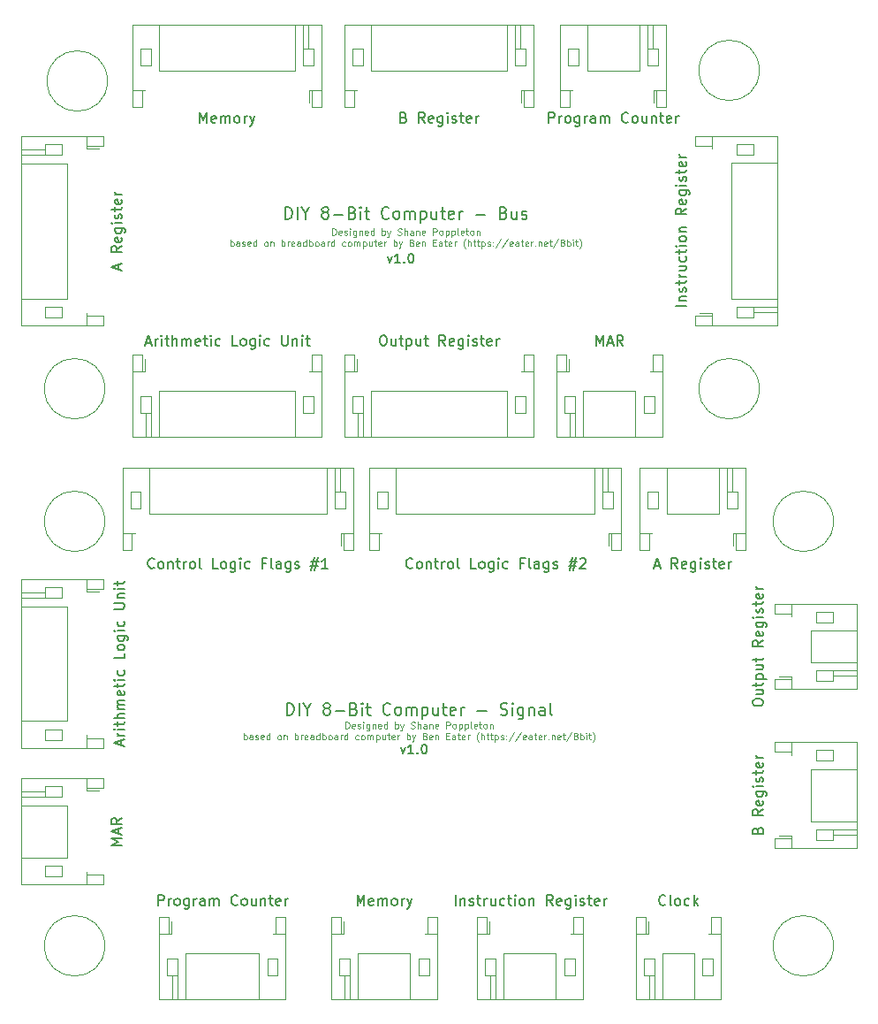
<source format=gbr>
G04 #@! TF.GenerationSoftware,KiCad,Pcbnew,(5.1.2-1)-1*
G04 #@! TF.CreationDate,2019-08-26T08:27:29+10:00*
G04 #@! TF.ProjectId,Bus,4275732e-6b69-4636-9164-5f7063625858,rev?*
G04 #@! TF.SameCoordinates,Original*
G04 #@! TF.FileFunction,Legend,Top*
G04 #@! TF.FilePolarity,Positive*
%FSLAX46Y46*%
G04 Gerber Fmt 4.6, Leading zero omitted, Abs format (unit mm)*
G04 Created by KiCad (PCBNEW (5.1.2-1)-1) date 2019-08-26 08:27:29*
%MOMM*%
%LPD*%
G04 APERTURE LIST*
%ADD10C,0.101600*%
%ADD11C,0.127000*%
%ADD12C,0.120000*%
%ADD13C,0.100000*%
%ADD14C,0.150000*%
G04 APERTURE END LIST*
D10*
X126812523Y-110758211D02*
X126812523Y-110123211D01*
X126963714Y-110123211D01*
X127054428Y-110153450D01*
X127114904Y-110213926D01*
X127145142Y-110274402D01*
X127175380Y-110395354D01*
X127175380Y-110486069D01*
X127145142Y-110607021D01*
X127114904Y-110667497D01*
X127054428Y-110727973D01*
X126963714Y-110758211D01*
X126812523Y-110758211D01*
X127689428Y-110727973D02*
X127628952Y-110758211D01*
X127508000Y-110758211D01*
X127447523Y-110727973D01*
X127417285Y-110667497D01*
X127417285Y-110425592D01*
X127447523Y-110365116D01*
X127508000Y-110334878D01*
X127628952Y-110334878D01*
X127689428Y-110365116D01*
X127719666Y-110425592D01*
X127719666Y-110486069D01*
X127417285Y-110546545D01*
X127961571Y-110727973D02*
X128022047Y-110758211D01*
X128143000Y-110758211D01*
X128203476Y-110727973D01*
X128233714Y-110667497D01*
X128233714Y-110637259D01*
X128203476Y-110576783D01*
X128143000Y-110546545D01*
X128052285Y-110546545D01*
X127991809Y-110516307D01*
X127961571Y-110455830D01*
X127961571Y-110425592D01*
X127991809Y-110365116D01*
X128052285Y-110334878D01*
X128143000Y-110334878D01*
X128203476Y-110365116D01*
X128505857Y-110758211D02*
X128505857Y-110334878D01*
X128505857Y-110123211D02*
X128475619Y-110153450D01*
X128505857Y-110183688D01*
X128536095Y-110153450D01*
X128505857Y-110123211D01*
X128505857Y-110183688D01*
X129080380Y-110334878D02*
X129080380Y-110848926D01*
X129050142Y-110909402D01*
X129019904Y-110939640D01*
X128959428Y-110969878D01*
X128868714Y-110969878D01*
X128808238Y-110939640D01*
X129080380Y-110727973D02*
X129019904Y-110758211D01*
X128898952Y-110758211D01*
X128838476Y-110727973D01*
X128808238Y-110697735D01*
X128778000Y-110637259D01*
X128778000Y-110455830D01*
X128808238Y-110395354D01*
X128838476Y-110365116D01*
X128898952Y-110334878D01*
X129019904Y-110334878D01*
X129080380Y-110365116D01*
X129382761Y-110334878D02*
X129382761Y-110758211D01*
X129382761Y-110395354D02*
X129413000Y-110365116D01*
X129473476Y-110334878D01*
X129564190Y-110334878D01*
X129624666Y-110365116D01*
X129654904Y-110425592D01*
X129654904Y-110758211D01*
X130199190Y-110727973D02*
X130138714Y-110758211D01*
X130017761Y-110758211D01*
X129957285Y-110727973D01*
X129927047Y-110667497D01*
X129927047Y-110425592D01*
X129957285Y-110365116D01*
X130017761Y-110334878D01*
X130138714Y-110334878D01*
X130199190Y-110365116D01*
X130229428Y-110425592D01*
X130229428Y-110486069D01*
X129927047Y-110546545D01*
X130773714Y-110758211D02*
X130773714Y-110123211D01*
X130773714Y-110727973D02*
X130713238Y-110758211D01*
X130592285Y-110758211D01*
X130531809Y-110727973D01*
X130501571Y-110697735D01*
X130471333Y-110637259D01*
X130471333Y-110455830D01*
X130501571Y-110395354D01*
X130531809Y-110365116D01*
X130592285Y-110334878D01*
X130713238Y-110334878D01*
X130773714Y-110365116D01*
X131559904Y-110758211D02*
X131559904Y-110123211D01*
X131559904Y-110365116D02*
X131620380Y-110334878D01*
X131741333Y-110334878D01*
X131801809Y-110365116D01*
X131832047Y-110395354D01*
X131862285Y-110455830D01*
X131862285Y-110637259D01*
X131832047Y-110697735D01*
X131801809Y-110727973D01*
X131741333Y-110758211D01*
X131620380Y-110758211D01*
X131559904Y-110727973D01*
X132073952Y-110334878D02*
X132225142Y-110758211D01*
X132376333Y-110334878D02*
X132225142Y-110758211D01*
X132164666Y-110909402D01*
X132134428Y-110939640D01*
X132073952Y-110969878D01*
X133071809Y-110727973D02*
X133162523Y-110758211D01*
X133313714Y-110758211D01*
X133374190Y-110727973D01*
X133404428Y-110697735D01*
X133434666Y-110637259D01*
X133434666Y-110576783D01*
X133404428Y-110516307D01*
X133374190Y-110486069D01*
X133313714Y-110455830D01*
X133192761Y-110425592D01*
X133132285Y-110395354D01*
X133102047Y-110365116D01*
X133071809Y-110304640D01*
X133071809Y-110244164D01*
X133102047Y-110183688D01*
X133132285Y-110153450D01*
X133192761Y-110123211D01*
X133343952Y-110123211D01*
X133434666Y-110153450D01*
X133706809Y-110758211D02*
X133706809Y-110123211D01*
X133978952Y-110758211D02*
X133978952Y-110425592D01*
X133948714Y-110365116D01*
X133888238Y-110334878D01*
X133797523Y-110334878D01*
X133737047Y-110365116D01*
X133706809Y-110395354D01*
X134553476Y-110758211D02*
X134553476Y-110425592D01*
X134523238Y-110365116D01*
X134462761Y-110334878D01*
X134341809Y-110334878D01*
X134281333Y-110365116D01*
X134553476Y-110727973D02*
X134493000Y-110758211D01*
X134341809Y-110758211D01*
X134281333Y-110727973D01*
X134251095Y-110667497D01*
X134251095Y-110607021D01*
X134281333Y-110546545D01*
X134341809Y-110516307D01*
X134493000Y-110516307D01*
X134553476Y-110486069D01*
X134855857Y-110334878D02*
X134855857Y-110758211D01*
X134855857Y-110395354D02*
X134886095Y-110365116D01*
X134946571Y-110334878D01*
X135037285Y-110334878D01*
X135097761Y-110365116D01*
X135128000Y-110425592D01*
X135128000Y-110758211D01*
X135672285Y-110727973D02*
X135611809Y-110758211D01*
X135490857Y-110758211D01*
X135430380Y-110727973D01*
X135400142Y-110667497D01*
X135400142Y-110425592D01*
X135430380Y-110365116D01*
X135490857Y-110334878D01*
X135611809Y-110334878D01*
X135672285Y-110365116D01*
X135702523Y-110425592D01*
X135702523Y-110486069D01*
X135400142Y-110546545D01*
X136458476Y-110758211D02*
X136458476Y-110123211D01*
X136700380Y-110123211D01*
X136760857Y-110153450D01*
X136791095Y-110183688D01*
X136821333Y-110244164D01*
X136821333Y-110334878D01*
X136791095Y-110395354D01*
X136760857Y-110425592D01*
X136700380Y-110455830D01*
X136458476Y-110455830D01*
X137184190Y-110758211D02*
X137123714Y-110727973D01*
X137093476Y-110697735D01*
X137063238Y-110637259D01*
X137063238Y-110455830D01*
X137093476Y-110395354D01*
X137123714Y-110365116D01*
X137184190Y-110334878D01*
X137274904Y-110334878D01*
X137335380Y-110365116D01*
X137365619Y-110395354D01*
X137395857Y-110455830D01*
X137395857Y-110637259D01*
X137365619Y-110697735D01*
X137335380Y-110727973D01*
X137274904Y-110758211D01*
X137184190Y-110758211D01*
X137668000Y-110334878D02*
X137668000Y-110969878D01*
X137668000Y-110365116D02*
X137728476Y-110334878D01*
X137849428Y-110334878D01*
X137909904Y-110365116D01*
X137940142Y-110395354D01*
X137970380Y-110455830D01*
X137970380Y-110637259D01*
X137940142Y-110697735D01*
X137909904Y-110727973D01*
X137849428Y-110758211D01*
X137728476Y-110758211D01*
X137668000Y-110727973D01*
X138242523Y-110334878D02*
X138242523Y-110969878D01*
X138242523Y-110365116D02*
X138303000Y-110334878D01*
X138423952Y-110334878D01*
X138484428Y-110365116D01*
X138514666Y-110395354D01*
X138544904Y-110455830D01*
X138544904Y-110637259D01*
X138514666Y-110697735D01*
X138484428Y-110727973D01*
X138423952Y-110758211D01*
X138303000Y-110758211D01*
X138242523Y-110727973D01*
X138907761Y-110758211D02*
X138847285Y-110727973D01*
X138817047Y-110667497D01*
X138817047Y-110123211D01*
X139391571Y-110727973D02*
X139331095Y-110758211D01*
X139210142Y-110758211D01*
X139149666Y-110727973D01*
X139119428Y-110667497D01*
X139119428Y-110425592D01*
X139149666Y-110365116D01*
X139210142Y-110334878D01*
X139331095Y-110334878D01*
X139391571Y-110365116D01*
X139421809Y-110425592D01*
X139421809Y-110486069D01*
X139119428Y-110546545D01*
X139603238Y-110334878D02*
X139845142Y-110334878D01*
X139693952Y-110123211D02*
X139693952Y-110667497D01*
X139724190Y-110727973D01*
X139784666Y-110758211D01*
X139845142Y-110758211D01*
X140147523Y-110758211D02*
X140087047Y-110727973D01*
X140056809Y-110697735D01*
X140026571Y-110637259D01*
X140026571Y-110455830D01*
X140056809Y-110395354D01*
X140087047Y-110365116D01*
X140147523Y-110334878D01*
X140238238Y-110334878D01*
X140298714Y-110365116D01*
X140328952Y-110395354D01*
X140359190Y-110455830D01*
X140359190Y-110637259D01*
X140328952Y-110697735D01*
X140298714Y-110727973D01*
X140238238Y-110758211D01*
X140147523Y-110758211D01*
X140631333Y-110334878D02*
X140631333Y-110758211D01*
X140631333Y-110395354D02*
X140661571Y-110365116D01*
X140722047Y-110334878D01*
X140812761Y-110334878D01*
X140873238Y-110365116D01*
X140903476Y-110425592D01*
X140903476Y-110758211D01*
X117045619Y-111812311D02*
X117045619Y-111177311D01*
X117045619Y-111419216D02*
X117106095Y-111388978D01*
X117227047Y-111388978D01*
X117287523Y-111419216D01*
X117317761Y-111449454D01*
X117348000Y-111509930D01*
X117348000Y-111691359D01*
X117317761Y-111751835D01*
X117287523Y-111782073D01*
X117227047Y-111812311D01*
X117106095Y-111812311D01*
X117045619Y-111782073D01*
X117892285Y-111812311D02*
X117892285Y-111479692D01*
X117862047Y-111419216D01*
X117801571Y-111388978D01*
X117680619Y-111388978D01*
X117620142Y-111419216D01*
X117892285Y-111782073D02*
X117831809Y-111812311D01*
X117680619Y-111812311D01*
X117620142Y-111782073D01*
X117589904Y-111721597D01*
X117589904Y-111661121D01*
X117620142Y-111600645D01*
X117680619Y-111570407D01*
X117831809Y-111570407D01*
X117892285Y-111540169D01*
X118164428Y-111782073D02*
X118224904Y-111812311D01*
X118345857Y-111812311D01*
X118406333Y-111782073D01*
X118436571Y-111721597D01*
X118436571Y-111691359D01*
X118406333Y-111630883D01*
X118345857Y-111600645D01*
X118255142Y-111600645D01*
X118194666Y-111570407D01*
X118164428Y-111509930D01*
X118164428Y-111479692D01*
X118194666Y-111419216D01*
X118255142Y-111388978D01*
X118345857Y-111388978D01*
X118406333Y-111419216D01*
X118950619Y-111782073D02*
X118890142Y-111812311D01*
X118769190Y-111812311D01*
X118708714Y-111782073D01*
X118678476Y-111721597D01*
X118678476Y-111479692D01*
X118708714Y-111419216D01*
X118769190Y-111388978D01*
X118890142Y-111388978D01*
X118950619Y-111419216D01*
X118980857Y-111479692D01*
X118980857Y-111540169D01*
X118678476Y-111600645D01*
X119525142Y-111812311D02*
X119525142Y-111177311D01*
X119525142Y-111782073D02*
X119464666Y-111812311D01*
X119343714Y-111812311D01*
X119283238Y-111782073D01*
X119253000Y-111751835D01*
X119222761Y-111691359D01*
X119222761Y-111509930D01*
X119253000Y-111449454D01*
X119283238Y-111419216D01*
X119343714Y-111388978D01*
X119464666Y-111388978D01*
X119525142Y-111419216D01*
X120402047Y-111812311D02*
X120341571Y-111782073D01*
X120311333Y-111751835D01*
X120281095Y-111691359D01*
X120281095Y-111509930D01*
X120311333Y-111449454D01*
X120341571Y-111419216D01*
X120402047Y-111388978D01*
X120492761Y-111388978D01*
X120553238Y-111419216D01*
X120583476Y-111449454D01*
X120613714Y-111509930D01*
X120613714Y-111691359D01*
X120583476Y-111751835D01*
X120553238Y-111782073D01*
X120492761Y-111812311D01*
X120402047Y-111812311D01*
X120885857Y-111388978D02*
X120885857Y-111812311D01*
X120885857Y-111449454D02*
X120916095Y-111419216D01*
X120976571Y-111388978D01*
X121067285Y-111388978D01*
X121127761Y-111419216D01*
X121158000Y-111479692D01*
X121158000Y-111812311D01*
X121944190Y-111812311D02*
X121944190Y-111177311D01*
X121944190Y-111419216D02*
X122004666Y-111388978D01*
X122125619Y-111388978D01*
X122186095Y-111419216D01*
X122216333Y-111449454D01*
X122246571Y-111509930D01*
X122246571Y-111691359D01*
X122216333Y-111751835D01*
X122186095Y-111782073D01*
X122125619Y-111812311D01*
X122004666Y-111812311D01*
X121944190Y-111782073D01*
X122518714Y-111812311D02*
X122518714Y-111388978D01*
X122518714Y-111509930D02*
X122548952Y-111449454D01*
X122579190Y-111419216D01*
X122639666Y-111388978D01*
X122700142Y-111388978D01*
X123153714Y-111782073D02*
X123093238Y-111812311D01*
X122972285Y-111812311D01*
X122911809Y-111782073D01*
X122881571Y-111721597D01*
X122881571Y-111479692D01*
X122911809Y-111419216D01*
X122972285Y-111388978D01*
X123093238Y-111388978D01*
X123153714Y-111419216D01*
X123183952Y-111479692D01*
X123183952Y-111540169D01*
X122881571Y-111600645D01*
X123728238Y-111812311D02*
X123728238Y-111479692D01*
X123698000Y-111419216D01*
X123637523Y-111388978D01*
X123516571Y-111388978D01*
X123456095Y-111419216D01*
X123728238Y-111782073D02*
X123667761Y-111812311D01*
X123516571Y-111812311D01*
X123456095Y-111782073D01*
X123425857Y-111721597D01*
X123425857Y-111661121D01*
X123456095Y-111600645D01*
X123516571Y-111570407D01*
X123667761Y-111570407D01*
X123728238Y-111540169D01*
X124302761Y-111812311D02*
X124302761Y-111177311D01*
X124302761Y-111782073D02*
X124242285Y-111812311D01*
X124121333Y-111812311D01*
X124060857Y-111782073D01*
X124030619Y-111751835D01*
X124000380Y-111691359D01*
X124000380Y-111509930D01*
X124030619Y-111449454D01*
X124060857Y-111419216D01*
X124121333Y-111388978D01*
X124242285Y-111388978D01*
X124302761Y-111419216D01*
X124605142Y-111812311D02*
X124605142Y-111177311D01*
X124605142Y-111419216D02*
X124665619Y-111388978D01*
X124786571Y-111388978D01*
X124847047Y-111419216D01*
X124877285Y-111449454D01*
X124907523Y-111509930D01*
X124907523Y-111691359D01*
X124877285Y-111751835D01*
X124847047Y-111782073D01*
X124786571Y-111812311D01*
X124665619Y-111812311D01*
X124605142Y-111782073D01*
X125270380Y-111812311D02*
X125209904Y-111782073D01*
X125179666Y-111751835D01*
X125149428Y-111691359D01*
X125149428Y-111509930D01*
X125179666Y-111449454D01*
X125209904Y-111419216D01*
X125270380Y-111388978D01*
X125361095Y-111388978D01*
X125421571Y-111419216D01*
X125451809Y-111449454D01*
X125482047Y-111509930D01*
X125482047Y-111691359D01*
X125451809Y-111751835D01*
X125421571Y-111782073D01*
X125361095Y-111812311D01*
X125270380Y-111812311D01*
X126026333Y-111812311D02*
X126026333Y-111479692D01*
X125996095Y-111419216D01*
X125935619Y-111388978D01*
X125814666Y-111388978D01*
X125754190Y-111419216D01*
X126026333Y-111782073D02*
X125965857Y-111812311D01*
X125814666Y-111812311D01*
X125754190Y-111782073D01*
X125723952Y-111721597D01*
X125723952Y-111661121D01*
X125754190Y-111600645D01*
X125814666Y-111570407D01*
X125965857Y-111570407D01*
X126026333Y-111540169D01*
X126328714Y-111812311D02*
X126328714Y-111388978D01*
X126328714Y-111509930D02*
X126358952Y-111449454D01*
X126389190Y-111419216D01*
X126449666Y-111388978D01*
X126510142Y-111388978D01*
X126993952Y-111812311D02*
X126993952Y-111177311D01*
X126993952Y-111782073D02*
X126933476Y-111812311D01*
X126812523Y-111812311D01*
X126752047Y-111782073D01*
X126721809Y-111751835D01*
X126691571Y-111691359D01*
X126691571Y-111509930D01*
X126721809Y-111449454D01*
X126752047Y-111419216D01*
X126812523Y-111388978D01*
X126933476Y-111388978D01*
X126993952Y-111419216D01*
X128052285Y-111782073D02*
X127991809Y-111812311D01*
X127870857Y-111812311D01*
X127810380Y-111782073D01*
X127780142Y-111751835D01*
X127749904Y-111691359D01*
X127749904Y-111509930D01*
X127780142Y-111449454D01*
X127810380Y-111419216D01*
X127870857Y-111388978D01*
X127991809Y-111388978D01*
X128052285Y-111419216D01*
X128415142Y-111812311D02*
X128354666Y-111782073D01*
X128324428Y-111751835D01*
X128294190Y-111691359D01*
X128294190Y-111509930D01*
X128324428Y-111449454D01*
X128354666Y-111419216D01*
X128415142Y-111388978D01*
X128505857Y-111388978D01*
X128566333Y-111419216D01*
X128596571Y-111449454D01*
X128626809Y-111509930D01*
X128626809Y-111691359D01*
X128596571Y-111751835D01*
X128566333Y-111782073D01*
X128505857Y-111812311D01*
X128415142Y-111812311D01*
X128898952Y-111812311D02*
X128898952Y-111388978D01*
X128898952Y-111449454D02*
X128929190Y-111419216D01*
X128989666Y-111388978D01*
X129080380Y-111388978D01*
X129140857Y-111419216D01*
X129171095Y-111479692D01*
X129171095Y-111812311D01*
X129171095Y-111479692D02*
X129201333Y-111419216D01*
X129261809Y-111388978D01*
X129352523Y-111388978D01*
X129413000Y-111419216D01*
X129443238Y-111479692D01*
X129443238Y-111812311D01*
X129745619Y-111388978D02*
X129745619Y-112023978D01*
X129745619Y-111419216D02*
X129806095Y-111388978D01*
X129927047Y-111388978D01*
X129987523Y-111419216D01*
X130017761Y-111449454D01*
X130048000Y-111509930D01*
X130048000Y-111691359D01*
X130017761Y-111751835D01*
X129987523Y-111782073D01*
X129927047Y-111812311D01*
X129806095Y-111812311D01*
X129745619Y-111782073D01*
X130592285Y-111388978D02*
X130592285Y-111812311D01*
X130320142Y-111388978D02*
X130320142Y-111721597D01*
X130350380Y-111782073D01*
X130410857Y-111812311D01*
X130501571Y-111812311D01*
X130562047Y-111782073D01*
X130592285Y-111751835D01*
X130803952Y-111388978D02*
X131045857Y-111388978D01*
X130894666Y-111177311D02*
X130894666Y-111721597D01*
X130924904Y-111782073D01*
X130985380Y-111812311D01*
X131045857Y-111812311D01*
X131499428Y-111782073D02*
X131438952Y-111812311D01*
X131318000Y-111812311D01*
X131257523Y-111782073D01*
X131227285Y-111721597D01*
X131227285Y-111479692D01*
X131257523Y-111419216D01*
X131318000Y-111388978D01*
X131438952Y-111388978D01*
X131499428Y-111419216D01*
X131529666Y-111479692D01*
X131529666Y-111540169D01*
X131227285Y-111600645D01*
X131801809Y-111812311D02*
X131801809Y-111388978D01*
X131801809Y-111509930D02*
X131832047Y-111449454D01*
X131862285Y-111419216D01*
X131922761Y-111388978D01*
X131983238Y-111388978D01*
X132678714Y-111812311D02*
X132678714Y-111177311D01*
X132678714Y-111419216D02*
X132739190Y-111388978D01*
X132860142Y-111388978D01*
X132920619Y-111419216D01*
X132950857Y-111449454D01*
X132981095Y-111509930D01*
X132981095Y-111691359D01*
X132950857Y-111751835D01*
X132920619Y-111782073D01*
X132860142Y-111812311D01*
X132739190Y-111812311D01*
X132678714Y-111782073D01*
X133192761Y-111388978D02*
X133343952Y-111812311D01*
X133495142Y-111388978D02*
X133343952Y-111812311D01*
X133283476Y-111963502D01*
X133253238Y-111993740D01*
X133192761Y-112023978D01*
X134432523Y-111479692D02*
X134523238Y-111509930D01*
X134553476Y-111540169D01*
X134583714Y-111600645D01*
X134583714Y-111691359D01*
X134553476Y-111751835D01*
X134523238Y-111782073D01*
X134462761Y-111812311D01*
X134220857Y-111812311D01*
X134220857Y-111177311D01*
X134432523Y-111177311D01*
X134493000Y-111207550D01*
X134523238Y-111237788D01*
X134553476Y-111298264D01*
X134553476Y-111358740D01*
X134523238Y-111419216D01*
X134493000Y-111449454D01*
X134432523Y-111479692D01*
X134220857Y-111479692D01*
X135097761Y-111782073D02*
X135037285Y-111812311D01*
X134916333Y-111812311D01*
X134855857Y-111782073D01*
X134825619Y-111721597D01*
X134825619Y-111479692D01*
X134855857Y-111419216D01*
X134916333Y-111388978D01*
X135037285Y-111388978D01*
X135097761Y-111419216D01*
X135128000Y-111479692D01*
X135128000Y-111540169D01*
X134825619Y-111600645D01*
X135400142Y-111388978D02*
X135400142Y-111812311D01*
X135400142Y-111449454D02*
X135430380Y-111419216D01*
X135490857Y-111388978D01*
X135581571Y-111388978D01*
X135642047Y-111419216D01*
X135672285Y-111479692D01*
X135672285Y-111812311D01*
X136458476Y-111479692D02*
X136670142Y-111479692D01*
X136760857Y-111812311D02*
X136458476Y-111812311D01*
X136458476Y-111177311D01*
X136760857Y-111177311D01*
X137305142Y-111812311D02*
X137305142Y-111479692D01*
X137274904Y-111419216D01*
X137214428Y-111388978D01*
X137093476Y-111388978D01*
X137033000Y-111419216D01*
X137305142Y-111782073D02*
X137244666Y-111812311D01*
X137093476Y-111812311D01*
X137033000Y-111782073D01*
X137002761Y-111721597D01*
X137002761Y-111661121D01*
X137033000Y-111600645D01*
X137093476Y-111570407D01*
X137244666Y-111570407D01*
X137305142Y-111540169D01*
X137516809Y-111388978D02*
X137758714Y-111388978D01*
X137607523Y-111177311D02*
X137607523Y-111721597D01*
X137637761Y-111782073D01*
X137698238Y-111812311D01*
X137758714Y-111812311D01*
X138212285Y-111782073D02*
X138151809Y-111812311D01*
X138030857Y-111812311D01*
X137970380Y-111782073D01*
X137940142Y-111721597D01*
X137940142Y-111479692D01*
X137970380Y-111419216D01*
X138030857Y-111388978D01*
X138151809Y-111388978D01*
X138212285Y-111419216D01*
X138242523Y-111479692D01*
X138242523Y-111540169D01*
X137940142Y-111600645D01*
X138514666Y-111812311D02*
X138514666Y-111388978D01*
X138514666Y-111509930D02*
X138544904Y-111449454D01*
X138575142Y-111419216D01*
X138635619Y-111388978D01*
X138696095Y-111388978D01*
X139573000Y-112054216D02*
X139542761Y-112023978D01*
X139482285Y-111933264D01*
X139452047Y-111872788D01*
X139421809Y-111782073D01*
X139391571Y-111630883D01*
X139391571Y-111509930D01*
X139421809Y-111358740D01*
X139452047Y-111268026D01*
X139482285Y-111207550D01*
X139542761Y-111116835D01*
X139573000Y-111086597D01*
X139814904Y-111812311D02*
X139814904Y-111177311D01*
X140087047Y-111812311D02*
X140087047Y-111479692D01*
X140056809Y-111419216D01*
X139996333Y-111388978D01*
X139905619Y-111388978D01*
X139845142Y-111419216D01*
X139814904Y-111449454D01*
X140298714Y-111388978D02*
X140540619Y-111388978D01*
X140389428Y-111177311D02*
X140389428Y-111721597D01*
X140419666Y-111782073D01*
X140480142Y-111812311D01*
X140540619Y-111812311D01*
X140661571Y-111388978D02*
X140903476Y-111388978D01*
X140752285Y-111177311D02*
X140752285Y-111721597D01*
X140782523Y-111782073D01*
X140843000Y-111812311D01*
X140903476Y-111812311D01*
X141115142Y-111388978D02*
X141115142Y-112023978D01*
X141115142Y-111419216D02*
X141175619Y-111388978D01*
X141296571Y-111388978D01*
X141357047Y-111419216D01*
X141387285Y-111449454D01*
X141417523Y-111509930D01*
X141417523Y-111691359D01*
X141387285Y-111751835D01*
X141357047Y-111782073D01*
X141296571Y-111812311D01*
X141175619Y-111812311D01*
X141115142Y-111782073D01*
X141659428Y-111782073D02*
X141719904Y-111812311D01*
X141840857Y-111812311D01*
X141901333Y-111782073D01*
X141931571Y-111721597D01*
X141931571Y-111691359D01*
X141901333Y-111630883D01*
X141840857Y-111600645D01*
X141750142Y-111600645D01*
X141689666Y-111570407D01*
X141659428Y-111509930D01*
X141659428Y-111479692D01*
X141689666Y-111419216D01*
X141750142Y-111388978D01*
X141840857Y-111388978D01*
X141901333Y-111419216D01*
X142203714Y-111751835D02*
X142233952Y-111782073D01*
X142203714Y-111812311D01*
X142173476Y-111782073D01*
X142203714Y-111751835D01*
X142203714Y-111812311D01*
X142203714Y-111419216D02*
X142233952Y-111449454D01*
X142203714Y-111479692D01*
X142173476Y-111449454D01*
X142203714Y-111419216D01*
X142203714Y-111479692D01*
X142959666Y-111147073D02*
X142415380Y-111963502D01*
X143624904Y-111147073D02*
X143080619Y-111963502D01*
X144078476Y-111782073D02*
X144018000Y-111812311D01*
X143897047Y-111812311D01*
X143836571Y-111782073D01*
X143806333Y-111721597D01*
X143806333Y-111479692D01*
X143836571Y-111419216D01*
X143897047Y-111388978D01*
X144018000Y-111388978D01*
X144078476Y-111419216D01*
X144108714Y-111479692D01*
X144108714Y-111540169D01*
X143806333Y-111600645D01*
X144653000Y-111812311D02*
X144653000Y-111479692D01*
X144622761Y-111419216D01*
X144562285Y-111388978D01*
X144441333Y-111388978D01*
X144380857Y-111419216D01*
X144653000Y-111782073D02*
X144592523Y-111812311D01*
X144441333Y-111812311D01*
X144380857Y-111782073D01*
X144350619Y-111721597D01*
X144350619Y-111661121D01*
X144380857Y-111600645D01*
X144441333Y-111570407D01*
X144592523Y-111570407D01*
X144653000Y-111540169D01*
X144864666Y-111388978D02*
X145106571Y-111388978D01*
X144955380Y-111177311D02*
X144955380Y-111721597D01*
X144985619Y-111782073D01*
X145046095Y-111812311D01*
X145106571Y-111812311D01*
X145560142Y-111782073D02*
X145499666Y-111812311D01*
X145378714Y-111812311D01*
X145318238Y-111782073D01*
X145288000Y-111721597D01*
X145288000Y-111479692D01*
X145318238Y-111419216D01*
X145378714Y-111388978D01*
X145499666Y-111388978D01*
X145560142Y-111419216D01*
X145590380Y-111479692D01*
X145590380Y-111540169D01*
X145288000Y-111600645D01*
X145862523Y-111812311D02*
X145862523Y-111388978D01*
X145862523Y-111509930D02*
X145892761Y-111449454D01*
X145923000Y-111419216D01*
X145983476Y-111388978D01*
X146043952Y-111388978D01*
X146255619Y-111751835D02*
X146285857Y-111782073D01*
X146255619Y-111812311D01*
X146225380Y-111782073D01*
X146255619Y-111751835D01*
X146255619Y-111812311D01*
X146558000Y-111388978D02*
X146558000Y-111812311D01*
X146558000Y-111449454D02*
X146588238Y-111419216D01*
X146648714Y-111388978D01*
X146739428Y-111388978D01*
X146799904Y-111419216D01*
X146830142Y-111479692D01*
X146830142Y-111812311D01*
X147374428Y-111782073D02*
X147313952Y-111812311D01*
X147193000Y-111812311D01*
X147132523Y-111782073D01*
X147102285Y-111721597D01*
X147102285Y-111479692D01*
X147132523Y-111419216D01*
X147193000Y-111388978D01*
X147313952Y-111388978D01*
X147374428Y-111419216D01*
X147404666Y-111479692D01*
X147404666Y-111540169D01*
X147102285Y-111600645D01*
X147586095Y-111388978D02*
X147828000Y-111388978D01*
X147676809Y-111177311D02*
X147676809Y-111721597D01*
X147707047Y-111782073D01*
X147767523Y-111812311D01*
X147828000Y-111812311D01*
X148493238Y-111147073D02*
X147948952Y-111963502D01*
X148795619Y-111449454D02*
X148735142Y-111419216D01*
X148704904Y-111388978D01*
X148674666Y-111328502D01*
X148674666Y-111298264D01*
X148704904Y-111237788D01*
X148735142Y-111207550D01*
X148795619Y-111177311D01*
X148916571Y-111177311D01*
X148977047Y-111207550D01*
X149007285Y-111237788D01*
X149037523Y-111298264D01*
X149037523Y-111328502D01*
X149007285Y-111388978D01*
X148977047Y-111419216D01*
X148916571Y-111449454D01*
X148795619Y-111449454D01*
X148735142Y-111479692D01*
X148704904Y-111509930D01*
X148674666Y-111570407D01*
X148674666Y-111691359D01*
X148704904Y-111751835D01*
X148735142Y-111782073D01*
X148795619Y-111812311D01*
X148916571Y-111812311D01*
X148977047Y-111782073D01*
X149007285Y-111751835D01*
X149037523Y-111691359D01*
X149037523Y-111570407D01*
X149007285Y-111509930D01*
X148977047Y-111479692D01*
X148916571Y-111449454D01*
X149309666Y-111812311D02*
X149309666Y-111177311D01*
X149309666Y-111419216D02*
X149370142Y-111388978D01*
X149491095Y-111388978D01*
X149551571Y-111419216D01*
X149581809Y-111449454D01*
X149612047Y-111509930D01*
X149612047Y-111691359D01*
X149581809Y-111751835D01*
X149551571Y-111782073D01*
X149491095Y-111812311D01*
X149370142Y-111812311D01*
X149309666Y-111782073D01*
X149884190Y-111812311D02*
X149884190Y-111388978D01*
X149884190Y-111177311D02*
X149853952Y-111207550D01*
X149884190Y-111237788D01*
X149914428Y-111207550D01*
X149884190Y-111177311D01*
X149884190Y-111237788D01*
X150095857Y-111388978D02*
X150337761Y-111388978D01*
X150186571Y-111177311D02*
X150186571Y-111721597D01*
X150216809Y-111782073D01*
X150277285Y-111812311D01*
X150337761Y-111812311D01*
X150488952Y-112054216D02*
X150519190Y-112023978D01*
X150579666Y-111933264D01*
X150609904Y-111872788D01*
X150640142Y-111782073D01*
X150670380Y-111630883D01*
X150670380Y-111509930D01*
X150640142Y-111358740D01*
X150609904Y-111268026D01*
X150579666Y-111207550D01*
X150519190Y-111116835D01*
X150488952Y-111086597D01*
D11*
X132080000Y-112585500D02*
X132291666Y-113178166D01*
X132503333Y-112585500D01*
X133307666Y-113178166D02*
X132799666Y-113178166D01*
X133053666Y-113178166D02*
X133053666Y-112289166D01*
X132969000Y-112416166D01*
X132884333Y-112500833D01*
X132799666Y-112543166D01*
X133688666Y-113093500D02*
X133731000Y-113135833D01*
X133688666Y-113178166D01*
X133646333Y-113135833D01*
X133688666Y-113093500D01*
X133688666Y-113178166D01*
X134281333Y-112289166D02*
X134366000Y-112289166D01*
X134450666Y-112331500D01*
X134493000Y-112373833D01*
X134535333Y-112458500D01*
X134577666Y-112627833D01*
X134577666Y-112839500D01*
X134535333Y-113008833D01*
X134493000Y-113093500D01*
X134450666Y-113135833D01*
X134366000Y-113178166D01*
X134281333Y-113178166D01*
X134196666Y-113135833D01*
X134154333Y-113093500D01*
X134112000Y-113008833D01*
X134069666Y-112839500D01*
X134069666Y-112627833D01*
X134112000Y-112458500D01*
X134154333Y-112373833D01*
X134196666Y-112331500D01*
X134281333Y-112289166D01*
X121203357Y-109483071D02*
X121203357Y-108340071D01*
X121475500Y-108340071D01*
X121638785Y-108394500D01*
X121747642Y-108503357D01*
X121802071Y-108612214D01*
X121856500Y-108829928D01*
X121856500Y-108993214D01*
X121802071Y-109210928D01*
X121747642Y-109319785D01*
X121638785Y-109428642D01*
X121475500Y-109483071D01*
X121203357Y-109483071D01*
X122346357Y-109483071D02*
X122346357Y-108340071D01*
X123108357Y-108938785D02*
X123108357Y-109483071D01*
X122727357Y-108340071D02*
X123108357Y-108938785D01*
X123489357Y-108340071D01*
X124904500Y-108829928D02*
X124795642Y-108775500D01*
X124741214Y-108721071D01*
X124686785Y-108612214D01*
X124686785Y-108557785D01*
X124741214Y-108448928D01*
X124795642Y-108394500D01*
X124904500Y-108340071D01*
X125122214Y-108340071D01*
X125231071Y-108394500D01*
X125285500Y-108448928D01*
X125339928Y-108557785D01*
X125339928Y-108612214D01*
X125285500Y-108721071D01*
X125231071Y-108775500D01*
X125122214Y-108829928D01*
X124904500Y-108829928D01*
X124795642Y-108884357D01*
X124741214Y-108938785D01*
X124686785Y-109047642D01*
X124686785Y-109265357D01*
X124741214Y-109374214D01*
X124795642Y-109428642D01*
X124904500Y-109483071D01*
X125122214Y-109483071D01*
X125231071Y-109428642D01*
X125285500Y-109374214D01*
X125339928Y-109265357D01*
X125339928Y-109047642D01*
X125285500Y-108938785D01*
X125231071Y-108884357D01*
X125122214Y-108829928D01*
X125829785Y-109047642D02*
X126700642Y-109047642D01*
X127625928Y-108884357D02*
X127789214Y-108938785D01*
X127843642Y-108993214D01*
X127898071Y-109102071D01*
X127898071Y-109265357D01*
X127843642Y-109374214D01*
X127789214Y-109428642D01*
X127680357Y-109483071D01*
X127244928Y-109483071D01*
X127244928Y-108340071D01*
X127625928Y-108340071D01*
X127734785Y-108394500D01*
X127789214Y-108448928D01*
X127843642Y-108557785D01*
X127843642Y-108666642D01*
X127789214Y-108775500D01*
X127734785Y-108829928D01*
X127625928Y-108884357D01*
X127244928Y-108884357D01*
X128387928Y-109483071D02*
X128387928Y-108721071D01*
X128387928Y-108340071D02*
X128333500Y-108394500D01*
X128387928Y-108448928D01*
X128442357Y-108394500D01*
X128387928Y-108340071D01*
X128387928Y-108448928D01*
X128768928Y-108721071D02*
X129204357Y-108721071D01*
X128932214Y-108340071D02*
X128932214Y-109319785D01*
X128986642Y-109428642D01*
X129095500Y-109483071D01*
X129204357Y-109483071D01*
X131109357Y-109374214D02*
X131054928Y-109428642D01*
X130891642Y-109483071D01*
X130782785Y-109483071D01*
X130619500Y-109428642D01*
X130510642Y-109319785D01*
X130456214Y-109210928D01*
X130401785Y-108993214D01*
X130401785Y-108829928D01*
X130456214Y-108612214D01*
X130510642Y-108503357D01*
X130619500Y-108394500D01*
X130782785Y-108340071D01*
X130891642Y-108340071D01*
X131054928Y-108394500D01*
X131109357Y-108448928D01*
X131762500Y-109483071D02*
X131653642Y-109428642D01*
X131599214Y-109374214D01*
X131544785Y-109265357D01*
X131544785Y-108938785D01*
X131599214Y-108829928D01*
X131653642Y-108775500D01*
X131762500Y-108721071D01*
X131925785Y-108721071D01*
X132034642Y-108775500D01*
X132089071Y-108829928D01*
X132143500Y-108938785D01*
X132143500Y-109265357D01*
X132089071Y-109374214D01*
X132034642Y-109428642D01*
X131925785Y-109483071D01*
X131762500Y-109483071D01*
X132633357Y-109483071D02*
X132633357Y-108721071D01*
X132633357Y-108829928D02*
X132687785Y-108775500D01*
X132796642Y-108721071D01*
X132959928Y-108721071D01*
X133068785Y-108775500D01*
X133123214Y-108884357D01*
X133123214Y-109483071D01*
X133123214Y-108884357D02*
X133177642Y-108775500D01*
X133286500Y-108721071D01*
X133449785Y-108721071D01*
X133558642Y-108775500D01*
X133613071Y-108884357D01*
X133613071Y-109483071D01*
X134157357Y-108721071D02*
X134157357Y-109864071D01*
X134157357Y-108775500D02*
X134266214Y-108721071D01*
X134483928Y-108721071D01*
X134592785Y-108775500D01*
X134647214Y-108829928D01*
X134701642Y-108938785D01*
X134701642Y-109265357D01*
X134647214Y-109374214D01*
X134592785Y-109428642D01*
X134483928Y-109483071D01*
X134266214Y-109483071D01*
X134157357Y-109428642D01*
X135681357Y-108721071D02*
X135681357Y-109483071D01*
X135191500Y-108721071D02*
X135191500Y-109319785D01*
X135245928Y-109428642D01*
X135354785Y-109483071D01*
X135518071Y-109483071D01*
X135626928Y-109428642D01*
X135681357Y-109374214D01*
X136062357Y-108721071D02*
X136497785Y-108721071D01*
X136225642Y-108340071D02*
X136225642Y-109319785D01*
X136280071Y-109428642D01*
X136388928Y-109483071D01*
X136497785Y-109483071D01*
X137314214Y-109428642D02*
X137205357Y-109483071D01*
X136987642Y-109483071D01*
X136878785Y-109428642D01*
X136824357Y-109319785D01*
X136824357Y-108884357D01*
X136878785Y-108775500D01*
X136987642Y-108721071D01*
X137205357Y-108721071D01*
X137314214Y-108775500D01*
X137368642Y-108884357D01*
X137368642Y-108993214D01*
X136824357Y-109102071D01*
X137858500Y-109483071D02*
X137858500Y-108721071D01*
X137858500Y-108938785D02*
X137912928Y-108829928D01*
X137967357Y-108775500D01*
X138076214Y-108721071D01*
X138185071Y-108721071D01*
X139436928Y-109047642D02*
X140307785Y-109047642D01*
X141668500Y-109428642D02*
X141831785Y-109483071D01*
X142103928Y-109483071D01*
X142212785Y-109428642D01*
X142267214Y-109374214D01*
X142321642Y-109265357D01*
X142321642Y-109156500D01*
X142267214Y-109047642D01*
X142212785Y-108993214D01*
X142103928Y-108938785D01*
X141886214Y-108884357D01*
X141777357Y-108829928D01*
X141722928Y-108775500D01*
X141668500Y-108666642D01*
X141668500Y-108557785D01*
X141722928Y-108448928D01*
X141777357Y-108394500D01*
X141886214Y-108340071D01*
X142158357Y-108340071D01*
X142321642Y-108394500D01*
X142811500Y-109483071D02*
X142811500Y-108721071D01*
X142811500Y-108340071D02*
X142757071Y-108394500D01*
X142811500Y-108448928D01*
X142865928Y-108394500D01*
X142811500Y-108340071D01*
X142811500Y-108448928D01*
X143845642Y-108721071D02*
X143845642Y-109646357D01*
X143791214Y-109755214D01*
X143736785Y-109809642D01*
X143627928Y-109864071D01*
X143464642Y-109864071D01*
X143355785Y-109809642D01*
X143845642Y-109428642D02*
X143736785Y-109483071D01*
X143519071Y-109483071D01*
X143410214Y-109428642D01*
X143355785Y-109374214D01*
X143301357Y-109265357D01*
X143301357Y-108938785D01*
X143355785Y-108829928D01*
X143410214Y-108775500D01*
X143519071Y-108721071D01*
X143736785Y-108721071D01*
X143845642Y-108775500D01*
X144389928Y-108721071D02*
X144389928Y-109483071D01*
X144389928Y-108829928D02*
X144444357Y-108775500D01*
X144553214Y-108721071D01*
X144716500Y-108721071D01*
X144825357Y-108775500D01*
X144879785Y-108884357D01*
X144879785Y-109483071D01*
X145913928Y-109483071D02*
X145913928Y-108884357D01*
X145859500Y-108775500D01*
X145750642Y-108721071D01*
X145532928Y-108721071D01*
X145424071Y-108775500D01*
X145913928Y-109428642D02*
X145805071Y-109483071D01*
X145532928Y-109483071D01*
X145424071Y-109428642D01*
X145369642Y-109319785D01*
X145369642Y-109210928D01*
X145424071Y-109102071D01*
X145532928Y-109047642D01*
X145805071Y-109047642D01*
X145913928Y-108993214D01*
X146621500Y-109483071D02*
X146512642Y-109428642D01*
X146458214Y-109319785D01*
X146458214Y-108340071D01*
X130810000Y-65595500D02*
X131021666Y-66188166D01*
X131233333Y-65595500D01*
X132037666Y-66188166D02*
X131529666Y-66188166D01*
X131783666Y-66188166D02*
X131783666Y-65299166D01*
X131699000Y-65426166D01*
X131614333Y-65510833D01*
X131529666Y-65553166D01*
X132418666Y-66103500D02*
X132461000Y-66145833D01*
X132418666Y-66188166D01*
X132376333Y-66145833D01*
X132418666Y-66103500D01*
X132418666Y-66188166D01*
X133011333Y-65299166D02*
X133096000Y-65299166D01*
X133180666Y-65341500D01*
X133223000Y-65383833D01*
X133265333Y-65468500D01*
X133307666Y-65637833D01*
X133307666Y-65849500D01*
X133265333Y-66018833D01*
X133223000Y-66103500D01*
X133180666Y-66145833D01*
X133096000Y-66188166D01*
X133011333Y-66188166D01*
X132926666Y-66145833D01*
X132884333Y-66103500D01*
X132842000Y-66018833D01*
X132799666Y-65849500D01*
X132799666Y-65637833D01*
X132842000Y-65468500D01*
X132884333Y-65383833D01*
X132926666Y-65341500D01*
X133011333Y-65299166D01*
D10*
X125542523Y-63514211D02*
X125542523Y-62879211D01*
X125693714Y-62879211D01*
X125784428Y-62909450D01*
X125844904Y-62969926D01*
X125875142Y-63030402D01*
X125905380Y-63151354D01*
X125905380Y-63242069D01*
X125875142Y-63363021D01*
X125844904Y-63423497D01*
X125784428Y-63483973D01*
X125693714Y-63514211D01*
X125542523Y-63514211D01*
X126419428Y-63483973D02*
X126358952Y-63514211D01*
X126238000Y-63514211D01*
X126177523Y-63483973D01*
X126147285Y-63423497D01*
X126147285Y-63181592D01*
X126177523Y-63121116D01*
X126238000Y-63090878D01*
X126358952Y-63090878D01*
X126419428Y-63121116D01*
X126449666Y-63181592D01*
X126449666Y-63242069D01*
X126147285Y-63302545D01*
X126691571Y-63483973D02*
X126752047Y-63514211D01*
X126873000Y-63514211D01*
X126933476Y-63483973D01*
X126963714Y-63423497D01*
X126963714Y-63393259D01*
X126933476Y-63332783D01*
X126873000Y-63302545D01*
X126782285Y-63302545D01*
X126721809Y-63272307D01*
X126691571Y-63211830D01*
X126691571Y-63181592D01*
X126721809Y-63121116D01*
X126782285Y-63090878D01*
X126873000Y-63090878D01*
X126933476Y-63121116D01*
X127235857Y-63514211D02*
X127235857Y-63090878D01*
X127235857Y-62879211D02*
X127205619Y-62909450D01*
X127235857Y-62939688D01*
X127266095Y-62909450D01*
X127235857Y-62879211D01*
X127235857Y-62939688D01*
X127810380Y-63090878D02*
X127810380Y-63604926D01*
X127780142Y-63665402D01*
X127749904Y-63695640D01*
X127689428Y-63725878D01*
X127598714Y-63725878D01*
X127538238Y-63695640D01*
X127810380Y-63483973D02*
X127749904Y-63514211D01*
X127628952Y-63514211D01*
X127568476Y-63483973D01*
X127538238Y-63453735D01*
X127508000Y-63393259D01*
X127508000Y-63211830D01*
X127538238Y-63151354D01*
X127568476Y-63121116D01*
X127628952Y-63090878D01*
X127749904Y-63090878D01*
X127810380Y-63121116D01*
X128112761Y-63090878D02*
X128112761Y-63514211D01*
X128112761Y-63151354D02*
X128143000Y-63121116D01*
X128203476Y-63090878D01*
X128294190Y-63090878D01*
X128354666Y-63121116D01*
X128384904Y-63181592D01*
X128384904Y-63514211D01*
X128929190Y-63483973D02*
X128868714Y-63514211D01*
X128747761Y-63514211D01*
X128687285Y-63483973D01*
X128657047Y-63423497D01*
X128657047Y-63181592D01*
X128687285Y-63121116D01*
X128747761Y-63090878D01*
X128868714Y-63090878D01*
X128929190Y-63121116D01*
X128959428Y-63181592D01*
X128959428Y-63242069D01*
X128657047Y-63302545D01*
X129503714Y-63514211D02*
X129503714Y-62879211D01*
X129503714Y-63483973D02*
X129443238Y-63514211D01*
X129322285Y-63514211D01*
X129261809Y-63483973D01*
X129231571Y-63453735D01*
X129201333Y-63393259D01*
X129201333Y-63211830D01*
X129231571Y-63151354D01*
X129261809Y-63121116D01*
X129322285Y-63090878D01*
X129443238Y-63090878D01*
X129503714Y-63121116D01*
X130289904Y-63514211D02*
X130289904Y-62879211D01*
X130289904Y-63121116D02*
X130350380Y-63090878D01*
X130471333Y-63090878D01*
X130531809Y-63121116D01*
X130562047Y-63151354D01*
X130592285Y-63211830D01*
X130592285Y-63393259D01*
X130562047Y-63453735D01*
X130531809Y-63483973D01*
X130471333Y-63514211D01*
X130350380Y-63514211D01*
X130289904Y-63483973D01*
X130803952Y-63090878D02*
X130955142Y-63514211D01*
X131106333Y-63090878D02*
X130955142Y-63514211D01*
X130894666Y-63665402D01*
X130864428Y-63695640D01*
X130803952Y-63725878D01*
X131801809Y-63483973D02*
X131892523Y-63514211D01*
X132043714Y-63514211D01*
X132104190Y-63483973D01*
X132134428Y-63453735D01*
X132164666Y-63393259D01*
X132164666Y-63332783D01*
X132134428Y-63272307D01*
X132104190Y-63242069D01*
X132043714Y-63211830D01*
X131922761Y-63181592D01*
X131862285Y-63151354D01*
X131832047Y-63121116D01*
X131801809Y-63060640D01*
X131801809Y-63000164D01*
X131832047Y-62939688D01*
X131862285Y-62909450D01*
X131922761Y-62879211D01*
X132073952Y-62879211D01*
X132164666Y-62909450D01*
X132436809Y-63514211D02*
X132436809Y-62879211D01*
X132708952Y-63514211D02*
X132708952Y-63181592D01*
X132678714Y-63121116D01*
X132618238Y-63090878D01*
X132527523Y-63090878D01*
X132467047Y-63121116D01*
X132436809Y-63151354D01*
X133283476Y-63514211D02*
X133283476Y-63181592D01*
X133253238Y-63121116D01*
X133192761Y-63090878D01*
X133071809Y-63090878D01*
X133011333Y-63121116D01*
X133283476Y-63483973D02*
X133223000Y-63514211D01*
X133071809Y-63514211D01*
X133011333Y-63483973D01*
X132981095Y-63423497D01*
X132981095Y-63363021D01*
X133011333Y-63302545D01*
X133071809Y-63272307D01*
X133223000Y-63272307D01*
X133283476Y-63242069D01*
X133585857Y-63090878D02*
X133585857Y-63514211D01*
X133585857Y-63151354D02*
X133616095Y-63121116D01*
X133676571Y-63090878D01*
X133767285Y-63090878D01*
X133827761Y-63121116D01*
X133858000Y-63181592D01*
X133858000Y-63514211D01*
X134402285Y-63483973D02*
X134341809Y-63514211D01*
X134220857Y-63514211D01*
X134160380Y-63483973D01*
X134130142Y-63423497D01*
X134130142Y-63181592D01*
X134160380Y-63121116D01*
X134220857Y-63090878D01*
X134341809Y-63090878D01*
X134402285Y-63121116D01*
X134432523Y-63181592D01*
X134432523Y-63242069D01*
X134130142Y-63302545D01*
X135188476Y-63514211D02*
X135188476Y-62879211D01*
X135430380Y-62879211D01*
X135490857Y-62909450D01*
X135521095Y-62939688D01*
X135551333Y-63000164D01*
X135551333Y-63090878D01*
X135521095Y-63151354D01*
X135490857Y-63181592D01*
X135430380Y-63211830D01*
X135188476Y-63211830D01*
X135914190Y-63514211D02*
X135853714Y-63483973D01*
X135823476Y-63453735D01*
X135793238Y-63393259D01*
X135793238Y-63211830D01*
X135823476Y-63151354D01*
X135853714Y-63121116D01*
X135914190Y-63090878D01*
X136004904Y-63090878D01*
X136065380Y-63121116D01*
X136095619Y-63151354D01*
X136125857Y-63211830D01*
X136125857Y-63393259D01*
X136095619Y-63453735D01*
X136065380Y-63483973D01*
X136004904Y-63514211D01*
X135914190Y-63514211D01*
X136398000Y-63090878D02*
X136398000Y-63725878D01*
X136398000Y-63121116D02*
X136458476Y-63090878D01*
X136579428Y-63090878D01*
X136639904Y-63121116D01*
X136670142Y-63151354D01*
X136700380Y-63211830D01*
X136700380Y-63393259D01*
X136670142Y-63453735D01*
X136639904Y-63483973D01*
X136579428Y-63514211D01*
X136458476Y-63514211D01*
X136398000Y-63483973D01*
X136972523Y-63090878D02*
X136972523Y-63725878D01*
X136972523Y-63121116D02*
X137033000Y-63090878D01*
X137153952Y-63090878D01*
X137214428Y-63121116D01*
X137244666Y-63151354D01*
X137274904Y-63211830D01*
X137274904Y-63393259D01*
X137244666Y-63453735D01*
X137214428Y-63483973D01*
X137153952Y-63514211D01*
X137033000Y-63514211D01*
X136972523Y-63483973D01*
X137637761Y-63514211D02*
X137577285Y-63483973D01*
X137547047Y-63423497D01*
X137547047Y-62879211D01*
X138121571Y-63483973D02*
X138061095Y-63514211D01*
X137940142Y-63514211D01*
X137879666Y-63483973D01*
X137849428Y-63423497D01*
X137849428Y-63181592D01*
X137879666Y-63121116D01*
X137940142Y-63090878D01*
X138061095Y-63090878D01*
X138121571Y-63121116D01*
X138151809Y-63181592D01*
X138151809Y-63242069D01*
X137849428Y-63302545D01*
X138333238Y-63090878D02*
X138575142Y-63090878D01*
X138423952Y-62879211D02*
X138423952Y-63423497D01*
X138454190Y-63483973D01*
X138514666Y-63514211D01*
X138575142Y-63514211D01*
X138877523Y-63514211D02*
X138817047Y-63483973D01*
X138786809Y-63453735D01*
X138756571Y-63393259D01*
X138756571Y-63211830D01*
X138786809Y-63151354D01*
X138817047Y-63121116D01*
X138877523Y-63090878D01*
X138968238Y-63090878D01*
X139028714Y-63121116D01*
X139058952Y-63151354D01*
X139089190Y-63211830D01*
X139089190Y-63393259D01*
X139058952Y-63453735D01*
X139028714Y-63483973D01*
X138968238Y-63514211D01*
X138877523Y-63514211D01*
X139361333Y-63090878D02*
X139361333Y-63514211D01*
X139361333Y-63151354D02*
X139391571Y-63121116D01*
X139452047Y-63090878D01*
X139542761Y-63090878D01*
X139603238Y-63121116D01*
X139633476Y-63181592D01*
X139633476Y-63514211D01*
X115775619Y-64568311D02*
X115775619Y-63933311D01*
X115775619Y-64175216D02*
X115836095Y-64144978D01*
X115957047Y-64144978D01*
X116017523Y-64175216D01*
X116047761Y-64205454D01*
X116078000Y-64265930D01*
X116078000Y-64447359D01*
X116047761Y-64507835D01*
X116017523Y-64538073D01*
X115957047Y-64568311D01*
X115836095Y-64568311D01*
X115775619Y-64538073D01*
X116622285Y-64568311D02*
X116622285Y-64235692D01*
X116592047Y-64175216D01*
X116531571Y-64144978D01*
X116410619Y-64144978D01*
X116350142Y-64175216D01*
X116622285Y-64538073D02*
X116561809Y-64568311D01*
X116410619Y-64568311D01*
X116350142Y-64538073D01*
X116319904Y-64477597D01*
X116319904Y-64417121D01*
X116350142Y-64356645D01*
X116410619Y-64326407D01*
X116561809Y-64326407D01*
X116622285Y-64296169D01*
X116894428Y-64538073D02*
X116954904Y-64568311D01*
X117075857Y-64568311D01*
X117136333Y-64538073D01*
X117166571Y-64477597D01*
X117166571Y-64447359D01*
X117136333Y-64386883D01*
X117075857Y-64356645D01*
X116985142Y-64356645D01*
X116924666Y-64326407D01*
X116894428Y-64265930D01*
X116894428Y-64235692D01*
X116924666Y-64175216D01*
X116985142Y-64144978D01*
X117075857Y-64144978D01*
X117136333Y-64175216D01*
X117680619Y-64538073D02*
X117620142Y-64568311D01*
X117499190Y-64568311D01*
X117438714Y-64538073D01*
X117408476Y-64477597D01*
X117408476Y-64235692D01*
X117438714Y-64175216D01*
X117499190Y-64144978D01*
X117620142Y-64144978D01*
X117680619Y-64175216D01*
X117710857Y-64235692D01*
X117710857Y-64296169D01*
X117408476Y-64356645D01*
X118255142Y-64568311D02*
X118255142Y-63933311D01*
X118255142Y-64538073D02*
X118194666Y-64568311D01*
X118073714Y-64568311D01*
X118013238Y-64538073D01*
X117983000Y-64507835D01*
X117952761Y-64447359D01*
X117952761Y-64265930D01*
X117983000Y-64205454D01*
X118013238Y-64175216D01*
X118073714Y-64144978D01*
X118194666Y-64144978D01*
X118255142Y-64175216D01*
X119132047Y-64568311D02*
X119071571Y-64538073D01*
X119041333Y-64507835D01*
X119011095Y-64447359D01*
X119011095Y-64265930D01*
X119041333Y-64205454D01*
X119071571Y-64175216D01*
X119132047Y-64144978D01*
X119222761Y-64144978D01*
X119283238Y-64175216D01*
X119313476Y-64205454D01*
X119343714Y-64265930D01*
X119343714Y-64447359D01*
X119313476Y-64507835D01*
X119283238Y-64538073D01*
X119222761Y-64568311D01*
X119132047Y-64568311D01*
X119615857Y-64144978D02*
X119615857Y-64568311D01*
X119615857Y-64205454D02*
X119646095Y-64175216D01*
X119706571Y-64144978D01*
X119797285Y-64144978D01*
X119857761Y-64175216D01*
X119888000Y-64235692D01*
X119888000Y-64568311D01*
X120674190Y-64568311D02*
X120674190Y-63933311D01*
X120674190Y-64175216D02*
X120734666Y-64144978D01*
X120855619Y-64144978D01*
X120916095Y-64175216D01*
X120946333Y-64205454D01*
X120976571Y-64265930D01*
X120976571Y-64447359D01*
X120946333Y-64507835D01*
X120916095Y-64538073D01*
X120855619Y-64568311D01*
X120734666Y-64568311D01*
X120674190Y-64538073D01*
X121248714Y-64568311D02*
X121248714Y-64144978D01*
X121248714Y-64265930D02*
X121278952Y-64205454D01*
X121309190Y-64175216D01*
X121369666Y-64144978D01*
X121430142Y-64144978D01*
X121883714Y-64538073D02*
X121823238Y-64568311D01*
X121702285Y-64568311D01*
X121641809Y-64538073D01*
X121611571Y-64477597D01*
X121611571Y-64235692D01*
X121641809Y-64175216D01*
X121702285Y-64144978D01*
X121823238Y-64144978D01*
X121883714Y-64175216D01*
X121913952Y-64235692D01*
X121913952Y-64296169D01*
X121611571Y-64356645D01*
X122458238Y-64568311D02*
X122458238Y-64235692D01*
X122428000Y-64175216D01*
X122367523Y-64144978D01*
X122246571Y-64144978D01*
X122186095Y-64175216D01*
X122458238Y-64538073D02*
X122397761Y-64568311D01*
X122246571Y-64568311D01*
X122186095Y-64538073D01*
X122155857Y-64477597D01*
X122155857Y-64417121D01*
X122186095Y-64356645D01*
X122246571Y-64326407D01*
X122397761Y-64326407D01*
X122458238Y-64296169D01*
X123032761Y-64568311D02*
X123032761Y-63933311D01*
X123032761Y-64538073D02*
X122972285Y-64568311D01*
X122851333Y-64568311D01*
X122790857Y-64538073D01*
X122760619Y-64507835D01*
X122730380Y-64447359D01*
X122730380Y-64265930D01*
X122760619Y-64205454D01*
X122790857Y-64175216D01*
X122851333Y-64144978D01*
X122972285Y-64144978D01*
X123032761Y-64175216D01*
X123335142Y-64568311D02*
X123335142Y-63933311D01*
X123335142Y-64175216D02*
X123395619Y-64144978D01*
X123516571Y-64144978D01*
X123577047Y-64175216D01*
X123607285Y-64205454D01*
X123637523Y-64265930D01*
X123637523Y-64447359D01*
X123607285Y-64507835D01*
X123577047Y-64538073D01*
X123516571Y-64568311D01*
X123395619Y-64568311D01*
X123335142Y-64538073D01*
X124000380Y-64568311D02*
X123939904Y-64538073D01*
X123909666Y-64507835D01*
X123879428Y-64447359D01*
X123879428Y-64265930D01*
X123909666Y-64205454D01*
X123939904Y-64175216D01*
X124000380Y-64144978D01*
X124091095Y-64144978D01*
X124151571Y-64175216D01*
X124181809Y-64205454D01*
X124212047Y-64265930D01*
X124212047Y-64447359D01*
X124181809Y-64507835D01*
X124151571Y-64538073D01*
X124091095Y-64568311D01*
X124000380Y-64568311D01*
X124756333Y-64568311D02*
X124756333Y-64235692D01*
X124726095Y-64175216D01*
X124665619Y-64144978D01*
X124544666Y-64144978D01*
X124484190Y-64175216D01*
X124756333Y-64538073D02*
X124695857Y-64568311D01*
X124544666Y-64568311D01*
X124484190Y-64538073D01*
X124453952Y-64477597D01*
X124453952Y-64417121D01*
X124484190Y-64356645D01*
X124544666Y-64326407D01*
X124695857Y-64326407D01*
X124756333Y-64296169D01*
X125058714Y-64568311D02*
X125058714Y-64144978D01*
X125058714Y-64265930D02*
X125088952Y-64205454D01*
X125119190Y-64175216D01*
X125179666Y-64144978D01*
X125240142Y-64144978D01*
X125723952Y-64568311D02*
X125723952Y-63933311D01*
X125723952Y-64538073D02*
X125663476Y-64568311D01*
X125542523Y-64568311D01*
X125482047Y-64538073D01*
X125451809Y-64507835D01*
X125421571Y-64447359D01*
X125421571Y-64265930D01*
X125451809Y-64205454D01*
X125482047Y-64175216D01*
X125542523Y-64144978D01*
X125663476Y-64144978D01*
X125723952Y-64175216D01*
X126782285Y-64538073D02*
X126721809Y-64568311D01*
X126600857Y-64568311D01*
X126540380Y-64538073D01*
X126510142Y-64507835D01*
X126479904Y-64447359D01*
X126479904Y-64265930D01*
X126510142Y-64205454D01*
X126540380Y-64175216D01*
X126600857Y-64144978D01*
X126721809Y-64144978D01*
X126782285Y-64175216D01*
X127145142Y-64568311D02*
X127084666Y-64538073D01*
X127054428Y-64507835D01*
X127024190Y-64447359D01*
X127024190Y-64265930D01*
X127054428Y-64205454D01*
X127084666Y-64175216D01*
X127145142Y-64144978D01*
X127235857Y-64144978D01*
X127296333Y-64175216D01*
X127326571Y-64205454D01*
X127356809Y-64265930D01*
X127356809Y-64447359D01*
X127326571Y-64507835D01*
X127296333Y-64538073D01*
X127235857Y-64568311D01*
X127145142Y-64568311D01*
X127628952Y-64568311D02*
X127628952Y-64144978D01*
X127628952Y-64205454D02*
X127659190Y-64175216D01*
X127719666Y-64144978D01*
X127810380Y-64144978D01*
X127870857Y-64175216D01*
X127901095Y-64235692D01*
X127901095Y-64568311D01*
X127901095Y-64235692D02*
X127931333Y-64175216D01*
X127991809Y-64144978D01*
X128082523Y-64144978D01*
X128143000Y-64175216D01*
X128173238Y-64235692D01*
X128173238Y-64568311D01*
X128475619Y-64144978D02*
X128475619Y-64779978D01*
X128475619Y-64175216D02*
X128536095Y-64144978D01*
X128657047Y-64144978D01*
X128717523Y-64175216D01*
X128747761Y-64205454D01*
X128778000Y-64265930D01*
X128778000Y-64447359D01*
X128747761Y-64507835D01*
X128717523Y-64538073D01*
X128657047Y-64568311D01*
X128536095Y-64568311D01*
X128475619Y-64538073D01*
X129322285Y-64144978D02*
X129322285Y-64568311D01*
X129050142Y-64144978D02*
X129050142Y-64477597D01*
X129080380Y-64538073D01*
X129140857Y-64568311D01*
X129231571Y-64568311D01*
X129292047Y-64538073D01*
X129322285Y-64507835D01*
X129533952Y-64144978D02*
X129775857Y-64144978D01*
X129624666Y-63933311D02*
X129624666Y-64477597D01*
X129654904Y-64538073D01*
X129715380Y-64568311D01*
X129775857Y-64568311D01*
X130229428Y-64538073D02*
X130168952Y-64568311D01*
X130048000Y-64568311D01*
X129987523Y-64538073D01*
X129957285Y-64477597D01*
X129957285Y-64235692D01*
X129987523Y-64175216D01*
X130048000Y-64144978D01*
X130168952Y-64144978D01*
X130229428Y-64175216D01*
X130259666Y-64235692D01*
X130259666Y-64296169D01*
X129957285Y-64356645D01*
X130531809Y-64568311D02*
X130531809Y-64144978D01*
X130531809Y-64265930D02*
X130562047Y-64205454D01*
X130592285Y-64175216D01*
X130652761Y-64144978D01*
X130713238Y-64144978D01*
X131408714Y-64568311D02*
X131408714Y-63933311D01*
X131408714Y-64175216D02*
X131469190Y-64144978D01*
X131590142Y-64144978D01*
X131650619Y-64175216D01*
X131680857Y-64205454D01*
X131711095Y-64265930D01*
X131711095Y-64447359D01*
X131680857Y-64507835D01*
X131650619Y-64538073D01*
X131590142Y-64568311D01*
X131469190Y-64568311D01*
X131408714Y-64538073D01*
X131922761Y-64144978D02*
X132073952Y-64568311D01*
X132225142Y-64144978D02*
X132073952Y-64568311D01*
X132013476Y-64719502D01*
X131983238Y-64749740D01*
X131922761Y-64779978D01*
X133162523Y-64235692D02*
X133253238Y-64265930D01*
X133283476Y-64296169D01*
X133313714Y-64356645D01*
X133313714Y-64447359D01*
X133283476Y-64507835D01*
X133253238Y-64538073D01*
X133192761Y-64568311D01*
X132950857Y-64568311D01*
X132950857Y-63933311D01*
X133162523Y-63933311D01*
X133223000Y-63963550D01*
X133253238Y-63993788D01*
X133283476Y-64054264D01*
X133283476Y-64114740D01*
X133253238Y-64175216D01*
X133223000Y-64205454D01*
X133162523Y-64235692D01*
X132950857Y-64235692D01*
X133827761Y-64538073D02*
X133767285Y-64568311D01*
X133646333Y-64568311D01*
X133585857Y-64538073D01*
X133555619Y-64477597D01*
X133555619Y-64235692D01*
X133585857Y-64175216D01*
X133646333Y-64144978D01*
X133767285Y-64144978D01*
X133827761Y-64175216D01*
X133858000Y-64235692D01*
X133858000Y-64296169D01*
X133555619Y-64356645D01*
X134130142Y-64144978D02*
X134130142Y-64568311D01*
X134130142Y-64205454D02*
X134160380Y-64175216D01*
X134220857Y-64144978D01*
X134311571Y-64144978D01*
X134372047Y-64175216D01*
X134402285Y-64235692D01*
X134402285Y-64568311D01*
X135188476Y-64235692D02*
X135400142Y-64235692D01*
X135490857Y-64568311D02*
X135188476Y-64568311D01*
X135188476Y-63933311D01*
X135490857Y-63933311D01*
X136035142Y-64568311D02*
X136035142Y-64235692D01*
X136004904Y-64175216D01*
X135944428Y-64144978D01*
X135823476Y-64144978D01*
X135763000Y-64175216D01*
X136035142Y-64538073D02*
X135974666Y-64568311D01*
X135823476Y-64568311D01*
X135763000Y-64538073D01*
X135732761Y-64477597D01*
X135732761Y-64417121D01*
X135763000Y-64356645D01*
X135823476Y-64326407D01*
X135974666Y-64326407D01*
X136035142Y-64296169D01*
X136246809Y-64144978D02*
X136488714Y-64144978D01*
X136337523Y-63933311D02*
X136337523Y-64477597D01*
X136367761Y-64538073D01*
X136428238Y-64568311D01*
X136488714Y-64568311D01*
X136942285Y-64538073D02*
X136881809Y-64568311D01*
X136760857Y-64568311D01*
X136700380Y-64538073D01*
X136670142Y-64477597D01*
X136670142Y-64235692D01*
X136700380Y-64175216D01*
X136760857Y-64144978D01*
X136881809Y-64144978D01*
X136942285Y-64175216D01*
X136972523Y-64235692D01*
X136972523Y-64296169D01*
X136670142Y-64356645D01*
X137244666Y-64568311D02*
X137244666Y-64144978D01*
X137244666Y-64265930D02*
X137274904Y-64205454D01*
X137305142Y-64175216D01*
X137365619Y-64144978D01*
X137426095Y-64144978D01*
X138303000Y-64810216D02*
X138272761Y-64779978D01*
X138212285Y-64689264D01*
X138182047Y-64628788D01*
X138151809Y-64538073D01*
X138121571Y-64386883D01*
X138121571Y-64265930D01*
X138151809Y-64114740D01*
X138182047Y-64024026D01*
X138212285Y-63963550D01*
X138272761Y-63872835D01*
X138303000Y-63842597D01*
X138544904Y-64568311D02*
X138544904Y-63933311D01*
X138817047Y-64568311D02*
X138817047Y-64235692D01*
X138786809Y-64175216D01*
X138726333Y-64144978D01*
X138635619Y-64144978D01*
X138575142Y-64175216D01*
X138544904Y-64205454D01*
X139028714Y-64144978D02*
X139270619Y-64144978D01*
X139119428Y-63933311D02*
X139119428Y-64477597D01*
X139149666Y-64538073D01*
X139210142Y-64568311D01*
X139270619Y-64568311D01*
X139391571Y-64144978D02*
X139633476Y-64144978D01*
X139482285Y-63933311D02*
X139482285Y-64477597D01*
X139512523Y-64538073D01*
X139573000Y-64568311D01*
X139633476Y-64568311D01*
X139845142Y-64144978D02*
X139845142Y-64779978D01*
X139845142Y-64175216D02*
X139905619Y-64144978D01*
X140026571Y-64144978D01*
X140087047Y-64175216D01*
X140117285Y-64205454D01*
X140147523Y-64265930D01*
X140147523Y-64447359D01*
X140117285Y-64507835D01*
X140087047Y-64538073D01*
X140026571Y-64568311D01*
X139905619Y-64568311D01*
X139845142Y-64538073D01*
X140389428Y-64538073D02*
X140449904Y-64568311D01*
X140570857Y-64568311D01*
X140631333Y-64538073D01*
X140661571Y-64477597D01*
X140661571Y-64447359D01*
X140631333Y-64386883D01*
X140570857Y-64356645D01*
X140480142Y-64356645D01*
X140419666Y-64326407D01*
X140389428Y-64265930D01*
X140389428Y-64235692D01*
X140419666Y-64175216D01*
X140480142Y-64144978D01*
X140570857Y-64144978D01*
X140631333Y-64175216D01*
X140933714Y-64507835D02*
X140963952Y-64538073D01*
X140933714Y-64568311D01*
X140903476Y-64538073D01*
X140933714Y-64507835D01*
X140933714Y-64568311D01*
X140933714Y-64175216D02*
X140963952Y-64205454D01*
X140933714Y-64235692D01*
X140903476Y-64205454D01*
X140933714Y-64175216D01*
X140933714Y-64235692D01*
X141689666Y-63903073D02*
X141145380Y-64719502D01*
X142354904Y-63903073D02*
X141810619Y-64719502D01*
X142808476Y-64538073D02*
X142748000Y-64568311D01*
X142627047Y-64568311D01*
X142566571Y-64538073D01*
X142536333Y-64477597D01*
X142536333Y-64235692D01*
X142566571Y-64175216D01*
X142627047Y-64144978D01*
X142748000Y-64144978D01*
X142808476Y-64175216D01*
X142838714Y-64235692D01*
X142838714Y-64296169D01*
X142536333Y-64356645D01*
X143383000Y-64568311D02*
X143383000Y-64235692D01*
X143352761Y-64175216D01*
X143292285Y-64144978D01*
X143171333Y-64144978D01*
X143110857Y-64175216D01*
X143383000Y-64538073D02*
X143322523Y-64568311D01*
X143171333Y-64568311D01*
X143110857Y-64538073D01*
X143080619Y-64477597D01*
X143080619Y-64417121D01*
X143110857Y-64356645D01*
X143171333Y-64326407D01*
X143322523Y-64326407D01*
X143383000Y-64296169D01*
X143594666Y-64144978D02*
X143836571Y-64144978D01*
X143685380Y-63933311D02*
X143685380Y-64477597D01*
X143715619Y-64538073D01*
X143776095Y-64568311D01*
X143836571Y-64568311D01*
X144290142Y-64538073D02*
X144229666Y-64568311D01*
X144108714Y-64568311D01*
X144048238Y-64538073D01*
X144018000Y-64477597D01*
X144018000Y-64235692D01*
X144048238Y-64175216D01*
X144108714Y-64144978D01*
X144229666Y-64144978D01*
X144290142Y-64175216D01*
X144320380Y-64235692D01*
X144320380Y-64296169D01*
X144018000Y-64356645D01*
X144592523Y-64568311D02*
X144592523Y-64144978D01*
X144592523Y-64265930D02*
X144622761Y-64205454D01*
X144653000Y-64175216D01*
X144713476Y-64144978D01*
X144773952Y-64144978D01*
X144985619Y-64507835D02*
X145015857Y-64538073D01*
X144985619Y-64568311D01*
X144955380Y-64538073D01*
X144985619Y-64507835D01*
X144985619Y-64568311D01*
X145288000Y-64144978D02*
X145288000Y-64568311D01*
X145288000Y-64205454D02*
X145318238Y-64175216D01*
X145378714Y-64144978D01*
X145469428Y-64144978D01*
X145529904Y-64175216D01*
X145560142Y-64235692D01*
X145560142Y-64568311D01*
X146104428Y-64538073D02*
X146043952Y-64568311D01*
X145923000Y-64568311D01*
X145862523Y-64538073D01*
X145832285Y-64477597D01*
X145832285Y-64235692D01*
X145862523Y-64175216D01*
X145923000Y-64144978D01*
X146043952Y-64144978D01*
X146104428Y-64175216D01*
X146134666Y-64235692D01*
X146134666Y-64296169D01*
X145832285Y-64356645D01*
X146316095Y-64144978D02*
X146558000Y-64144978D01*
X146406809Y-63933311D02*
X146406809Y-64477597D01*
X146437047Y-64538073D01*
X146497523Y-64568311D01*
X146558000Y-64568311D01*
X147223238Y-63903073D02*
X146678952Y-64719502D01*
X147525619Y-64205454D02*
X147465142Y-64175216D01*
X147434904Y-64144978D01*
X147404666Y-64084502D01*
X147404666Y-64054264D01*
X147434904Y-63993788D01*
X147465142Y-63963550D01*
X147525619Y-63933311D01*
X147646571Y-63933311D01*
X147707047Y-63963550D01*
X147737285Y-63993788D01*
X147767523Y-64054264D01*
X147767523Y-64084502D01*
X147737285Y-64144978D01*
X147707047Y-64175216D01*
X147646571Y-64205454D01*
X147525619Y-64205454D01*
X147465142Y-64235692D01*
X147434904Y-64265930D01*
X147404666Y-64326407D01*
X147404666Y-64447359D01*
X147434904Y-64507835D01*
X147465142Y-64538073D01*
X147525619Y-64568311D01*
X147646571Y-64568311D01*
X147707047Y-64538073D01*
X147737285Y-64507835D01*
X147767523Y-64447359D01*
X147767523Y-64326407D01*
X147737285Y-64265930D01*
X147707047Y-64235692D01*
X147646571Y-64205454D01*
X148039666Y-64568311D02*
X148039666Y-63933311D01*
X148039666Y-64175216D02*
X148100142Y-64144978D01*
X148221095Y-64144978D01*
X148281571Y-64175216D01*
X148311809Y-64205454D01*
X148342047Y-64265930D01*
X148342047Y-64447359D01*
X148311809Y-64507835D01*
X148281571Y-64538073D01*
X148221095Y-64568311D01*
X148100142Y-64568311D01*
X148039666Y-64538073D01*
X148614190Y-64568311D02*
X148614190Y-64144978D01*
X148614190Y-63933311D02*
X148583952Y-63963550D01*
X148614190Y-63993788D01*
X148644428Y-63963550D01*
X148614190Y-63933311D01*
X148614190Y-63993788D01*
X148825857Y-64144978D02*
X149067761Y-64144978D01*
X148916571Y-63933311D02*
X148916571Y-64477597D01*
X148946809Y-64538073D01*
X149007285Y-64568311D01*
X149067761Y-64568311D01*
X149218952Y-64810216D02*
X149249190Y-64779978D01*
X149309666Y-64689264D01*
X149339904Y-64628788D01*
X149370142Y-64538073D01*
X149400380Y-64386883D01*
X149400380Y-64265930D01*
X149370142Y-64114740D01*
X149339904Y-64024026D01*
X149309666Y-63963550D01*
X149249190Y-63872835D01*
X149218952Y-63842597D01*
D11*
X121049142Y-61985071D02*
X121049142Y-60842071D01*
X121321285Y-60842071D01*
X121484571Y-60896500D01*
X121593428Y-61005357D01*
X121647857Y-61114214D01*
X121702285Y-61331928D01*
X121702285Y-61495214D01*
X121647857Y-61712928D01*
X121593428Y-61821785D01*
X121484571Y-61930642D01*
X121321285Y-61985071D01*
X121049142Y-61985071D01*
X122192142Y-61985071D02*
X122192142Y-60842071D01*
X122954142Y-61440785D02*
X122954142Y-61985071D01*
X122573142Y-60842071D02*
X122954142Y-61440785D01*
X123335142Y-60842071D01*
X124750285Y-61331928D02*
X124641428Y-61277500D01*
X124587000Y-61223071D01*
X124532571Y-61114214D01*
X124532571Y-61059785D01*
X124587000Y-60950928D01*
X124641428Y-60896500D01*
X124750285Y-60842071D01*
X124968000Y-60842071D01*
X125076857Y-60896500D01*
X125131285Y-60950928D01*
X125185714Y-61059785D01*
X125185714Y-61114214D01*
X125131285Y-61223071D01*
X125076857Y-61277500D01*
X124968000Y-61331928D01*
X124750285Y-61331928D01*
X124641428Y-61386357D01*
X124587000Y-61440785D01*
X124532571Y-61549642D01*
X124532571Y-61767357D01*
X124587000Y-61876214D01*
X124641428Y-61930642D01*
X124750285Y-61985071D01*
X124968000Y-61985071D01*
X125076857Y-61930642D01*
X125131285Y-61876214D01*
X125185714Y-61767357D01*
X125185714Y-61549642D01*
X125131285Y-61440785D01*
X125076857Y-61386357D01*
X124968000Y-61331928D01*
X125675571Y-61549642D02*
X126546428Y-61549642D01*
X127471714Y-61386357D02*
X127635000Y-61440785D01*
X127689428Y-61495214D01*
X127743857Y-61604071D01*
X127743857Y-61767357D01*
X127689428Y-61876214D01*
X127635000Y-61930642D01*
X127526142Y-61985071D01*
X127090714Y-61985071D01*
X127090714Y-60842071D01*
X127471714Y-60842071D01*
X127580571Y-60896500D01*
X127635000Y-60950928D01*
X127689428Y-61059785D01*
X127689428Y-61168642D01*
X127635000Y-61277500D01*
X127580571Y-61331928D01*
X127471714Y-61386357D01*
X127090714Y-61386357D01*
X128233714Y-61985071D02*
X128233714Y-61223071D01*
X128233714Y-60842071D02*
X128179285Y-60896500D01*
X128233714Y-60950928D01*
X128288142Y-60896500D01*
X128233714Y-60842071D01*
X128233714Y-60950928D01*
X128614714Y-61223071D02*
X129050142Y-61223071D01*
X128778000Y-60842071D02*
X128778000Y-61821785D01*
X128832428Y-61930642D01*
X128941285Y-61985071D01*
X129050142Y-61985071D01*
X130955142Y-61876214D02*
X130900714Y-61930642D01*
X130737428Y-61985071D01*
X130628571Y-61985071D01*
X130465285Y-61930642D01*
X130356428Y-61821785D01*
X130302000Y-61712928D01*
X130247571Y-61495214D01*
X130247571Y-61331928D01*
X130302000Y-61114214D01*
X130356428Y-61005357D01*
X130465285Y-60896500D01*
X130628571Y-60842071D01*
X130737428Y-60842071D01*
X130900714Y-60896500D01*
X130955142Y-60950928D01*
X131608285Y-61985071D02*
X131499428Y-61930642D01*
X131445000Y-61876214D01*
X131390571Y-61767357D01*
X131390571Y-61440785D01*
X131445000Y-61331928D01*
X131499428Y-61277500D01*
X131608285Y-61223071D01*
X131771571Y-61223071D01*
X131880428Y-61277500D01*
X131934857Y-61331928D01*
X131989285Y-61440785D01*
X131989285Y-61767357D01*
X131934857Y-61876214D01*
X131880428Y-61930642D01*
X131771571Y-61985071D01*
X131608285Y-61985071D01*
X132479142Y-61985071D02*
X132479142Y-61223071D01*
X132479142Y-61331928D02*
X132533571Y-61277500D01*
X132642428Y-61223071D01*
X132805714Y-61223071D01*
X132914571Y-61277500D01*
X132969000Y-61386357D01*
X132969000Y-61985071D01*
X132969000Y-61386357D02*
X133023428Y-61277500D01*
X133132285Y-61223071D01*
X133295571Y-61223071D01*
X133404428Y-61277500D01*
X133458857Y-61386357D01*
X133458857Y-61985071D01*
X134003142Y-61223071D02*
X134003142Y-62366071D01*
X134003142Y-61277500D02*
X134112000Y-61223071D01*
X134329714Y-61223071D01*
X134438571Y-61277500D01*
X134493000Y-61331928D01*
X134547428Y-61440785D01*
X134547428Y-61767357D01*
X134493000Y-61876214D01*
X134438571Y-61930642D01*
X134329714Y-61985071D01*
X134112000Y-61985071D01*
X134003142Y-61930642D01*
X135527142Y-61223071D02*
X135527142Y-61985071D01*
X135037285Y-61223071D02*
X135037285Y-61821785D01*
X135091714Y-61930642D01*
X135200571Y-61985071D01*
X135363857Y-61985071D01*
X135472714Y-61930642D01*
X135527142Y-61876214D01*
X135908142Y-61223071D02*
X136343571Y-61223071D01*
X136071428Y-60842071D02*
X136071428Y-61821785D01*
X136125857Y-61930642D01*
X136234714Y-61985071D01*
X136343571Y-61985071D01*
X137160000Y-61930642D02*
X137051142Y-61985071D01*
X136833428Y-61985071D01*
X136724571Y-61930642D01*
X136670142Y-61821785D01*
X136670142Y-61386357D01*
X136724571Y-61277500D01*
X136833428Y-61223071D01*
X137051142Y-61223071D01*
X137160000Y-61277500D01*
X137214428Y-61386357D01*
X137214428Y-61495214D01*
X136670142Y-61604071D01*
X137704285Y-61985071D02*
X137704285Y-61223071D01*
X137704285Y-61440785D02*
X137758714Y-61331928D01*
X137813142Y-61277500D01*
X137922000Y-61223071D01*
X138030857Y-61223071D01*
X139282714Y-61549642D02*
X140153571Y-61549642D01*
X141949714Y-61386357D02*
X142113000Y-61440785D01*
X142167428Y-61495214D01*
X142221857Y-61604071D01*
X142221857Y-61767357D01*
X142167428Y-61876214D01*
X142113000Y-61930642D01*
X142004142Y-61985071D01*
X141568714Y-61985071D01*
X141568714Y-60842071D01*
X141949714Y-60842071D01*
X142058571Y-60896500D01*
X142113000Y-60950928D01*
X142167428Y-61059785D01*
X142167428Y-61168642D01*
X142113000Y-61277500D01*
X142058571Y-61331928D01*
X141949714Y-61386357D01*
X141568714Y-61386357D01*
X143201571Y-61223071D02*
X143201571Y-61985071D01*
X142711714Y-61223071D02*
X142711714Y-61821785D01*
X142766142Y-61930642D01*
X142875000Y-61985071D01*
X143038285Y-61985071D01*
X143147142Y-61930642D01*
X143201571Y-61876214D01*
X143691428Y-61930642D02*
X143800285Y-61985071D01*
X144018000Y-61985071D01*
X144126857Y-61930642D01*
X144181285Y-61821785D01*
X144181285Y-61767357D01*
X144126857Y-61658500D01*
X144018000Y-61604071D01*
X143854714Y-61604071D01*
X143745857Y-61549642D01*
X143691428Y-61440785D01*
X143691428Y-61386357D01*
X143745857Y-61277500D01*
X143854714Y-61223071D01*
X144018000Y-61223071D01*
X144126857Y-61277500D01*
D12*
X151990000Y-92062000D02*
X151990000Y-93277000D01*
X151930000Y-88102000D02*
X151930000Y-85842000D01*
X151430000Y-88102000D02*
X151430000Y-85842000D01*
X130830000Y-89702000D02*
X129830000Y-89702000D01*
X130830000Y-88102000D02*
X130830000Y-89702000D01*
X129830000Y-88102000D02*
X130830000Y-88102000D01*
X129830000Y-89702000D02*
X129830000Y-88102000D01*
X151430000Y-89702000D02*
X152430000Y-89702000D01*
X151430000Y-88102000D02*
X151430000Y-89702000D01*
X152430000Y-88102000D02*
X151430000Y-88102000D01*
X152430000Y-89702000D02*
X152430000Y-88102000D01*
X129070000Y-92062000D02*
X129990000Y-92062000D01*
X153190000Y-92062000D02*
X152270000Y-92062000D01*
X131630000Y-90202000D02*
X131630000Y-85842000D01*
X150630000Y-90202000D02*
X131630000Y-90202000D01*
X150630000Y-85842000D02*
X150630000Y-90202000D01*
X129990000Y-92062000D02*
X130270000Y-92062000D01*
X129990000Y-93662000D02*
X129990000Y-92062000D01*
X129070000Y-93662000D02*
X129990000Y-93662000D01*
X129070000Y-85842000D02*
X129070000Y-93662000D01*
X153190000Y-85842000D02*
X129070000Y-85842000D01*
X153190000Y-93662000D02*
X153190000Y-85842000D01*
X152270000Y-93662000D02*
X153190000Y-93662000D01*
X152270000Y-92062000D02*
X152270000Y-93662000D01*
X151990000Y-92062000D02*
X152270000Y-92062000D01*
D13*
X103728017Y-78232000D02*
G75*
G03X103728017Y-78232000I-2890017J0D01*
G01*
X166466017Y-78232000D02*
G75*
G03X166466017Y-78232000I-2890017J0D01*
G01*
X173578017Y-131572000D02*
G75*
G03X173578017Y-131572000I-2890017J0D01*
G01*
X103728017Y-131572000D02*
G75*
G03X103728017Y-131572000I-2890017J0D01*
G01*
X173578017Y-90932000D02*
G75*
G03X173578017Y-90932000I-2890017J0D01*
G01*
X103728017Y-90932000D02*
G75*
G03X103728017Y-90932000I-2890017J0D01*
G01*
X103982017Y-48768000D02*
G75*
G03X103982017Y-48768000I-2890017J0D01*
G01*
X166466017Y-47752000D02*
G75*
G03X166466017Y-47752000I-2890017J0D01*
G01*
D12*
X107598000Y-76594000D02*
X107598000Y-75379000D01*
X107658000Y-80554000D02*
X107658000Y-82814000D01*
X108158000Y-80554000D02*
X108158000Y-82814000D01*
X122758000Y-78954000D02*
X123758000Y-78954000D01*
X122758000Y-80554000D02*
X122758000Y-78954000D01*
X123758000Y-80554000D02*
X122758000Y-80554000D01*
X123758000Y-78954000D02*
X123758000Y-80554000D01*
X108158000Y-78954000D02*
X107158000Y-78954000D01*
X108158000Y-80554000D02*
X108158000Y-78954000D01*
X107158000Y-80554000D02*
X108158000Y-80554000D01*
X107158000Y-78954000D02*
X107158000Y-80554000D01*
X124518000Y-76594000D02*
X123598000Y-76594000D01*
X106398000Y-76594000D02*
X107318000Y-76594000D01*
X121958000Y-78454000D02*
X121958000Y-82814000D01*
X108958000Y-78454000D02*
X121958000Y-78454000D01*
X108958000Y-82814000D02*
X108958000Y-78454000D01*
X123598000Y-76594000D02*
X123318000Y-76594000D01*
X123598000Y-74994000D02*
X123598000Y-76594000D01*
X124518000Y-74994000D02*
X123598000Y-74994000D01*
X124518000Y-82814000D02*
X124518000Y-74994000D01*
X106398000Y-82814000D02*
X124518000Y-82814000D01*
X106398000Y-74994000D02*
X106398000Y-82814000D01*
X107318000Y-74994000D02*
X106398000Y-74994000D01*
X107318000Y-76594000D02*
X107318000Y-74994000D01*
X107598000Y-76594000D02*
X107318000Y-76594000D01*
X101968000Y-97692000D02*
X103183000Y-97692000D01*
X98008000Y-97752000D02*
X95748000Y-97752000D01*
X98008000Y-98252000D02*
X95748000Y-98252000D01*
X99608000Y-110852000D02*
X99608000Y-111852000D01*
X98008000Y-110852000D02*
X99608000Y-110852000D01*
X98008000Y-111852000D02*
X98008000Y-110852000D01*
X99608000Y-111852000D02*
X98008000Y-111852000D01*
X99608000Y-98252000D02*
X99608000Y-97252000D01*
X98008000Y-98252000D02*
X99608000Y-98252000D01*
X98008000Y-97252000D02*
X98008000Y-98252000D01*
X99608000Y-97252000D02*
X98008000Y-97252000D01*
X101968000Y-112612000D02*
X101968000Y-111692000D01*
X101968000Y-96492000D02*
X101968000Y-97412000D01*
X100108000Y-110052000D02*
X95748000Y-110052000D01*
X100108000Y-99052000D02*
X100108000Y-110052000D01*
X95748000Y-99052000D02*
X100108000Y-99052000D01*
X101968000Y-111692000D02*
X101968000Y-111412000D01*
X103568000Y-111692000D02*
X101968000Y-111692000D01*
X103568000Y-112612000D02*
X103568000Y-111692000D01*
X95748000Y-112612000D02*
X103568000Y-112612000D01*
X95748000Y-96492000D02*
X95748000Y-112612000D01*
X103568000Y-96492000D02*
X95748000Y-96492000D01*
X103568000Y-97412000D02*
X103568000Y-96492000D01*
X101968000Y-97412000D02*
X103568000Y-97412000D01*
X101968000Y-97692000D02*
X101968000Y-97412000D01*
X126336000Y-92062000D02*
X126336000Y-93277000D01*
X126276000Y-88102000D02*
X126276000Y-85842000D01*
X125776000Y-88102000D02*
X125776000Y-85842000D01*
X107176000Y-89702000D02*
X106176000Y-89702000D01*
X107176000Y-88102000D02*
X107176000Y-89702000D01*
X106176000Y-88102000D02*
X107176000Y-88102000D01*
X106176000Y-89702000D02*
X106176000Y-88102000D01*
X125776000Y-89702000D02*
X126776000Y-89702000D01*
X125776000Y-88102000D02*
X125776000Y-89702000D01*
X126776000Y-88102000D02*
X125776000Y-88102000D01*
X126776000Y-89702000D02*
X126776000Y-88102000D01*
X105416000Y-92062000D02*
X106336000Y-92062000D01*
X127536000Y-92062000D02*
X126616000Y-92062000D01*
X107976000Y-90202000D02*
X107976000Y-85842000D01*
X124976000Y-90202000D02*
X107976000Y-90202000D01*
X124976000Y-85842000D02*
X124976000Y-90202000D01*
X106336000Y-92062000D02*
X106616000Y-92062000D01*
X106336000Y-93662000D02*
X106336000Y-92062000D01*
X105416000Y-93662000D02*
X106336000Y-93662000D01*
X105416000Y-85842000D02*
X105416000Y-93662000D01*
X127536000Y-85842000D02*
X105416000Y-85842000D01*
X127536000Y-93662000D02*
X127536000Y-85842000D01*
X126616000Y-93662000D02*
X127536000Y-93662000D01*
X126616000Y-92062000D02*
X126616000Y-93662000D01*
X126336000Y-92062000D02*
X126616000Y-92062000D01*
X155858000Y-130442000D02*
X155578000Y-130442000D01*
X155578000Y-130442000D02*
X155578000Y-128842000D01*
X155578000Y-128842000D02*
X154658000Y-128842000D01*
X154658000Y-128842000D02*
X154658000Y-136662000D01*
X154658000Y-136662000D02*
X162778000Y-136662000D01*
X162778000Y-136662000D02*
X162778000Y-128842000D01*
X162778000Y-128842000D02*
X161858000Y-128842000D01*
X161858000Y-128842000D02*
X161858000Y-130442000D01*
X161858000Y-130442000D02*
X161578000Y-130442000D01*
X157218000Y-136662000D02*
X157218000Y-132302000D01*
X157218000Y-132302000D02*
X160218000Y-132302000D01*
X160218000Y-132302000D02*
X160218000Y-136662000D01*
X154658000Y-130442000D02*
X155578000Y-130442000D01*
X162778000Y-130442000D02*
X161858000Y-130442000D01*
X155418000Y-132802000D02*
X155418000Y-134402000D01*
X155418000Y-134402000D02*
X156418000Y-134402000D01*
X156418000Y-134402000D02*
X156418000Y-132802000D01*
X156418000Y-132802000D02*
X155418000Y-132802000D01*
X162018000Y-132802000D02*
X162018000Y-134402000D01*
X162018000Y-134402000D02*
X161018000Y-134402000D01*
X161018000Y-134402000D02*
X161018000Y-132802000D01*
X161018000Y-132802000D02*
X162018000Y-132802000D01*
X156418000Y-134402000D02*
X156418000Y-136662000D01*
X155918000Y-134402000D02*
X155918000Y-136662000D01*
X155858000Y-130442000D02*
X155858000Y-129227000D01*
X127918000Y-76594000D02*
X127638000Y-76594000D01*
X127638000Y-76594000D02*
X127638000Y-74994000D01*
X127638000Y-74994000D02*
X126718000Y-74994000D01*
X126718000Y-74994000D02*
X126718000Y-82814000D01*
X126718000Y-82814000D02*
X144838000Y-82814000D01*
X144838000Y-82814000D02*
X144838000Y-74994000D01*
X144838000Y-74994000D02*
X143918000Y-74994000D01*
X143918000Y-74994000D02*
X143918000Y-76594000D01*
X143918000Y-76594000D02*
X143638000Y-76594000D01*
X129278000Y-82814000D02*
X129278000Y-78454000D01*
X129278000Y-78454000D02*
X142278000Y-78454000D01*
X142278000Y-78454000D02*
X142278000Y-82814000D01*
X126718000Y-76594000D02*
X127638000Y-76594000D01*
X144838000Y-76594000D02*
X143918000Y-76594000D01*
X127478000Y-78954000D02*
X127478000Y-80554000D01*
X127478000Y-80554000D02*
X128478000Y-80554000D01*
X128478000Y-80554000D02*
X128478000Y-78954000D01*
X128478000Y-78954000D02*
X127478000Y-78954000D01*
X144078000Y-78954000D02*
X144078000Y-80554000D01*
X144078000Y-80554000D02*
X143078000Y-80554000D01*
X143078000Y-80554000D02*
X143078000Y-78954000D01*
X143078000Y-78954000D02*
X144078000Y-78954000D01*
X128478000Y-80554000D02*
X128478000Y-82814000D01*
X127978000Y-80554000D02*
X127978000Y-82814000D01*
X127918000Y-76594000D02*
X127918000Y-75379000D01*
X169558000Y-105762000D02*
X168343000Y-105762000D01*
X173518000Y-105702000D02*
X175778000Y-105702000D01*
X173518000Y-105202000D02*
X175778000Y-105202000D01*
X171918000Y-100602000D02*
X171918000Y-99602000D01*
X173518000Y-100602000D02*
X171918000Y-100602000D01*
X173518000Y-99602000D02*
X173518000Y-100602000D01*
X171918000Y-99602000D02*
X173518000Y-99602000D01*
X171918000Y-105202000D02*
X171918000Y-106202000D01*
X173518000Y-105202000D02*
X171918000Y-105202000D01*
X173518000Y-106202000D02*
X173518000Y-105202000D01*
X171918000Y-106202000D02*
X173518000Y-106202000D01*
X169558000Y-98842000D02*
X169558000Y-99762000D01*
X169558000Y-106962000D02*
X169558000Y-106042000D01*
X171418000Y-101402000D02*
X175778000Y-101402000D01*
X171418000Y-104402000D02*
X171418000Y-101402000D01*
X175778000Y-104402000D02*
X171418000Y-104402000D01*
X169558000Y-99762000D02*
X169558000Y-100042000D01*
X167958000Y-99762000D02*
X169558000Y-99762000D01*
X167958000Y-98842000D02*
X167958000Y-99762000D01*
X175778000Y-98842000D02*
X167958000Y-98842000D01*
X175778000Y-106962000D02*
X175778000Y-98842000D01*
X167958000Y-106962000D02*
X175778000Y-106962000D01*
X167958000Y-106042000D02*
X167958000Y-106962000D01*
X169558000Y-106042000D02*
X167958000Y-106042000D01*
X169558000Y-105762000D02*
X169558000Y-106042000D01*
X161938000Y-70964000D02*
X160723000Y-70964000D01*
X165898000Y-70904000D02*
X168158000Y-70904000D01*
X165898000Y-70404000D02*
X168158000Y-70404000D01*
X164298000Y-55804000D02*
X164298000Y-54804000D01*
X165898000Y-55804000D02*
X164298000Y-55804000D01*
X165898000Y-54804000D02*
X165898000Y-55804000D01*
X164298000Y-54804000D02*
X165898000Y-54804000D01*
X164298000Y-70404000D02*
X164298000Y-71404000D01*
X165898000Y-70404000D02*
X164298000Y-70404000D01*
X165898000Y-71404000D02*
X165898000Y-70404000D01*
X164298000Y-71404000D02*
X165898000Y-71404000D01*
X161938000Y-54044000D02*
X161938000Y-54964000D01*
X161938000Y-72164000D02*
X161938000Y-71244000D01*
X163798000Y-56604000D02*
X168158000Y-56604000D01*
X163798000Y-69604000D02*
X163798000Y-56604000D01*
X168158000Y-69604000D02*
X163798000Y-69604000D01*
X161938000Y-54964000D02*
X161938000Y-55244000D01*
X160338000Y-54964000D02*
X161938000Y-54964000D01*
X160338000Y-54044000D02*
X160338000Y-54964000D01*
X168158000Y-54044000D02*
X160338000Y-54044000D01*
X168158000Y-72164000D02*
X168158000Y-54044000D01*
X160338000Y-72164000D02*
X168158000Y-72164000D01*
X160338000Y-71244000D02*
X160338000Y-72164000D01*
X161938000Y-71244000D02*
X160338000Y-71244000D01*
X161938000Y-70964000D02*
X161938000Y-71244000D01*
X140618000Y-130442000D02*
X140338000Y-130442000D01*
X140338000Y-130442000D02*
X140338000Y-128842000D01*
X140338000Y-128842000D02*
X139418000Y-128842000D01*
X139418000Y-128842000D02*
X139418000Y-136662000D01*
X139418000Y-136662000D02*
X149538000Y-136662000D01*
X149538000Y-136662000D02*
X149538000Y-128842000D01*
X149538000Y-128842000D02*
X148618000Y-128842000D01*
X148618000Y-128842000D02*
X148618000Y-130442000D01*
X148618000Y-130442000D02*
X148338000Y-130442000D01*
X141978000Y-136662000D02*
X141978000Y-132302000D01*
X141978000Y-132302000D02*
X146978000Y-132302000D01*
X146978000Y-132302000D02*
X146978000Y-136662000D01*
X139418000Y-130442000D02*
X140338000Y-130442000D01*
X149538000Y-130442000D02*
X148618000Y-130442000D01*
X140178000Y-132802000D02*
X140178000Y-134402000D01*
X140178000Y-134402000D02*
X141178000Y-134402000D01*
X141178000Y-134402000D02*
X141178000Y-132802000D01*
X141178000Y-132802000D02*
X140178000Y-132802000D01*
X148778000Y-132802000D02*
X148778000Y-134402000D01*
X148778000Y-134402000D02*
X147778000Y-134402000D01*
X147778000Y-134402000D02*
X147778000Y-132802000D01*
X147778000Y-132802000D02*
X148778000Y-132802000D01*
X141178000Y-134402000D02*
X141178000Y-136662000D01*
X140678000Y-134402000D02*
X140678000Y-136662000D01*
X140618000Y-130442000D02*
X140618000Y-129227000D01*
X101968000Y-55274000D02*
X103183000Y-55274000D01*
X98008000Y-55334000D02*
X95748000Y-55334000D01*
X98008000Y-55834000D02*
X95748000Y-55834000D01*
X99608000Y-70434000D02*
X99608000Y-71434000D01*
X98008000Y-70434000D02*
X99608000Y-70434000D01*
X98008000Y-71434000D02*
X98008000Y-70434000D01*
X99608000Y-71434000D02*
X98008000Y-71434000D01*
X99608000Y-55834000D02*
X99608000Y-54834000D01*
X98008000Y-55834000D02*
X99608000Y-55834000D01*
X98008000Y-54834000D02*
X98008000Y-55834000D01*
X99608000Y-54834000D02*
X98008000Y-54834000D01*
X101968000Y-72194000D02*
X101968000Y-71274000D01*
X101968000Y-54074000D02*
X101968000Y-54994000D01*
X100108000Y-69634000D02*
X95748000Y-69634000D01*
X100108000Y-56634000D02*
X100108000Y-69634000D01*
X95748000Y-56634000D02*
X100108000Y-56634000D01*
X101968000Y-71274000D02*
X101968000Y-70994000D01*
X103568000Y-71274000D02*
X101968000Y-71274000D01*
X103568000Y-72194000D02*
X103568000Y-71274000D01*
X95748000Y-72194000D02*
X103568000Y-72194000D01*
X95748000Y-54074000D02*
X95748000Y-72194000D01*
X103568000Y-54074000D02*
X95748000Y-54074000D01*
X103568000Y-54994000D02*
X103568000Y-54074000D01*
X101968000Y-54994000D02*
X103568000Y-54994000D01*
X101968000Y-55274000D02*
X101968000Y-54994000D01*
X163928000Y-92062000D02*
X164208000Y-92062000D01*
X164208000Y-92062000D02*
X164208000Y-93662000D01*
X164208000Y-93662000D02*
X165128000Y-93662000D01*
X165128000Y-93662000D02*
X165128000Y-85842000D01*
X165128000Y-85842000D02*
X155008000Y-85842000D01*
X155008000Y-85842000D02*
X155008000Y-93662000D01*
X155008000Y-93662000D02*
X155928000Y-93662000D01*
X155928000Y-93662000D02*
X155928000Y-92062000D01*
X155928000Y-92062000D02*
X156208000Y-92062000D01*
X162568000Y-85842000D02*
X162568000Y-90202000D01*
X162568000Y-90202000D02*
X157568000Y-90202000D01*
X157568000Y-90202000D02*
X157568000Y-85842000D01*
X165128000Y-92062000D02*
X164208000Y-92062000D01*
X155008000Y-92062000D02*
X155928000Y-92062000D01*
X164368000Y-89702000D02*
X164368000Y-88102000D01*
X164368000Y-88102000D02*
X163368000Y-88102000D01*
X163368000Y-88102000D02*
X163368000Y-89702000D01*
X163368000Y-89702000D02*
X164368000Y-89702000D01*
X155768000Y-89702000D02*
X155768000Y-88102000D01*
X155768000Y-88102000D02*
X156768000Y-88102000D01*
X156768000Y-88102000D02*
X156768000Y-89702000D01*
X156768000Y-89702000D02*
X155768000Y-89702000D01*
X163368000Y-88102000D02*
X163368000Y-85842000D01*
X163868000Y-88102000D02*
X163868000Y-85842000D01*
X163928000Y-92062000D02*
X163928000Y-93277000D01*
X101968000Y-116742000D02*
X103183000Y-116742000D01*
X98008000Y-116802000D02*
X95748000Y-116802000D01*
X98008000Y-117302000D02*
X95748000Y-117302000D01*
X99608000Y-123902000D02*
X99608000Y-124902000D01*
X98008000Y-123902000D02*
X99608000Y-123902000D01*
X98008000Y-124902000D02*
X98008000Y-123902000D01*
X99608000Y-124902000D02*
X98008000Y-124902000D01*
X99608000Y-117302000D02*
X99608000Y-116302000D01*
X98008000Y-117302000D02*
X99608000Y-117302000D01*
X98008000Y-116302000D02*
X98008000Y-117302000D01*
X99608000Y-116302000D02*
X98008000Y-116302000D01*
X101968000Y-125662000D02*
X101968000Y-124742000D01*
X101968000Y-115542000D02*
X101968000Y-116462000D01*
X100108000Y-123102000D02*
X95748000Y-123102000D01*
X100108000Y-118102000D02*
X100108000Y-123102000D01*
X95748000Y-118102000D02*
X100108000Y-118102000D01*
X101968000Y-124742000D02*
X101968000Y-124462000D01*
X103568000Y-124742000D02*
X101968000Y-124742000D01*
X103568000Y-125662000D02*
X103568000Y-124742000D01*
X95748000Y-125662000D02*
X103568000Y-125662000D01*
X95748000Y-115542000D02*
X95748000Y-125662000D01*
X103568000Y-115542000D02*
X95748000Y-115542000D01*
X103568000Y-116462000D02*
X103568000Y-115542000D01*
X101968000Y-116462000D02*
X103568000Y-116462000D01*
X101968000Y-116742000D02*
X101968000Y-116462000D01*
X148238000Y-76594000D02*
X148238000Y-75379000D01*
X148298000Y-80554000D02*
X148298000Y-82814000D01*
X148798000Y-80554000D02*
X148798000Y-82814000D01*
X155398000Y-78954000D02*
X156398000Y-78954000D01*
X155398000Y-80554000D02*
X155398000Y-78954000D01*
X156398000Y-80554000D02*
X155398000Y-80554000D01*
X156398000Y-78954000D02*
X156398000Y-80554000D01*
X148798000Y-78954000D02*
X147798000Y-78954000D01*
X148798000Y-80554000D02*
X148798000Y-78954000D01*
X147798000Y-80554000D02*
X148798000Y-80554000D01*
X147798000Y-78954000D02*
X147798000Y-80554000D01*
X157158000Y-76594000D02*
X156238000Y-76594000D01*
X147038000Y-76594000D02*
X147958000Y-76594000D01*
X154598000Y-78454000D02*
X154598000Y-82814000D01*
X149598000Y-78454000D02*
X154598000Y-78454000D01*
X149598000Y-82814000D02*
X149598000Y-78454000D01*
X156238000Y-76594000D02*
X155958000Y-76594000D01*
X156238000Y-74994000D02*
X156238000Y-76594000D01*
X157158000Y-74994000D02*
X156238000Y-74994000D01*
X157158000Y-82814000D02*
X157158000Y-74994000D01*
X147038000Y-82814000D02*
X157158000Y-82814000D01*
X147038000Y-74994000D02*
X147038000Y-82814000D01*
X147958000Y-74994000D02*
X147038000Y-74994000D01*
X147958000Y-76594000D02*
X147958000Y-74994000D01*
X148238000Y-76594000D02*
X147958000Y-76594000D01*
X143608000Y-49644000D02*
X143608000Y-50859000D01*
X143548000Y-45684000D02*
X143548000Y-43424000D01*
X143048000Y-45684000D02*
X143048000Y-43424000D01*
X128448000Y-47284000D02*
X127448000Y-47284000D01*
X128448000Y-45684000D02*
X128448000Y-47284000D01*
X127448000Y-45684000D02*
X128448000Y-45684000D01*
X127448000Y-47284000D02*
X127448000Y-45684000D01*
X143048000Y-47284000D02*
X144048000Y-47284000D01*
X143048000Y-45684000D02*
X143048000Y-47284000D01*
X144048000Y-45684000D02*
X143048000Y-45684000D01*
X144048000Y-47284000D02*
X144048000Y-45684000D01*
X126688000Y-49644000D02*
X127608000Y-49644000D01*
X144808000Y-49644000D02*
X143888000Y-49644000D01*
X129248000Y-47784000D02*
X129248000Y-43424000D01*
X142248000Y-47784000D02*
X129248000Y-47784000D01*
X142248000Y-43424000D02*
X142248000Y-47784000D01*
X127608000Y-49644000D02*
X127888000Y-49644000D01*
X127608000Y-51244000D02*
X127608000Y-49644000D01*
X126688000Y-51244000D02*
X127608000Y-51244000D01*
X126688000Y-43424000D02*
X126688000Y-51244000D01*
X144808000Y-43424000D02*
X126688000Y-43424000D01*
X144808000Y-51244000D02*
X144808000Y-43424000D01*
X143888000Y-51244000D02*
X144808000Y-51244000D01*
X143888000Y-49644000D02*
X143888000Y-51244000D01*
X143608000Y-49644000D02*
X143888000Y-49644000D01*
X169558000Y-121002000D02*
X168343000Y-121002000D01*
X173518000Y-120942000D02*
X175778000Y-120942000D01*
X173518000Y-120442000D02*
X175778000Y-120442000D01*
X171918000Y-113842000D02*
X171918000Y-112842000D01*
X173518000Y-113842000D02*
X171918000Y-113842000D01*
X173518000Y-112842000D02*
X173518000Y-113842000D01*
X171918000Y-112842000D02*
X173518000Y-112842000D01*
X171918000Y-120442000D02*
X171918000Y-121442000D01*
X173518000Y-120442000D02*
X171918000Y-120442000D01*
X173518000Y-121442000D02*
X173518000Y-120442000D01*
X171918000Y-121442000D02*
X173518000Y-121442000D01*
X169558000Y-112082000D02*
X169558000Y-113002000D01*
X169558000Y-122202000D02*
X169558000Y-121282000D01*
X171418000Y-114642000D02*
X175778000Y-114642000D01*
X171418000Y-119642000D02*
X171418000Y-114642000D01*
X175778000Y-119642000D02*
X171418000Y-119642000D01*
X169558000Y-113002000D02*
X169558000Y-113282000D01*
X167958000Y-113002000D02*
X169558000Y-113002000D01*
X167958000Y-112082000D02*
X167958000Y-113002000D01*
X175778000Y-112082000D02*
X167958000Y-112082000D01*
X175778000Y-122202000D02*
X175778000Y-112082000D01*
X167958000Y-122202000D02*
X175778000Y-122202000D01*
X167958000Y-121282000D02*
X167958000Y-122202000D01*
X169558000Y-121282000D02*
X167958000Y-121282000D01*
X169558000Y-121002000D02*
X169558000Y-121282000D01*
X123288000Y-49644000D02*
X123568000Y-49644000D01*
X123568000Y-49644000D02*
X123568000Y-51244000D01*
X123568000Y-51244000D02*
X124488000Y-51244000D01*
X124488000Y-51244000D02*
X124488000Y-43424000D01*
X124488000Y-43424000D02*
X106368000Y-43424000D01*
X106368000Y-43424000D02*
X106368000Y-51244000D01*
X106368000Y-51244000D02*
X107288000Y-51244000D01*
X107288000Y-51244000D02*
X107288000Y-49644000D01*
X107288000Y-49644000D02*
X107568000Y-49644000D01*
X121928000Y-43424000D02*
X121928000Y-47784000D01*
X121928000Y-47784000D02*
X108928000Y-47784000D01*
X108928000Y-47784000D02*
X108928000Y-43424000D01*
X124488000Y-49644000D02*
X123568000Y-49644000D01*
X106368000Y-49644000D02*
X107288000Y-49644000D01*
X123728000Y-47284000D02*
X123728000Y-45684000D01*
X123728000Y-45684000D02*
X122728000Y-45684000D01*
X122728000Y-45684000D02*
X122728000Y-47284000D01*
X122728000Y-47284000D02*
X123728000Y-47284000D01*
X107128000Y-47284000D02*
X107128000Y-45684000D01*
X107128000Y-45684000D02*
X108128000Y-45684000D01*
X108128000Y-45684000D02*
X108128000Y-47284000D01*
X108128000Y-47284000D02*
X107128000Y-47284000D01*
X122728000Y-45684000D02*
X122728000Y-43424000D01*
X123228000Y-45684000D02*
X123228000Y-43424000D01*
X123288000Y-49644000D02*
X123288000Y-50859000D01*
X126648000Y-130442000D02*
X126648000Y-129227000D01*
X126708000Y-134402000D02*
X126708000Y-136662000D01*
X127208000Y-134402000D02*
X127208000Y-136662000D01*
X133808000Y-132802000D02*
X134808000Y-132802000D01*
X133808000Y-134402000D02*
X133808000Y-132802000D01*
X134808000Y-134402000D02*
X133808000Y-134402000D01*
X134808000Y-132802000D02*
X134808000Y-134402000D01*
X127208000Y-132802000D02*
X126208000Y-132802000D01*
X127208000Y-134402000D02*
X127208000Y-132802000D01*
X126208000Y-134402000D02*
X127208000Y-134402000D01*
X126208000Y-132802000D02*
X126208000Y-134402000D01*
X135568000Y-130442000D02*
X134648000Y-130442000D01*
X125448000Y-130442000D02*
X126368000Y-130442000D01*
X133008000Y-132302000D02*
X133008000Y-136662000D01*
X128008000Y-132302000D02*
X133008000Y-132302000D01*
X128008000Y-136662000D02*
X128008000Y-132302000D01*
X134648000Y-130442000D02*
X134368000Y-130442000D01*
X134648000Y-128842000D02*
X134648000Y-130442000D01*
X135568000Y-128842000D02*
X134648000Y-128842000D01*
X135568000Y-136662000D02*
X135568000Y-128842000D01*
X125448000Y-136662000D02*
X135568000Y-136662000D01*
X125448000Y-128842000D02*
X125448000Y-136662000D01*
X126368000Y-128842000D02*
X125448000Y-128842000D01*
X126368000Y-130442000D02*
X126368000Y-128842000D01*
X126648000Y-130442000D02*
X126368000Y-130442000D01*
X156308000Y-49644000D02*
X156588000Y-49644000D01*
X156588000Y-49644000D02*
X156588000Y-51244000D01*
X156588000Y-51244000D02*
X157508000Y-51244000D01*
X157508000Y-51244000D02*
X157508000Y-43424000D01*
X157508000Y-43424000D02*
X147388000Y-43424000D01*
X147388000Y-43424000D02*
X147388000Y-51244000D01*
X147388000Y-51244000D02*
X148308000Y-51244000D01*
X148308000Y-51244000D02*
X148308000Y-49644000D01*
X148308000Y-49644000D02*
X148588000Y-49644000D01*
X154948000Y-43424000D02*
X154948000Y-47784000D01*
X154948000Y-47784000D02*
X149948000Y-47784000D01*
X149948000Y-47784000D02*
X149948000Y-43424000D01*
X157508000Y-49644000D02*
X156588000Y-49644000D01*
X147388000Y-49644000D02*
X148308000Y-49644000D01*
X156748000Y-47284000D02*
X156748000Y-45684000D01*
X156748000Y-45684000D02*
X155748000Y-45684000D01*
X155748000Y-45684000D02*
X155748000Y-47284000D01*
X155748000Y-47284000D02*
X156748000Y-47284000D01*
X148148000Y-47284000D02*
X148148000Y-45684000D01*
X148148000Y-45684000D02*
X149148000Y-45684000D01*
X149148000Y-45684000D02*
X149148000Y-47284000D01*
X149148000Y-47284000D02*
X148148000Y-47284000D01*
X155748000Y-45684000D02*
X155748000Y-43424000D01*
X156248000Y-45684000D02*
X156248000Y-43424000D01*
X156308000Y-49644000D02*
X156308000Y-50859000D01*
X110138000Y-130442000D02*
X109858000Y-130442000D01*
X109858000Y-130442000D02*
X109858000Y-128842000D01*
X109858000Y-128842000D02*
X108938000Y-128842000D01*
X108938000Y-128842000D02*
X108938000Y-136662000D01*
X108938000Y-136662000D02*
X121058000Y-136662000D01*
X121058000Y-136662000D02*
X121058000Y-128842000D01*
X121058000Y-128842000D02*
X120138000Y-128842000D01*
X120138000Y-128842000D02*
X120138000Y-130442000D01*
X120138000Y-130442000D02*
X119858000Y-130442000D01*
X111498000Y-136662000D02*
X111498000Y-132302000D01*
X111498000Y-132302000D02*
X118498000Y-132302000D01*
X118498000Y-132302000D02*
X118498000Y-136662000D01*
X108938000Y-130442000D02*
X109858000Y-130442000D01*
X121058000Y-130442000D02*
X120138000Y-130442000D01*
X109698000Y-132802000D02*
X109698000Y-134402000D01*
X109698000Y-134402000D02*
X110698000Y-134402000D01*
X110698000Y-134402000D02*
X110698000Y-132802000D01*
X110698000Y-132802000D02*
X109698000Y-132802000D01*
X120298000Y-132802000D02*
X120298000Y-134402000D01*
X120298000Y-134402000D02*
X119298000Y-134402000D01*
X119298000Y-134402000D02*
X119298000Y-132802000D01*
X119298000Y-132802000D02*
X120298000Y-132802000D01*
X110698000Y-134402000D02*
X110698000Y-136662000D01*
X110198000Y-134402000D02*
X110198000Y-136662000D01*
X110138000Y-130442000D02*
X110138000Y-129227000D01*
D14*
X133224000Y-95353142D02*
X133176380Y-95400761D01*
X133033523Y-95448380D01*
X132938285Y-95448380D01*
X132795428Y-95400761D01*
X132700190Y-95305523D01*
X132652571Y-95210285D01*
X132604952Y-95019809D01*
X132604952Y-94876952D01*
X132652571Y-94686476D01*
X132700190Y-94591238D01*
X132795428Y-94496000D01*
X132938285Y-94448380D01*
X133033523Y-94448380D01*
X133176380Y-94496000D01*
X133224000Y-94543619D01*
X133795428Y-95448380D02*
X133700190Y-95400761D01*
X133652571Y-95353142D01*
X133604952Y-95257904D01*
X133604952Y-94972190D01*
X133652571Y-94876952D01*
X133700190Y-94829333D01*
X133795428Y-94781714D01*
X133938285Y-94781714D01*
X134033523Y-94829333D01*
X134081142Y-94876952D01*
X134128761Y-94972190D01*
X134128761Y-95257904D01*
X134081142Y-95353142D01*
X134033523Y-95400761D01*
X133938285Y-95448380D01*
X133795428Y-95448380D01*
X134557333Y-94781714D02*
X134557333Y-95448380D01*
X134557333Y-94876952D02*
X134604952Y-94829333D01*
X134700190Y-94781714D01*
X134843047Y-94781714D01*
X134938285Y-94829333D01*
X134985904Y-94924571D01*
X134985904Y-95448380D01*
X135319238Y-94781714D02*
X135700190Y-94781714D01*
X135462095Y-94448380D02*
X135462095Y-95305523D01*
X135509714Y-95400761D01*
X135604952Y-95448380D01*
X135700190Y-95448380D01*
X136033523Y-95448380D02*
X136033523Y-94781714D01*
X136033523Y-94972190D02*
X136081142Y-94876952D01*
X136128761Y-94829333D01*
X136224000Y-94781714D01*
X136319238Y-94781714D01*
X136795428Y-95448380D02*
X136700190Y-95400761D01*
X136652571Y-95353142D01*
X136604952Y-95257904D01*
X136604952Y-94972190D01*
X136652571Y-94876952D01*
X136700190Y-94829333D01*
X136795428Y-94781714D01*
X136938285Y-94781714D01*
X137033523Y-94829333D01*
X137081142Y-94876952D01*
X137128761Y-94972190D01*
X137128761Y-95257904D01*
X137081142Y-95353142D01*
X137033523Y-95400761D01*
X136938285Y-95448380D01*
X136795428Y-95448380D01*
X137700190Y-95448380D02*
X137604952Y-95400761D01*
X137557333Y-95305523D01*
X137557333Y-94448380D01*
X139319238Y-95448380D02*
X138843047Y-95448380D01*
X138843047Y-94448380D01*
X139795428Y-95448380D02*
X139700190Y-95400761D01*
X139652571Y-95353142D01*
X139604952Y-95257904D01*
X139604952Y-94972190D01*
X139652571Y-94876952D01*
X139700190Y-94829333D01*
X139795428Y-94781714D01*
X139938285Y-94781714D01*
X140033523Y-94829333D01*
X140081142Y-94876952D01*
X140128761Y-94972190D01*
X140128761Y-95257904D01*
X140081142Y-95353142D01*
X140033523Y-95400761D01*
X139938285Y-95448380D01*
X139795428Y-95448380D01*
X140985904Y-94781714D02*
X140985904Y-95591238D01*
X140938285Y-95686476D01*
X140890666Y-95734095D01*
X140795428Y-95781714D01*
X140652571Y-95781714D01*
X140557333Y-95734095D01*
X140985904Y-95400761D02*
X140890666Y-95448380D01*
X140700190Y-95448380D01*
X140604952Y-95400761D01*
X140557333Y-95353142D01*
X140509714Y-95257904D01*
X140509714Y-94972190D01*
X140557333Y-94876952D01*
X140604952Y-94829333D01*
X140700190Y-94781714D01*
X140890666Y-94781714D01*
X140985904Y-94829333D01*
X141462095Y-95448380D02*
X141462095Y-94781714D01*
X141462095Y-94448380D02*
X141414476Y-94496000D01*
X141462095Y-94543619D01*
X141509714Y-94496000D01*
X141462095Y-94448380D01*
X141462095Y-94543619D01*
X142366857Y-95400761D02*
X142271619Y-95448380D01*
X142081142Y-95448380D01*
X141985904Y-95400761D01*
X141938285Y-95353142D01*
X141890666Y-95257904D01*
X141890666Y-94972190D01*
X141938285Y-94876952D01*
X141985904Y-94829333D01*
X142081142Y-94781714D01*
X142271619Y-94781714D01*
X142366857Y-94829333D01*
X143890666Y-94924571D02*
X143557333Y-94924571D01*
X143557333Y-95448380D02*
X143557333Y-94448380D01*
X144033523Y-94448380D01*
X144557333Y-95448380D02*
X144462095Y-95400761D01*
X144414476Y-95305523D01*
X144414476Y-94448380D01*
X145366857Y-95448380D02*
X145366857Y-94924571D01*
X145319238Y-94829333D01*
X145224000Y-94781714D01*
X145033523Y-94781714D01*
X144938285Y-94829333D01*
X145366857Y-95400761D02*
X145271619Y-95448380D01*
X145033523Y-95448380D01*
X144938285Y-95400761D01*
X144890666Y-95305523D01*
X144890666Y-95210285D01*
X144938285Y-95115047D01*
X145033523Y-95067428D01*
X145271619Y-95067428D01*
X145366857Y-95019809D01*
X146271619Y-94781714D02*
X146271619Y-95591238D01*
X146224000Y-95686476D01*
X146176380Y-95734095D01*
X146081142Y-95781714D01*
X145938285Y-95781714D01*
X145843047Y-95734095D01*
X146271619Y-95400761D02*
X146176380Y-95448380D01*
X145985904Y-95448380D01*
X145890666Y-95400761D01*
X145843047Y-95353142D01*
X145795428Y-95257904D01*
X145795428Y-94972190D01*
X145843047Y-94876952D01*
X145890666Y-94829333D01*
X145985904Y-94781714D01*
X146176380Y-94781714D01*
X146271619Y-94829333D01*
X146700190Y-95400761D02*
X146795428Y-95448380D01*
X146985904Y-95448380D01*
X147081142Y-95400761D01*
X147128761Y-95305523D01*
X147128761Y-95257904D01*
X147081142Y-95162666D01*
X146985904Y-95115047D01*
X146843047Y-95115047D01*
X146747809Y-95067428D01*
X146700190Y-94972190D01*
X146700190Y-94924571D01*
X146747809Y-94829333D01*
X146843047Y-94781714D01*
X146985904Y-94781714D01*
X147081142Y-94829333D01*
X148271619Y-94781714D02*
X148985904Y-94781714D01*
X148557333Y-94353142D02*
X148271619Y-95638857D01*
X148890666Y-95210285D02*
X148176380Y-95210285D01*
X148604952Y-95638857D02*
X148890666Y-94353142D01*
X149271619Y-94543619D02*
X149319238Y-94496000D01*
X149414476Y-94448380D01*
X149652571Y-94448380D01*
X149747809Y-94496000D01*
X149795428Y-94543619D01*
X149843047Y-94638857D01*
X149843047Y-94734095D01*
X149795428Y-94876952D01*
X149224000Y-95448380D01*
X149843047Y-95448380D01*
X107648476Y-73826666D02*
X108124666Y-73826666D01*
X107553238Y-74112380D02*
X107886571Y-73112380D01*
X108219904Y-74112380D01*
X108553238Y-74112380D02*
X108553238Y-73445714D01*
X108553238Y-73636190D02*
X108600857Y-73540952D01*
X108648476Y-73493333D01*
X108743714Y-73445714D01*
X108838952Y-73445714D01*
X109172285Y-74112380D02*
X109172285Y-73445714D01*
X109172285Y-73112380D02*
X109124666Y-73160000D01*
X109172285Y-73207619D01*
X109219904Y-73160000D01*
X109172285Y-73112380D01*
X109172285Y-73207619D01*
X109505619Y-73445714D02*
X109886571Y-73445714D01*
X109648476Y-73112380D02*
X109648476Y-73969523D01*
X109696095Y-74064761D01*
X109791333Y-74112380D01*
X109886571Y-74112380D01*
X110219904Y-74112380D02*
X110219904Y-73112380D01*
X110648476Y-74112380D02*
X110648476Y-73588571D01*
X110600857Y-73493333D01*
X110505619Y-73445714D01*
X110362761Y-73445714D01*
X110267523Y-73493333D01*
X110219904Y-73540952D01*
X111124666Y-74112380D02*
X111124666Y-73445714D01*
X111124666Y-73540952D02*
X111172285Y-73493333D01*
X111267523Y-73445714D01*
X111410380Y-73445714D01*
X111505619Y-73493333D01*
X111553238Y-73588571D01*
X111553238Y-74112380D01*
X111553238Y-73588571D02*
X111600857Y-73493333D01*
X111696095Y-73445714D01*
X111838952Y-73445714D01*
X111934190Y-73493333D01*
X111981809Y-73588571D01*
X111981809Y-74112380D01*
X112838952Y-74064761D02*
X112743714Y-74112380D01*
X112553238Y-74112380D01*
X112458000Y-74064761D01*
X112410380Y-73969523D01*
X112410380Y-73588571D01*
X112458000Y-73493333D01*
X112553238Y-73445714D01*
X112743714Y-73445714D01*
X112838952Y-73493333D01*
X112886571Y-73588571D01*
X112886571Y-73683809D01*
X112410380Y-73779047D01*
X113172285Y-73445714D02*
X113553238Y-73445714D01*
X113315142Y-73112380D02*
X113315142Y-73969523D01*
X113362761Y-74064761D01*
X113458000Y-74112380D01*
X113553238Y-74112380D01*
X113886571Y-74112380D02*
X113886571Y-73445714D01*
X113886571Y-73112380D02*
X113838952Y-73160000D01*
X113886571Y-73207619D01*
X113934190Y-73160000D01*
X113886571Y-73112380D01*
X113886571Y-73207619D01*
X114791333Y-74064761D02*
X114696095Y-74112380D01*
X114505619Y-74112380D01*
X114410380Y-74064761D01*
X114362761Y-74017142D01*
X114315142Y-73921904D01*
X114315142Y-73636190D01*
X114362761Y-73540952D01*
X114410380Y-73493333D01*
X114505619Y-73445714D01*
X114696095Y-73445714D01*
X114791333Y-73493333D01*
X116458000Y-74112380D02*
X115981809Y-74112380D01*
X115981809Y-73112380D01*
X116934190Y-74112380D02*
X116838952Y-74064761D01*
X116791333Y-74017142D01*
X116743714Y-73921904D01*
X116743714Y-73636190D01*
X116791333Y-73540952D01*
X116838952Y-73493333D01*
X116934190Y-73445714D01*
X117077047Y-73445714D01*
X117172285Y-73493333D01*
X117219904Y-73540952D01*
X117267523Y-73636190D01*
X117267523Y-73921904D01*
X117219904Y-74017142D01*
X117172285Y-74064761D01*
X117077047Y-74112380D01*
X116934190Y-74112380D01*
X118124666Y-73445714D02*
X118124666Y-74255238D01*
X118077047Y-74350476D01*
X118029428Y-74398095D01*
X117934190Y-74445714D01*
X117791333Y-74445714D01*
X117696095Y-74398095D01*
X118124666Y-74064761D02*
X118029428Y-74112380D01*
X117838952Y-74112380D01*
X117743714Y-74064761D01*
X117696095Y-74017142D01*
X117648476Y-73921904D01*
X117648476Y-73636190D01*
X117696095Y-73540952D01*
X117743714Y-73493333D01*
X117838952Y-73445714D01*
X118029428Y-73445714D01*
X118124666Y-73493333D01*
X118600857Y-74112380D02*
X118600857Y-73445714D01*
X118600857Y-73112380D02*
X118553238Y-73160000D01*
X118600857Y-73207619D01*
X118648476Y-73160000D01*
X118600857Y-73112380D01*
X118600857Y-73207619D01*
X119505619Y-74064761D02*
X119410380Y-74112380D01*
X119219904Y-74112380D01*
X119124666Y-74064761D01*
X119077047Y-74017142D01*
X119029428Y-73921904D01*
X119029428Y-73636190D01*
X119077047Y-73540952D01*
X119124666Y-73493333D01*
X119219904Y-73445714D01*
X119410380Y-73445714D01*
X119505619Y-73493333D01*
X120696095Y-73112380D02*
X120696095Y-73921904D01*
X120743714Y-74017142D01*
X120791333Y-74064761D01*
X120886571Y-74112380D01*
X121077047Y-74112380D01*
X121172285Y-74064761D01*
X121219904Y-74017142D01*
X121267523Y-73921904D01*
X121267523Y-73112380D01*
X121743714Y-73445714D02*
X121743714Y-74112380D01*
X121743714Y-73540952D02*
X121791333Y-73493333D01*
X121886571Y-73445714D01*
X122029428Y-73445714D01*
X122124666Y-73493333D01*
X122172285Y-73588571D01*
X122172285Y-74112380D01*
X122648476Y-74112380D02*
X122648476Y-73445714D01*
X122648476Y-73112380D02*
X122600857Y-73160000D01*
X122648476Y-73207619D01*
X122696095Y-73160000D01*
X122648476Y-73112380D01*
X122648476Y-73207619D01*
X122981809Y-73445714D02*
X123362761Y-73445714D01*
X123124666Y-73112380D02*
X123124666Y-73969523D01*
X123172285Y-74064761D01*
X123267523Y-74112380D01*
X123362761Y-74112380D01*
X105322666Y-112361523D02*
X105322666Y-111885333D01*
X105608380Y-112456761D02*
X104608380Y-112123428D01*
X105608380Y-111790095D01*
X105608380Y-111456761D02*
X104941714Y-111456761D01*
X105132190Y-111456761D02*
X105036952Y-111409142D01*
X104989333Y-111361523D01*
X104941714Y-111266285D01*
X104941714Y-111171047D01*
X105608380Y-110837714D02*
X104941714Y-110837714D01*
X104608380Y-110837714D02*
X104656000Y-110885333D01*
X104703619Y-110837714D01*
X104656000Y-110790095D01*
X104608380Y-110837714D01*
X104703619Y-110837714D01*
X104941714Y-110504380D02*
X104941714Y-110123428D01*
X104608380Y-110361523D02*
X105465523Y-110361523D01*
X105560761Y-110313904D01*
X105608380Y-110218666D01*
X105608380Y-110123428D01*
X105608380Y-109790095D02*
X104608380Y-109790095D01*
X105608380Y-109361523D02*
X105084571Y-109361523D01*
X104989333Y-109409142D01*
X104941714Y-109504380D01*
X104941714Y-109647238D01*
X104989333Y-109742476D01*
X105036952Y-109790095D01*
X105608380Y-108885333D02*
X104941714Y-108885333D01*
X105036952Y-108885333D02*
X104989333Y-108837714D01*
X104941714Y-108742476D01*
X104941714Y-108599619D01*
X104989333Y-108504380D01*
X105084571Y-108456761D01*
X105608380Y-108456761D01*
X105084571Y-108456761D02*
X104989333Y-108409142D01*
X104941714Y-108313904D01*
X104941714Y-108171047D01*
X104989333Y-108075809D01*
X105084571Y-108028190D01*
X105608380Y-108028190D01*
X105560761Y-107171047D02*
X105608380Y-107266285D01*
X105608380Y-107456761D01*
X105560761Y-107552000D01*
X105465523Y-107599619D01*
X105084571Y-107599619D01*
X104989333Y-107552000D01*
X104941714Y-107456761D01*
X104941714Y-107266285D01*
X104989333Y-107171047D01*
X105084571Y-107123428D01*
X105179809Y-107123428D01*
X105275047Y-107599619D01*
X104941714Y-106837714D02*
X104941714Y-106456761D01*
X104608380Y-106694857D02*
X105465523Y-106694857D01*
X105560761Y-106647238D01*
X105608380Y-106552000D01*
X105608380Y-106456761D01*
X105608380Y-106123428D02*
X104941714Y-106123428D01*
X104608380Y-106123428D02*
X104656000Y-106171047D01*
X104703619Y-106123428D01*
X104656000Y-106075809D01*
X104608380Y-106123428D01*
X104703619Y-106123428D01*
X105560761Y-105218666D02*
X105608380Y-105313904D01*
X105608380Y-105504380D01*
X105560761Y-105599619D01*
X105513142Y-105647238D01*
X105417904Y-105694857D01*
X105132190Y-105694857D01*
X105036952Y-105647238D01*
X104989333Y-105599619D01*
X104941714Y-105504380D01*
X104941714Y-105313904D01*
X104989333Y-105218666D01*
X105608380Y-103552000D02*
X105608380Y-104028190D01*
X104608380Y-104028190D01*
X105608380Y-103075809D02*
X105560761Y-103171047D01*
X105513142Y-103218666D01*
X105417904Y-103266285D01*
X105132190Y-103266285D01*
X105036952Y-103218666D01*
X104989333Y-103171047D01*
X104941714Y-103075809D01*
X104941714Y-102932952D01*
X104989333Y-102837714D01*
X105036952Y-102790095D01*
X105132190Y-102742476D01*
X105417904Y-102742476D01*
X105513142Y-102790095D01*
X105560761Y-102837714D01*
X105608380Y-102932952D01*
X105608380Y-103075809D01*
X104941714Y-101885333D02*
X105751238Y-101885333D01*
X105846476Y-101932952D01*
X105894095Y-101980571D01*
X105941714Y-102075809D01*
X105941714Y-102218666D01*
X105894095Y-102313904D01*
X105560761Y-101885333D02*
X105608380Y-101980571D01*
X105608380Y-102171047D01*
X105560761Y-102266285D01*
X105513142Y-102313904D01*
X105417904Y-102361523D01*
X105132190Y-102361523D01*
X105036952Y-102313904D01*
X104989333Y-102266285D01*
X104941714Y-102171047D01*
X104941714Y-101980571D01*
X104989333Y-101885333D01*
X105608380Y-101409142D02*
X104941714Y-101409142D01*
X104608380Y-101409142D02*
X104656000Y-101456761D01*
X104703619Y-101409142D01*
X104656000Y-101361523D01*
X104608380Y-101409142D01*
X104703619Y-101409142D01*
X105560761Y-100504380D02*
X105608380Y-100599619D01*
X105608380Y-100790095D01*
X105560761Y-100885333D01*
X105513142Y-100932952D01*
X105417904Y-100980571D01*
X105132190Y-100980571D01*
X105036952Y-100932952D01*
X104989333Y-100885333D01*
X104941714Y-100790095D01*
X104941714Y-100599619D01*
X104989333Y-100504380D01*
X104608380Y-99313904D02*
X105417904Y-99313904D01*
X105513142Y-99266285D01*
X105560761Y-99218666D01*
X105608380Y-99123428D01*
X105608380Y-98932952D01*
X105560761Y-98837714D01*
X105513142Y-98790095D01*
X105417904Y-98742476D01*
X104608380Y-98742476D01*
X104941714Y-98266285D02*
X105608380Y-98266285D01*
X105036952Y-98266285D02*
X104989333Y-98218666D01*
X104941714Y-98123428D01*
X104941714Y-97980571D01*
X104989333Y-97885333D01*
X105084571Y-97837714D01*
X105608380Y-97837714D01*
X105608380Y-97361523D02*
X104941714Y-97361523D01*
X104608380Y-97361523D02*
X104656000Y-97409142D01*
X104703619Y-97361523D01*
X104656000Y-97313904D01*
X104608380Y-97361523D01*
X104703619Y-97361523D01*
X104941714Y-97028190D02*
X104941714Y-96647238D01*
X104608380Y-96885333D02*
X105465523Y-96885333D01*
X105560761Y-96837714D01*
X105608380Y-96742476D01*
X105608380Y-96647238D01*
X108476000Y-95353142D02*
X108428380Y-95400761D01*
X108285523Y-95448380D01*
X108190285Y-95448380D01*
X108047428Y-95400761D01*
X107952190Y-95305523D01*
X107904571Y-95210285D01*
X107856952Y-95019809D01*
X107856952Y-94876952D01*
X107904571Y-94686476D01*
X107952190Y-94591238D01*
X108047428Y-94496000D01*
X108190285Y-94448380D01*
X108285523Y-94448380D01*
X108428380Y-94496000D01*
X108476000Y-94543619D01*
X109047428Y-95448380D02*
X108952190Y-95400761D01*
X108904571Y-95353142D01*
X108856952Y-95257904D01*
X108856952Y-94972190D01*
X108904571Y-94876952D01*
X108952190Y-94829333D01*
X109047428Y-94781714D01*
X109190285Y-94781714D01*
X109285523Y-94829333D01*
X109333142Y-94876952D01*
X109380761Y-94972190D01*
X109380761Y-95257904D01*
X109333142Y-95353142D01*
X109285523Y-95400761D01*
X109190285Y-95448380D01*
X109047428Y-95448380D01*
X109809333Y-94781714D02*
X109809333Y-95448380D01*
X109809333Y-94876952D02*
X109856952Y-94829333D01*
X109952190Y-94781714D01*
X110095047Y-94781714D01*
X110190285Y-94829333D01*
X110237904Y-94924571D01*
X110237904Y-95448380D01*
X110571238Y-94781714D02*
X110952190Y-94781714D01*
X110714095Y-94448380D02*
X110714095Y-95305523D01*
X110761714Y-95400761D01*
X110856952Y-95448380D01*
X110952190Y-95448380D01*
X111285523Y-95448380D02*
X111285523Y-94781714D01*
X111285523Y-94972190D02*
X111333142Y-94876952D01*
X111380761Y-94829333D01*
X111476000Y-94781714D01*
X111571238Y-94781714D01*
X112047428Y-95448380D02*
X111952190Y-95400761D01*
X111904571Y-95353142D01*
X111856952Y-95257904D01*
X111856952Y-94972190D01*
X111904571Y-94876952D01*
X111952190Y-94829333D01*
X112047428Y-94781714D01*
X112190285Y-94781714D01*
X112285523Y-94829333D01*
X112333142Y-94876952D01*
X112380761Y-94972190D01*
X112380761Y-95257904D01*
X112333142Y-95353142D01*
X112285523Y-95400761D01*
X112190285Y-95448380D01*
X112047428Y-95448380D01*
X112952190Y-95448380D02*
X112856952Y-95400761D01*
X112809333Y-95305523D01*
X112809333Y-94448380D01*
X114571238Y-95448380D02*
X114095047Y-95448380D01*
X114095047Y-94448380D01*
X115047428Y-95448380D02*
X114952190Y-95400761D01*
X114904571Y-95353142D01*
X114856952Y-95257904D01*
X114856952Y-94972190D01*
X114904571Y-94876952D01*
X114952190Y-94829333D01*
X115047428Y-94781714D01*
X115190285Y-94781714D01*
X115285523Y-94829333D01*
X115333142Y-94876952D01*
X115380761Y-94972190D01*
X115380761Y-95257904D01*
X115333142Y-95353142D01*
X115285523Y-95400761D01*
X115190285Y-95448380D01*
X115047428Y-95448380D01*
X116237904Y-94781714D02*
X116237904Y-95591238D01*
X116190285Y-95686476D01*
X116142666Y-95734095D01*
X116047428Y-95781714D01*
X115904571Y-95781714D01*
X115809333Y-95734095D01*
X116237904Y-95400761D02*
X116142666Y-95448380D01*
X115952190Y-95448380D01*
X115856952Y-95400761D01*
X115809333Y-95353142D01*
X115761714Y-95257904D01*
X115761714Y-94972190D01*
X115809333Y-94876952D01*
X115856952Y-94829333D01*
X115952190Y-94781714D01*
X116142666Y-94781714D01*
X116237904Y-94829333D01*
X116714095Y-95448380D02*
X116714095Y-94781714D01*
X116714095Y-94448380D02*
X116666476Y-94496000D01*
X116714095Y-94543619D01*
X116761714Y-94496000D01*
X116714095Y-94448380D01*
X116714095Y-94543619D01*
X117618857Y-95400761D02*
X117523619Y-95448380D01*
X117333142Y-95448380D01*
X117237904Y-95400761D01*
X117190285Y-95353142D01*
X117142666Y-95257904D01*
X117142666Y-94972190D01*
X117190285Y-94876952D01*
X117237904Y-94829333D01*
X117333142Y-94781714D01*
X117523619Y-94781714D01*
X117618857Y-94829333D01*
X119142666Y-94924571D02*
X118809333Y-94924571D01*
X118809333Y-95448380D02*
X118809333Y-94448380D01*
X119285523Y-94448380D01*
X119809333Y-95448380D02*
X119714095Y-95400761D01*
X119666476Y-95305523D01*
X119666476Y-94448380D01*
X120618857Y-95448380D02*
X120618857Y-94924571D01*
X120571238Y-94829333D01*
X120476000Y-94781714D01*
X120285523Y-94781714D01*
X120190285Y-94829333D01*
X120618857Y-95400761D02*
X120523619Y-95448380D01*
X120285523Y-95448380D01*
X120190285Y-95400761D01*
X120142666Y-95305523D01*
X120142666Y-95210285D01*
X120190285Y-95115047D01*
X120285523Y-95067428D01*
X120523619Y-95067428D01*
X120618857Y-95019809D01*
X121523619Y-94781714D02*
X121523619Y-95591238D01*
X121476000Y-95686476D01*
X121428380Y-95734095D01*
X121333142Y-95781714D01*
X121190285Y-95781714D01*
X121095047Y-95734095D01*
X121523619Y-95400761D02*
X121428380Y-95448380D01*
X121237904Y-95448380D01*
X121142666Y-95400761D01*
X121095047Y-95353142D01*
X121047428Y-95257904D01*
X121047428Y-94972190D01*
X121095047Y-94876952D01*
X121142666Y-94829333D01*
X121237904Y-94781714D01*
X121428380Y-94781714D01*
X121523619Y-94829333D01*
X121952190Y-95400761D02*
X122047428Y-95448380D01*
X122237904Y-95448380D01*
X122333142Y-95400761D01*
X122380761Y-95305523D01*
X122380761Y-95257904D01*
X122333142Y-95162666D01*
X122237904Y-95115047D01*
X122095047Y-95115047D01*
X121999809Y-95067428D01*
X121952190Y-94972190D01*
X121952190Y-94924571D01*
X121999809Y-94829333D01*
X122095047Y-94781714D01*
X122237904Y-94781714D01*
X122333142Y-94829333D01*
X123523619Y-94781714D02*
X124237904Y-94781714D01*
X123809333Y-94353142D02*
X123523619Y-95638857D01*
X124142666Y-95210285D02*
X123428380Y-95210285D01*
X123856952Y-95638857D02*
X124142666Y-94353142D01*
X125095047Y-95448380D02*
X124523619Y-95448380D01*
X124809333Y-95448380D02*
X124809333Y-94448380D01*
X124714095Y-94591238D01*
X124618857Y-94686476D01*
X124523619Y-94734095D01*
X157479904Y-127611142D02*
X157432285Y-127658761D01*
X157289428Y-127706380D01*
X157194190Y-127706380D01*
X157051333Y-127658761D01*
X156956095Y-127563523D01*
X156908476Y-127468285D01*
X156860857Y-127277809D01*
X156860857Y-127134952D01*
X156908476Y-126944476D01*
X156956095Y-126849238D01*
X157051333Y-126754000D01*
X157194190Y-126706380D01*
X157289428Y-126706380D01*
X157432285Y-126754000D01*
X157479904Y-126801619D01*
X158051333Y-127706380D02*
X157956095Y-127658761D01*
X157908476Y-127563523D01*
X157908476Y-126706380D01*
X158575142Y-127706380D02*
X158479904Y-127658761D01*
X158432285Y-127611142D01*
X158384666Y-127515904D01*
X158384666Y-127230190D01*
X158432285Y-127134952D01*
X158479904Y-127087333D01*
X158575142Y-127039714D01*
X158718000Y-127039714D01*
X158813238Y-127087333D01*
X158860857Y-127134952D01*
X158908476Y-127230190D01*
X158908476Y-127515904D01*
X158860857Y-127611142D01*
X158813238Y-127658761D01*
X158718000Y-127706380D01*
X158575142Y-127706380D01*
X159765619Y-127658761D02*
X159670380Y-127706380D01*
X159479904Y-127706380D01*
X159384666Y-127658761D01*
X159337047Y-127611142D01*
X159289428Y-127515904D01*
X159289428Y-127230190D01*
X159337047Y-127134952D01*
X159384666Y-127087333D01*
X159479904Y-127039714D01*
X159670380Y-127039714D01*
X159765619Y-127087333D01*
X160194190Y-127706380D02*
X160194190Y-126706380D01*
X160289428Y-127325428D02*
X160575142Y-127706380D01*
X160575142Y-127039714D02*
X160194190Y-127420666D01*
X130325619Y-73112380D02*
X130516095Y-73112380D01*
X130611333Y-73160000D01*
X130706571Y-73255238D01*
X130754190Y-73445714D01*
X130754190Y-73779047D01*
X130706571Y-73969523D01*
X130611333Y-74064761D01*
X130516095Y-74112380D01*
X130325619Y-74112380D01*
X130230380Y-74064761D01*
X130135142Y-73969523D01*
X130087523Y-73779047D01*
X130087523Y-73445714D01*
X130135142Y-73255238D01*
X130230380Y-73160000D01*
X130325619Y-73112380D01*
X131611333Y-73445714D02*
X131611333Y-74112380D01*
X131182761Y-73445714D02*
X131182761Y-73969523D01*
X131230380Y-74064761D01*
X131325619Y-74112380D01*
X131468476Y-74112380D01*
X131563714Y-74064761D01*
X131611333Y-74017142D01*
X131944666Y-73445714D02*
X132325619Y-73445714D01*
X132087523Y-73112380D02*
X132087523Y-73969523D01*
X132135142Y-74064761D01*
X132230380Y-74112380D01*
X132325619Y-74112380D01*
X132658952Y-73445714D02*
X132658952Y-74445714D01*
X132658952Y-73493333D02*
X132754190Y-73445714D01*
X132944666Y-73445714D01*
X133039904Y-73493333D01*
X133087523Y-73540952D01*
X133135142Y-73636190D01*
X133135142Y-73921904D01*
X133087523Y-74017142D01*
X133039904Y-74064761D01*
X132944666Y-74112380D01*
X132754190Y-74112380D01*
X132658952Y-74064761D01*
X133992285Y-73445714D02*
X133992285Y-74112380D01*
X133563714Y-73445714D02*
X133563714Y-73969523D01*
X133611333Y-74064761D01*
X133706571Y-74112380D01*
X133849428Y-74112380D01*
X133944666Y-74064761D01*
X133992285Y-74017142D01*
X134325619Y-73445714D02*
X134706571Y-73445714D01*
X134468476Y-73112380D02*
X134468476Y-73969523D01*
X134516095Y-74064761D01*
X134611333Y-74112380D01*
X134706571Y-74112380D01*
X136373238Y-74112380D02*
X136039904Y-73636190D01*
X135801809Y-74112380D02*
X135801809Y-73112380D01*
X136182761Y-73112380D01*
X136278000Y-73160000D01*
X136325619Y-73207619D01*
X136373238Y-73302857D01*
X136373238Y-73445714D01*
X136325619Y-73540952D01*
X136278000Y-73588571D01*
X136182761Y-73636190D01*
X135801809Y-73636190D01*
X137182761Y-74064761D02*
X137087523Y-74112380D01*
X136897047Y-74112380D01*
X136801809Y-74064761D01*
X136754190Y-73969523D01*
X136754190Y-73588571D01*
X136801809Y-73493333D01*
X136897047Y-73445714D01*
X137087523Y-73445714D01*
X137182761Y-73493333D01*
X137230380Y-73588571D01*
X137230380Y-73683809D01*
X136754190Y-73779047D01*
X138087523Y-73445714D02*
X138087523Y-74255238D01*
X138039904Y-74350476D01*
X137992285Y-74398095D01*
X137897047Y-74445714D01*
X137754190Y-74445714D01*
X137658952Y-74398095D01*
X138087523Y-74064761D02*
X137992285Y-74112380D01*
X137801809Y-74112380D01*
X137706571Y-74064761D01*
X137658952Y-74017142D01*
X137611333Y-73921904D01*
X137611333Y-73636190D01*
X137658952Y-73540952D01*
X137706571Y-73493333D01*
X137801809Y-73445714D01*
X137992285Y-73445714D01*
X138087523Y-73493333D01*
X138563714Y-74112380D02*
X138563714Y-73445714D01*
X138563714Y-73112380D02*
X138516095Y-73160000D01*
X138563714Y-73207619D01*
X138611333Y-73160000D01*
X138563714Y-73112380D01*
X138563714Y-73207619D01*
X138992285Y-74064761D02*
X139087523Y-74112380D01*
X139278000Y-74112380D01*
X139373238Y-74064761D01*
X139420857Y-73969523D01*
X139420857Y-73921904D01*
X139373238Y-73826666D01*
X139278000Y-73779047D01*
X139135142Y-73779047D01*
X139039904Y-73731428D01*
X138992285Y-73636190D01*
X138992285Y-73588571D01*
X139039904Y-73493333D01*
X139135142Y-73445714D01*
X139278000Y-73445714D01*
X139373238Y-73493333D01*
X139706571Y-73445714D02*
X140087523Y-73445714D01*
X139849428Y-73112380D02*
X139849428Y-73969523D01*
X139897047Y-74064761D01*
X139992285Y-74112380D01*
X140087523Y-74112380D01*
X140801809Y-74064761D02*
X140706571Y-74112380D01*
X140516095Y-74112380D01*
X140420857Y-74064761D01*
X140373238Y-73969523D01*
X140373238Y-73588571D01*
X140420857Y-73493333D01*
X140516095Y-73445714D01*
X140706571Y-73445714D01*
X140801809Y-73493333D01*
X140849428Y-73588571D01*
X140849428Y-73683809D01*
X140373238Y-73779047D01*
X141278000Y-74112380D02*
X141278000Y-73445714D01*
X141278000Y-73636190D02*
X141325619Y-73540952D01*
X141373238Y-73493333D01*
X141468476Y-73445714D01*
X141563714Y-73445714D01*
X165822380Y-108354380D02*
X165822380Y-108163904D01*
X165870000Y-108068666D01*
X165965238Y-107973428D01*
X166155714Y-107925809D01*
X166489047Y-107925809D01*
X166679523Y-107973428D01*
X166774761Y-108068666D01*
X166822380Y-108163904D01*
X166822380Y-108354380D01*
X166774761Y-108449619D01*
X166679523Y-108544857D01*
X166489047Y-108592476D01*
X166155714Y-108592476D01*
X165965238Y-108544857D01*
X165870000Y-108449619D01*
X165822380Y-108354380D01*
X166155714Y-107068666D02*
X166822380Y-107068666D01*
X166155714Y-107497238D02*
X166679523Y-107497238D01*
X166774761Y-107449619D01*
X166822380Y-107354380D01*
X166822380Y-107211523D01*
X166774761Y-107116285D01*
X166727142Y-107068666D01*
X166155714Y-106735333D02*
X166155714Y-106354380D01*
X165822380Y-106592476D02*
X166679523Y-106592476D01*
X166774761Y-106544857D01*
X166822380Y-106449619D01*
X166822380Y-106354380D01*
X166155714Y-106021047D02*
X167155714Y-106021047D01*
X166203333Y-106021047D02*
X166155714Y-105925809D01*
X166155714Y-105735333D01*
X166203333Y-105640095D01*
X166250952Y-105592476D01*
X166346190Y-105544857D01*
X166631904Y-105544857D01*
X166727142Y-105592476D01*
X166774761Y-105640095D01*
X166822380Y-105735333D01*
X166822380Y-105925809D01*
X166774761Y-106021047D01*
X166155714Y-104687714D02*
X166822380Y-104687714D01*
X166155714Y-105116285D02*
X166679523Y-105116285D01*
X166774761Y-105068666D01*
X166822380Y-104973428D01*
X166822380Y-104830571D01*
X166774761Y-104735333D01*
X166727142Y-104687714D01*
X166155714Y-104354380D02*
X166155714Y-103973428D01*
X165822380Y-104211523D02*
X166679523Y-104211523D01*
X166774761Y-104163904D01*
X166822380Y-104068666D01*
X166822380Y-103973428D01*
X166822380Y-102306761D02*
X166346190Y-102640095D01*
X166822380Y-102878190D02*
X165822380Y-102878190D01*
X165822380Y-102497238D01*
X165870000Y-102402000D01*
X165917619Y-102354380D01*
X166012857Y-102306761D01*
X166155714Y-102306761D01*
X166250952Y-102354380D01*
X166298571Y-102402000D01*
X166346190Y-102497238D01*
X166346190Y-102878190D01*
X166774761Y-101497238D02*
X166822380Y-101592476D01*
X166822380Y-101782952D01*
X166774761Y-101878190D01*
X166679523Y-101925809D01*
X166298571Y-101925809D01*
X166203333Y-101878190D01*
X166155714Y-101782952D01*
X166155714Y-101592476D01*
X166203333Y-101497238D01*
X166298571Y-101449619D01*
X166393809Y-101449619D01*
X166489047Y-101925809D01*
X166155714Y-100592476D02*
X166965238Y-100592476D01*
X167060476Y-100640095D01*
X167108095Y-100687714D01*
X167155714Y-100782952D01*
X167155714Y-100925809D01*
X167108095Y-101021047D01*
X166774761Y-100592476D02*
X166822380Y-100687714D01*
X166822380Y-100878190D01*
X166774761Y-100973428D01*
X166727142Y-101021047D01*
X166631904Y-101068666D01*
X166346190Y-101068666D01*
X166250952Y-101021047D01*
X166203333Y-100973428D01*
X166155714Y-100878190D01*
X166155714Y-100687714D01*
X166203333Y-100592476D01*
X166822380Y-100116285D02*
X166155714Y-100116285D01*
X165822380Y-100116285D02*
X165870000Y-100163904D01*
X165917619Y-100116285D01*
X165870000Y-100068666D01*
X165822380Y-100116285D01*
X165917619Y-100116285D01*
X166774761Y-99687714D02*
X166822380Y-99592476D01*
X166822380Y-99402000D01*
X166774761Y-99306761D01*
X166679523Y-99259142D01*
X166631904Y-99259142D01*
X166536666Y-99306761D01*
X166489047Y-99402000D01*
X166489047Y-99544857D01*
X166441428Y-99640095D01*
X166346190Y-99687714D01*
X166298571Y-99687714D01*
X166203333Y-99640095D01*
X166155714Y-99544857D01*
X166155714Y-99402000D01*
X166203333Y-99306761D01*
X166155714Y-98973428D02*
X166155714Y-98592476D01*
X165822380Y-98830571D02*
X166679523Y-98830571D01*
X166774761Y-98782952D01*
X166822380Y-98687714D01*
X166822380Y-98592476D01*
X166774761Y-97878190D02*
X166822380Y-97973428D01*
X166822380Y-98163904D01*
X166774761Y-98259142D01*
X166679523Y-98306761D01*
X166298571Y-98306761D01*
X166203333Y-98259142D01*
X166155714Y-98163904D01*
X166155714Y-97973428D01*
X166203333Y-97878190D01*
X166298571Y-97830571D01*
X166393809Y-97830571D01*
X166489047Y-98306761D01*
X166822380Y-97402000D02*
X166155714Y-97402000D01*
X166346190Y-97402000D02*
X166250952Y-97354380D01*
X166203333Y-97306761D01*
X166155714Y-97211523D01*
X166155714Y-97116285D01*
X159456380Y-70294476D02*
X158456380Y-70294476D01*
X158789714Y-69818285D02*
X159456380Y-69818285D01*
X158884952Y-69818285D02*
X158837333Y-69770666D01*
X158789714Y-69675428D01*
X158789714Y-69532571D01*
X158837333Y-69437333D01*
X158932571Y-69389714D01*
X159456380Y-69389714D01*
X159408761Y-68961142D02*
X159456380Y-68865904D01*
X159456380Y-68675428D01*
X159408761Y-68580190D01*
X159313523Y-68532571D01*
X159265904Y-68532571D01*
X159170666Y-68580190D01*
X159123047Y-68675428D01*
X159123047Y-68818285D01*
X159075428Y-68913523D01*
X158980190Y-68961142D01*
X158932571Y-68961142D01*
X158837333Y-68913523D01*
X158789714Y-68818285D01*
X158789714Y-68675428D01*
X158837333Y-68580190D01*
X158789714Y-68246857D02*
X158789714Y-67865904D01*
X158456380Y-68104000D02*
X159313523Y-68104000D01*
X159408761Y-68056380D01*
X159456380Y-67961142D01*
X159456380Y-67865904D01*
X159456380Y-67532571D02*
X158789714Y-67532571D01*
X158980190Y-67532571D02*
X158884952Y-67484952D01*
X158837333Y-67437333D01*
X158789714Y-67342095D01*
X158789714Y-67246857D01*
X158789714Y-66484952D02*
X159456380Y-66484952D01*
X158789714Y-66913523D02*
X159313523Y-66913523D01*
X159408761Y-66865904D01*
X159456380Y-66770666D01*
X159456380Y-66627809D01*
X159408761Y-66532571D01*
X159361142Y-66484952D01*
X159408761Y-65580190D02*
X159456380Y-65675428D01*
X159456380Y-65865904D01*
X159408761Y-65961142D01*
X159361142Y-66008761D01*
X159265904Y-66056380D01*
X158980190Y-66056380D01*
X158884952Y-66008761D01*
X158837333Y-65961142D01*
X158789714Y-65865904D01*
X158789714Y-65675428D01*
X158837333Y-65580190D01*
X158789714Y-65294476D02*
X158789714Y-64913523D01*
X158456380Y-65151619D02*
X159313523Y-65151619D01*
X159408761Y-65104000D01*
X159456380Y-65008761D01*
X159456380Y-64913523D01*
X159456380Y-64580190D02*
X158789714Y-64580190D01*
X158456380Y-64580190D02*
X158504000Y-64627809D01*
X158551619Y-64580190D01*
X158504000Y-64532571D01*
X158456380Y-64580190D01*
X158551619Y-64580190D01*
X159456380Y-63961142D02*
X159408761Y-64056380D01*
X159361142Y-64104000D01*
X159265904Y-64151619D01*
X158980190Y-64151619D01*
X158884952Y-64104000D01*
X158837333Y-64056380D01*
X158789714Y-63961142D01*
X158789714Y-63818285D01*
X158837333Y-63723047D01*
X158884952Y-63675428D01*
X158980190Y-63627809D01*
X159265904Y-63627809D01*
X159361142Y-63675428D01*
X159408761Y-63723047D01*
X159456380Y-63818285D01*
X159456380Y-63961142D01*
X158789714Y-63199238D02*
X159456380Y-63199238D01*
X158884952Y-63199238D02*
X158837333Y-63151619D01*
X158789714Y-63056380D01*
X158789714Y-62913523D01*
X158837333Y-62818285D01*
X158932571Y-62770666D01*
X159456380Y-62770666D01*
X159456380Y-60961142D02*
X158980190Y-61294476D01*
X159456380Y-61532571D02*
X158456380Y-61532571D01*
X158456380Y-61151619D01*
X158504000Y-61056380D01*
X158551619Y-61008761D01*
X158646857Y-60961142D01*
X158789714Y-60961142D01*
X158884952Y-61008761D01*
X158932571Y-61056380D01*
X158980190Y-61151619D01*
X158980190Y-61532571D01*
X159408761Y-60151619D02*
X159456380Y-60246857D01*
X159456380Y-60437333D01*
X159408761Y-60532571D01*
X159313523Y-60580190D01*
X158932571Y-60580190D01*
X158837333Y-60532571D01*
X158789714Y-60437333D01*
X158789714Y-60246857D01*
X158837333Y-60151619D01*
X158932571Y-60104000D01*
X159027809Y-60104000D01*
X159123047Y-60580190D01*
X158789714Y-59246857D02*
X159599238Y-59246857D01*
X159694476Y-59294476D01*
X159742095Y-59342095D01*
X159789714Y-59437333D01*
X159789714Y-59580190D01*
X159742095Y-59675428D01*
X159408761Y-59246857D02*
X159456380Y-59342095D01*
X159456380Y-59532571D01*
X159408761Y-59627809D01*
X159361142Y-59675428D01*
X159265904Y-59723047D01*
X158980190Y-59723047D01*
X158884952Y-59675428D01*
X158837333Y-59627809D01*
X158789714Y-59532571D01*
X158789714Y-59342095D01*
X158837333Y-59246857D01*
X159456380Y-58770666D02*
X158789714Y-58770666D01*
X158456380Y-58770666D02*
X158504000Y-58818285D01*
X158551619Y-58770666D01*
X158504000Y-58723047D01*
X158456380Y-58770666D01*
X158551619Y-58770666D01*
X159408761Y-58342095D02*
X159456380Y-58246857D01*
X159456380Y-58056380D01*
X159408761Y-57961142D01*
X159313523Y-57913523D01*
X159265904Y-57913523D01*
X159170666Y-57961142D01*
X159123047Y-58056380D01*
X159123047Y-58199238D01*
X159075428Y-58294476D01*
X158980190Y-58342095D01*
X158932571Y-58342095D01*
X158837333Y-58294476D01*
X158789714Y-58199238D01*
X158789714Y-58056380D01*
X158837333Y-57961142D01*
X158789714Y-57627809D02*
X158789714Y-57246857D01*
X158456380Y-57484952D02*
X159313523Y-57484952D01*
X159408761Y-57437333D01*
X159456380Y-57342095D01*
X159456380Y-57246857D01*
X159408761Y-56532571D02*
X159456380Y-56627809D01*
X159456380Y-56818285D01*
X159408761Y-56913523D01*
X159313523Y-56961142D01*
X158932571Y-56961142D01*
X158837333Y-56913523D01*
X158789714Y-56818285D01*
X158789714Y-56627809D01*
X158837333Y-56532571D01*
X158932571Y-56484952D01*
X159027809Y-56484952D01*
X159123047Y-56961142D01*
X159456380Y-56056380D02*
X158789714Y-56056380D01*
X158980190Y-56056380D02*
X158884952Y-56008761D01*
X158837333Y-55961142D01*
X158789714Y-55865904D01*
X158789714Y-55770666D01*
X137335523Y-127706380D02*
X137335523Y-126706380D01*
X137811714Y-127039714D02*
X137811714Y-127706380D01*
X137811714Y-127134952D02*
X137859333Y-127087333D01*
X137954571Y-127039714D01*
X138097428Y-127039714D01*
X138192666Y-127087333D01*
X138240285Y-127182571D01*
X138240285Y-127706380D01*
X138668857Y-127658761D02*
X138764095Y-127706380D01*
X138954571Y-127706380D01*
X139049809Y-127658761D01*
X139097428Y-127563523D01*
X139097428Y-127515904D01*
X139049809Y-127420666D01*
X138954571Y-127373047D01*
X138811714Y-127373047D01*
X138716476Y-127325428D01*
X138668857Y-127230190D01*
X138668857Y-127182571D01*
X138716476Y-127087333D01*
X138811714Y-127039714D01*
X138954571Y-127039714D01*
X139049809Y-127087333D01*
X139383142Y-127039714D02*
X139764095Y-127039714D01*
X139526000Y-126706380D02*
X139526000Y-127563523D01*
X139573619Y-127658761D01*
X139668857Y-127706380D01*
X139764095Y-127706380D01*
X140097428Y-127706380D02*
X140097428Y-127039714D01*
X140097428Y-127230190D02*
X140145047Y-127134952D01*
X140192666Y-127087333D01*
X140287904Y-127039714D01*
X140383142Y-127039714D01*
X141145047Y-127039714D02*
X141145047Y-127706380D01*
X140716476Y-127039714D02*
X140716476Y-127563523D01*
X140764095Y-127658761D01*
X140859333Y-127706380D01*
X141002190Y-127706380D01*
X141097428Y-127658761D01*
X141145047Y-127611142D01*
X142049809Y-127658761D02*
X141954571Y-127706380D01*
X141764095Y-127706380D01*
X141668857Y-127658761D01*
X141621238Y-127611142D01*
X141573619Y-127515904D01*
X141573619Y-127230190D01*
X141621238Y-127134952D01*
X141668857Y-127087333D01*
X141764095Y-127039714D01*
X141954571Y-127039714D01*
X142049809Y-127087333D01*
X142335523Y-127039714D02*
X142716476Y-127039714D01*
X142478380Y-126706380D02*
X142478380Y-127563523D01*
X142526000Y-127658761D01*
X142621238Y-127706380D01*
X142716476Y-127706380D01*
X143049809Y-127706380D02*
X143049809Y-127039714D01*
X143049809Y-126706380D02*
X143002190Y-126754000D01*
X143049809Y-126801619D01*
X143097428Y-126754000D01*
X143049809Y-126706380D01*
X143049809Y-126801619D01*
X143668857Y-127706380D02*
X143573619Y-127658761D01*
X143526000Y-127611142D01*
X143478380Y-127515904D01*
X143478380Y-127230190D01*
X143526000Y-127134952D01*
X143573619Y-127087333D01*
X143668857Y-127039714D01*
X143811714Y-127039714D01*
X143906952Y-127087333D01*
X143954571Y-127134952D01*
X144002190Y-127230190D01*
X144002190Y-127515904D01*
X143954571Y-127611142D01*
X143906952Y-127658761D01*
X143811714Y-127706380D01*
X143668857Y-127706380D01*
X144430761Y-127039714D02*
X144430761Y-127706380D01*
X144430761Y-127134952D02*
X144478380Y-127087333D01*
X144573619Y-127039714D01*
X144716476Y-127039714D01*
X144811714Y-127087333D01*
X144859333Y-127182571D01*
X144859333Y-127706380D01*
X146668857Y-127706380D02*
X146335523Y-127230190D01*
X146097428Y-127706380D02*
X146097428Y-126706380D01*
X146478380Y-126706380D01*
X146573619Y-126754000D01*
X146621238Y-126801619D01*
X146668857Y-126896857D01*
X146668857Y-127039714D01*
X146621238Y-127134952D01*
X146573619Y-127182571D01*
X146478380Y-127230190D01*
X146097428Y-127230190D01*
X147478380Y-127658761D02*
X147383142Y-127706380D01*
X147192666Y-127706380D01*
X147097428Y-127658761D01*
X147049809Y-127563523D01*
X147049809Y-127182571D01*
X147097428Y-127087333D01*
X147192666Y-127039714D01*
X147383142Y-127039714D01*
X147478380Y-127087333D01*
X147526000Y-127182571D01*
X147526000Y-127277809D01*
X147049809Y-127373047D01*
X148383142Y-127039714D02*
X148383142Y-127849238D01*
X148335523Y-127944476D01*
X148287904Y-127992095D01*
X148192666Y-128039714D01*
X148049809Y-128039714D01*
X147954571Y-127992095D01*
X148383142Y-127658761D02*
X148287904Y-127706380D01*
X148097428Y-127706380D01*
X148002190Y-127658761D01*
X147954571Y-127611142D01*
X147906952Y-127515904D01*
X147906952Y-127230190D01*
X147954571Y-127134952D01*
X148002190Y-127087333D01*
X148097428Y-127039714D01*
X148287904Y-127039714D01*
X148383142Y-127087333D01*
X148859333Y-127706380D02*
X148859333Y-127039714D01*
X148859333Y-126706380D02*
X148811714Y-126754000D01*
X148859333Y-126801619D01*
X148906952Y-126754000D01*
X148859333Y-126706380D01*
X148859333Y-126801619D01*
X149287904Y-127658761D02*
X149383142Y-127706380D01*
X149573619Y-127706380D01*
X149668857Y-127658761D01*
X149716476Y-127563523D01*
X149716476Y-127515904D01*
X149668857Y-127420666D01*
X149573619Y-127373047D01*
X149430761Y-127373047D01*
X149335523Y-127325428D01*
X149287904Y-127230190D01*
X149287904Y-127182571D01*
X149335523Y-127087333D01*
X149430761Y-127039714D01*
X149573619Y-127039714D01*
X149668857Y-127087333D01*
X150002190Y-127039714D02*
X150383142Y-127039714D01*
X150145047Y-126706380D02*
X150145047Y-127563523D01*
X150192666Y-127658761D01*
X150287904Y-127706380D01*
X150383142Y-127706380D01*
X151097428Y-127658761D02*
X151002190Y-127706380D01*
X150811714Y-127706380D01*
X150716476Y-127658761D01*
X150668857Y-127563523D01*
X150668857Y-127182571D01*
X150716476Y-127087333D01*
X150811714Y-127039714D01*
X151002190Y-127039714D01*
X151097428Y-127087333D01*
X151145047Y-127182571D01*
X151145047Y-127277809D01*
X150668857Y-127373047D01*
X151573619Y-127706380D02*
X151573619Y-127039714D01*
X151573619Y-127230190D02*
X151621238Y-127134952D01*
X151668857Y-127087333D01*
X151764095Y-127039714D01*
X151859333Y-127039714D01*
X105068666Y-66800666D02*
X105068666Y-66324476D01*
X105354380Y-66895904D02*
X104354380Y-66562571D01*
X105354380Y-66229238D01*
X105354380Y-64562571D02*
X104878190Y-64895904D01*
X105354380Y-65134000D02*
X104354380Y-65134000D01*
X104354380Y-64753047D01*
X104402000Y-64657809D01*
X104449619Y-64610190D01*
X104544857Y-64562571D01*
X104687714Y-64562571D01*
X104782952Y-64610190D01*
X104830571Y-64657809D01*
X104878190Y-64753047D01*
X104878190Y-65134000D01*
X105306761Y-63753047D02*
X105354380Y-63848285D01*
X105354380Y-64038761D01*
X105306761Y-64134000D01*
X105211523Y-64181619D01*
X104830571Y-64181619D01*
X104735333Y-64134000D01*
X104687714Y-64038761D01*
X104687714Y-63848285D01*
X104735333Y-63753047D01*
X104830571Y-63705428D01*
X104925809Y-63705428D01*
X105021047Y-64181619D01*
X104687714Y-62848285D02*
X105497238Y-62848285D01*
X105592476Y-62895904D01*
X105640095Y-62943523D01*
X105687714Y-63038761D01*
X105687714Y-63181619D01*
X105640095Y-63276857D01*
X105306761Y-62848285D02*
X105354380Y-62943523D01*
X105354380Y-63134000D01*
X105306761Y-63229238D01*
X105259142Y-63276857D01*
X105163904Y-63324476D01*
X104878190Y-63324476D01*
X104782952Y-63276857D01*
X104735333Y-63229238D01*
X104687714Y-63134000D01*
X104687714Y-62943523D01*
X104735333Y-62848285D01*
X105354380Y-62372095D02*
X104687714Y-62372095D01*
X104354380Y-62372095D02*
X104402000Y-62419714D01*
X104449619Y-62372095D01*
X104402000Y-62324476D01*
X104354380Y-62372095D01*
X104449619Y-62372095D01*
X105306761Y-61943523D02*
X105354380Y-61848285D01*
X105354380Y-61657809D01*
X105306761Y-61562571D01*
X105211523Y-61514952D01*
X105163904Y-61514952D01*
X105068666Y-61562571D01*
X105021047Y-61657809D01*
X105021047Y-61800666D01*
X104973428Y-61895904D01*
X104878190Y-61943523D01*
X104830571Y-61943523D01*
X104735333Y-61895904D01*
X104687714Y-61800666D01*
X104687714Y-61657809D01*
X104735333Y-61562571D01*
X104687714Y-61229238D02*
X104687714Y-60848285D01*
X104354380Y-61086380D02*
X105211523Y-61086380D01*
X105306761Y-61038761D01*
X105354380Y-60943523D01*
X105354380Y-60848285D01*
X105306761Y-60134000D02*
X105354380Y-60229238D01*
X105354380Y-60419714D01*
X105306761Y-60514952D01*
X105211523Y-60562571D01*
X104830571Y-60562571D01*
X104735333Y-60514952D01*
X104687714Y-60419714D01*
X104687714Y-60229238D01*
X104735333Y-60134000D01*
X104830571Y-60086380D01*
X104925809Y-60086380D01*
X105021047Y-60562571D01*
X105354380Y-59657809D02*
X104687714Y-59657809D01*
X104878190Y-59657809D02*
X104782952Y-59610190D01*
X104735333Y-59562571D01*
X104687714Y-59467333D01*
X104687714Y-59372095D01*
X156401333Y-95162666D02*
X156877523Y-95162666D01*
X156306095Y-95448380D02*
X156639428Y-94448380D01*
X156972761Y-95448380D01*
X158639428Y-95448380D02*
X158306095Y-94972190D01*
X158068000Y-95448380D02*
X158068000Y-94448380D01*
X158448952Y-94448380D01*
X158544190Y-94496000D01*
X158591809Y-94543619D01*
X158639428Y-94638857D01*
X158639428Y-94781714D01*
X158591809Y-94876952D01*
X158544190Y-94924571D01*
X158448952Y-94972190D01*
X158068000Y-94972190D01*
X159448952Y-95400761D02*
X159353714Y-95448380D01*
X159163238Y-95448380D01*
X159068000Y-95400761D01*
X159020380Y-95305523D01*
X159020380Y-94924571D01*
X159068000Y-94829333D01*
X159163238Y-94781714D01*
X159353714Y-94781714D01*
X159448952Y-94829333D01*
X159496571Y-94924571D01*
X159496571Y-95019809D01*
X159020380Y-95115047D01*
X160353714Y-94781714D02*
X160353714Y-95591238D01*
X160306095Y-95686476D01*
X160258476Y-95734095D01*
X160163238Y-95781714D01*
X160020380Y-95781714D01*
X159925142Y-95734095D01*
X160353714Y-95400761D02*
X160258476Y-95448380D01*
X160068000Y-95448380D01*
X159972761Y-95400761D01*
X159925142Y-95353142D01*
X159877523Y-95257904D01*
X159877523Y-94972190D01*
X159925142Y-94876952D01*
X159972761Y-94829333D01*
X160068000Y-94781714D01*
X160258476Y-94781714D01*
X160353714Y-94829333D01*
X160829904Y-95448380D02*
X160829904Y-94781714D01*
X160829904Y-94448380D02*
X160782285Y-94496000D01*
X160829904Y-94543619D01*
X160877523Y-94496000D01*
X160829904Y-94448380D01*
X160829904Y-94543619D01*
X161258476Y-95400761D02*
X161353714Y-95448380D01*
X161544190Y-95448380D01*
X161639428Y-95400761D01*
X161687047Y-95305523D01*
X161687047Y-95257904D01*
X161639428Y-95162666D01*
X161544190Y-95115047D01*
X161401333Y-95115047D01*
X161306095Y-95067428D01*
X161258476Y-94972190D01*
X161258476Y-94924571D01*
X161306095Y-94829333D01*
X161401333Y-94781714D01*
X161544190Y-94781714D01*
X161639428Y-94829333D01*
X161972761Y-94781714D02*
X162353714Y-94781714D01*
X162115619Y-94448380D02*
X162115619Y-95305523D01*
X162163238Y-95400761D01*
X162258476Y-95448380D01*
X162353714Y-95448380D01*
X163068000Y-95400761D02*
X162972761Y-95448380D01*
X162782285Y-95448380D01*
X162687047Y-95400761D01*
X162639428Y-95305523D01*
X162639428Y-94924571D01*
X162687047Y-94829333D01*
X162782285Y-94781714D01*
X162972761Y-94781714D01*
X163068000Y-94829333D01*
X163115619Y-94924571D01*
X163115619Y-95019809D01*
X162639428Y-95115047D01*
X163544190Y-95448380D02*
X163544190Y-94781714D01*
X163544190Y-94972190D02*
X163591809Y-94876952D01*
X163639428Y-94829333D01*
X163734666Y-94781714D01*
X163829904Y-94781714D01*
X105354380Y-121911904D02*
X104354380Y-121911904D01*
X105068666Y-121578571D01*
X104354380Y-121245238D01*
X105354380Y-121245238D01*
X105068666Y-120816666D02*
X105068666Y-120340476D01*
X105354380Y-120911904D02*
X104354380Y-120578571D01*
X105354380Y-120245238D01*
X105354380Y-119340476D02*
X104878190Y-119673809D01*
X105354380Y-119911904D02*
X104354380Y-119911904D01*
X104354380Y-119530952D01*
X104402000Y-119435714D01*
X104449619Y-119388095D01*
X104544857Y-119340476D01*
X104687714Y-119340476D01*
X104782952Y-119388095D01*
X104830571Y-119435714D01*
X104878190Y-119530952D01*
X104878190Y-119911904D01*
X150836095Y-74112380D02*
X150836095Y-73112380D01*
X151169428Y-73826666D01*
X151502761Y-73112380D01*
X151502761Y-74112380D01*
X151931333Y-73826666D02*
X152407523Y-73826666D01*
X151836095Y-74112380D02*
X152169428Y-73112380D01*
X152502761Y-74112380D01*
X153407523Y-74112380D02*
X153074190Y-73636190D01*
X152836095Y-74112380D02*
X152836095Y-73112380D01*
X153217047Y-73112380D01*
X153312285Y-73160000D01*
X153359904Y-73207619D01*
X153407523Y-73302857D01*
X153407523Y-73445714D01*
X153359904Y-73540952D01*
X153312285Y-73588571D01*
X153217047Y-73636190D01*
X152836095Y-73636190D01*
X132390857Y-52252571D02*
X132533714Y-52300190D01*
X132581333Y-52347809D01*
X132628952Y-52443047D01*
X132628952Y-52585904D01*
X132581333Y-52681142D01*
X132533714Y-52728761D01*
X132438476Y-52776380D01*
X132057523Y-52776380D01*
X132057523Y-51776380D01*
X132390857Y-51776380D01*
X132486095Y-51824000D01*
X132533714Y-51871619D01*
X132581333Y-51966857D01*
X132581333Y-52062095D01*
X132533714Y-52157333D01*
X132486095Y-52204952D01*
X132390857Y-52252571D01*
X132057523Y-52252571D01*
X134390857Y-52776380D02*
X134057523Y-52300190D01*
X133819428Y-52776380D02*
X133819428Y-51776380D01*
X134200380Y-51776380D01*
X134295619Y-51824000D01*
X134343238Y-51871619D01*
X134390857Y-51966857D01*
X134390857Y-52109714D01*
X134343238Y-52204952D01*
X134295619Y-52252571D01*
X134200380Y-52300190D01*
X133819428Y-52300190D01*
X135200380Y-52728761D02*
X135105142Y-52776380D01*
X134914666Y-52776380D01*
X134819428Y-52728761D01*
X134771809Y-52633523D01*
X134771809Y-52252571D01*
X134819428Y-52157333D01*
X134914666Y-52109714D01*
X135105142Y-52109714D01*
X135200380Y-52157333D01*
X135248000Y-52252571D01*
X135248000Y-52347809D01*
X134771809Y-52443047D01*
X136105142Y-52109714D02*
X136105142Y-52919238D01*
X136057523Y-53014476D01*
X136009904Y-53062095D01*
X135914666Y-53109714D01*
X135771809Y-53109714D01*
X135676571Y-53062095D01*
X136105142Y-52728761D02*
X136009904Y-52776380D01*
X135819428Y-52776380D01*
X135724190Y-52728761D01*
X135676571Y-52681142D01*
X135628952Y-52585904D01*
X135628952Y-52300190D01*
X135676571Y-52204952D01*
X135724190Y-52157333D01*
X135819428Y-52109714D01*
X136009904Y-52109714D01*
X136105142Y-52157333D01*
X136581333Y-52776380D02*
X136581333Y-52109714D01*
X136581333Y-51776380D02*
X136533714Y-51824000D01*
X136581333Y-51871619D01*
X136628952Y-51824000D01*
X136581333Y-51776380D01*
X136581333Y-51871619D01*
X137009904Y-52728761D02*
X137105142Y-52776380D01*
X137295619Y-52776380D01*
X137390857Y-52728761D01*
X137438476Y-52633523D01*
X137438476Y-52585904D01*
X137390857Y-52490666D01*
X137295619Y-52443047D01*
X137152761Y-52443047D01*
X137057523Y-52395428D01*
X137009904Y-52300190D01*
X137009904Y-52252571D01*
X137057523Y-52157333D01*
X137152761Y-52109714D01*
X137295619Y-52109714D01*
X137390857Y-52157333D01*
X137724190Y-52109714D02*
X138105142Y-52109714D01*
X137867047Y-51776380D02*
X137867047Y-52633523D01*
X137914666Y-52728761D01*
X138009904Y-52776380D01*
X138105142Y-52776380D01*
X138819428Y-52728761D02*
X138724190Y-52776380D01*
X138533714Y-52776380D01*
X138438476Y-52728761D01*
X138390857Y-52633523D01*
X138390857Y-52252571D01*
X138438476Y-52157333D01*
X138533714Y-52109714D01*
X138724190Y-52109714D01*
X138819428Y-52157333D01*
X138867047Y-52252571D01*
X138867047Y-52347809D01*
X138390857Y-52443047D01*
X139295619Y-52776380D02*
X139295619Y-52109714D01*
X139295619Y-52300190D02*
X139343238Y-52204952D01*
X139390857Y-52157333D01*
X139486095Y-52109714D01*
X139581333Y-52109714D01*
X166298571Y-120499142D02*
X166346190Y-120356285D01*
X166393809Y-120308666D01*
X166489047Y-120261047D01*
X166631904Y-120261047D01*
X166727142Y-120308666D01*
X166774761Y-120356285D01*
X166822380Y-120451523D01*
X166822380Y-120832476D01*
X165822380Y-120832476D01*
X165822380Y-120499142D01*
X165870000Y-120403904D01*
X165917619Y-120356285D01*
X166012857Y-120308666D01*
X166108095Y-120308666D01*
X166203333Y-120356285D01*
X166250952Y-120403904D01*
X166298571Y-120499142D01*
X166298571Y-120832476D01*
X166822380Y-118499142D02*
X166346190Y-118832476D01*
X166822380Y-119070571D02*
X165822380Y-119070571D01*
X165822380Y-118689619D01*
X165870000Y-118594380D01*
X165917619Y-118546761D01*
X166012857Y-118499142D01*
X166155714Y-118499142D01*
X166250952Y-118546761D01*
X166298571Y-118594380D01*
X166346190Y-118689619D01*
X166346190Y-119070571D01*
X166774761Y-117689619D02*
X166822380Y-117784857D01*
X166822380Y-117975333D01*
X166774761Y-118070571D01*
X166679523Y-118118190D01*
X166298571Y-118118190D01*
X166203333Y-118070571D01*
X166155714Y-117975333D01*
X166155714Y-117784857D01*
X166203333Y-117689619D01*
X166298571Y-117642000D01*
X166393809Y-117642000D01*
X166489047Y-118118190D01*
X166155714Y-116784857D02*
X166965238Y-116784857D01*
X167060476Y-116832476D01*
X167108095Y-116880095D01*
X167155714Y-116975333D01*
X167155714Y-117118190D01*
X167108095Y-117213428D01*
X166774761Y-116784857D02*
X166822380Y-116880095D01*
X166822380Y-117070571D01*
X166774761Y-117165809D01*
X166727142Y-117213428D01*
X166631904Y-117261047D01*
X166346190Y-117261047D01*
X166250952Y-117213428D01*
X166203333Y-117165809D01*
X166155714Y-117070571D01*
X166155714Y-116880095D01*
X166203333Y-116784857D01*
X166822380Y-116308666D02*
X166155714Y-116308666D01*
X165822380Y-116308666D02*
X165870000Y-116356285D01*
X165917619Y-116308666D01*
X165870000Y-116261047D01*
X165822380Y-116308666D01*
X165917619Y-116308666D01*
X166774761Y-115880095D02*
X166822380Y-115784857D01*
X166822380Y-115594380D01*
X166774761Y-115499142D01*
X166679523Y-115451523D01*
X166631904Y-115451523D01*
X166536666Y-115499142D01*
X166489047Y-115594380D01*
X166489047Y-115737238D01*
X166441428Y-115832476D01*
X166346190Y-115880095D01*
X166298571Y-115880095D01*
X166203333Y-115832476D01*
X166155714Y-115737238D01*
X166155714Y-115594380D01*
X166203333Y-115499142D01*
X166155714Y-115165809D02*
X166155714Y-114784857D01*
X165822380Y-115022952D02*
X166679523Y-115022952D01*
X166774761Y-114975333D01*
X166822380Y-114880095D01*
X166822380Y-114784857D01*
X166774761Y-114070571D02*
X166822380Y-114165809D01*
X166822380Y-114356285D01*
X166774761Y-114451523D01*
X166679523Y-114499142D01*
X166298571Y-114499142D01*
X166203333Y-114451523D01*
X166155714Y-114356285D01*
X166155714Y-114165809D01*
X166203333Y-114070571D01*
X166298571Y-114022952D01*
X166393809Y-114022952D01*
X166489047Y-114499142D01*
X166822380Y-113594380D02*
X166155714Y-113594380D01*
X166346190Y-113594380D02*
X166250952Y-113546761D01*
X166203333Y-113499142D01*
X166155714Y-113403904D01*
X166155714Y-113308666D01*
X112856571Y-52776380D02*
X112856571Y-51776380D01*
X113189904Y-52490666D01*
X113523238Y-51776380D01*
X113523238Y-52776380D01*
X114380380Y-52728761D02*
X114285142Y-52776380D01*
X114094666Y-52776380D01*
X113999428Y-52728761D01*
X113951809Y-52633523D01*
X113951809Y-52252571D01*
X113999428Y-52157333D01*
X114094666Y-52109714D01*
X114285142Y-52109714D01*
X114380380Y-52157333D01*
X114428000Y-52252571D01*
X114428000Y-52347809D01*
X113951809Y-52443047D01*
X114856571Y-52776380D02*
X114856571Y-52109714D01*
X114856571Y-52204952D02*
X114904190Y-52157333D01*
X114999428Y-52109714D01*
X115142285Y-52109714D01*
X115237523Y-52157333D01*
X115285142Y-52252571D01*
X115285142Y-52776380D01*
X115285142Y-52252571D02*
X115332761Y-52157333D01*
X115428000Y-52109714D01*
X115570857Y-52109714D01*
X115666095Y-52157333D01*
X115713714Y-52252571D01*
X115713714Y-52776380D01*
X116332761Y-52776380D02*
X116237523Y-52728761D01*
X116189904Y-52681142D01*
X116142285Y-52585904D01*
X116142285Y-52300190D01*
X116189904Y-52204952D01*
X116237523Y-52157333D01*
X116332761Y-52109714D01*
X116475619Y-52109714D01*
X116570857Y-52157333D01*
X116618476Y-52204952D01*
X116666095Y-52300190D01*
X116666095Y-52585904D01*
X116618476Y-52681142D01*
X116570857Y-52728761D01*
X116475619Y-52776380D01*
X116332761Y-52776380D01*
X117094666Y-52776380D02*
X117094666Y-52109714D01*
X117094666Y-52300190D02*
X117142285Y-52204952D01*
X117189904Y-52157333D01*
X117285142Y-52109714D01*
X117380380Y-52109714D01*
X117618476Y-52109714D02*
X117856571Y-52776380D01*
X118094666Y-52109714D02*
X117856571Y-52776380D01*
X117761333Y-53014476D01*
X117713714Y-53062095D01*
X117618476Y-53109714D01*
X127936571Y-127706380D02*
X127936571Y-126706380D01*
X128269904Y-127420666D01*
X128603238Y-126706380D01*
X128603238Y-127706380D01*
X129460380Y-127658761D02*
X129365142Y-127706380D01*
X129174666Y-127706380D01*
X129079428Y-127658761D01*
X129031809Y-127563523D01*
X129031809Y-127182571D01*
X129079428Y-127087333D01*
X129174666Y-127039714D01*
X129365142Y-127039714D01*
X129460380Y-127087333D01*
X129508000Y-127182571D01*
X129508000Y-127277809D01*
X129031809Y-127373047D01*
X129936571Y-127706380D02*
X129936571Y-127039714D01*
X129936571Y-127134952D02*
X129984190Y-127087333D01*
X130079428Y-127039714D01*
X130222285Y-127039714D01*
X130317523Y-127087333D01*
X130365142Y-127182571D01*
X130365142Y-127706380D01*
X130365142Y-127182571D02*
X130412761Y-127087333D01*
X130508000Y-127039714D01*
X130650857Y-127039714D01*
X130746095Y-127087333D01*
X130793714Y-127182571D01*
X130793714Y-127706380D01*
X131412761Y-127706380D02*
X131317523Y-127658761D01*
X131269904Y-127611142D01*
X131222285Y-127515904D01*
X131222285Y-127230190D01*
X131269904Y-127134952D01*
X131317523Y-127087333D01*
X131412761Y-127039714D01*
X131555619Y-127039714D01*
X131650857Y-127087333D01*
X131698476Y-127134952D01*
X131746095Y-127230190D01*
X131746095Y-127515904D01*
X131698476Y-127611142D01*
X131650857Y-127658761D01*
X131555619Y-127706380D01*
X131412761Y-127706380D01*
X132174666Y-127706380D02*
X132174666Y-127039714D01*
X132174666Y-127230190D02*
X132222285Y-127134952D01*
X132269904Y-127087333D01*
X132365142Y-127039714D01*
X132460380Y-127039714D01*
X132698476Y-127039714D02*
X132936571Y-127706380D01*
X133174666Y-127039714D02*
X132936571Y-127706380D01*
X132841333Y-127944476D01*
X132793714Y-127992095D01*
X132698476Y-128039714D01*
X146281333Y-52776380D02*
X146281333Y-51776380D01*
X146662285Y-51776380D01*
X146757523Y-51824000D01*
X146805142Y-51871619D01*
X146852761Y-51966857D01*
X146852761Y-52109714D01*
X146805142Y-52204952D01*
X146757523Y-52252571D01*
X146662285Y-52300190D01*
X146281333Y-52300190D01*
X147281333Y-52776380D02*
X147281333Y-52109714D01*
X147281333Y-52300190D02*
X147328952Y-52204952D01*
X147376571Y-52157333D01*
X147471809Y-52109714D01*
X147567047Y-52109714D01*
X148043238Y-52776380D02*
X147948000Y-52728761D01*
X147900380Y-52681142D01*
X147852761Y-52585904D01*
X147852761Y-52300190D01*
X147900380Y-52204952D01*
X147948000Y-52157333D01*
X148043238Y-52109714D01*
X148186095Y-52109714D01*
X148281333Y-52157333D01*
X148328952Y-52204952D01*
X148376571Y-52300190D01*
X148376571Y-52585904D01*
X148328952Y-52681142D01*
X148281333Y-52728761D01*
X148186095Y-52776380D01*
X148043238Y-52776380D01*
X149233714Y-52109714D02*
X149233714Y-52919238D01*
X149186095Y-53014476D01*
X149138476Y-53062095D01*
X149043238Y-53109714D01*
X148900380Y-53109714D01*
X148805142Y-53062095D01*
X149233714Y-52728761D02*
X149138476Y-52776380D01*
X148948000Y-52776380D01*
X148852761Y-52728761D01*
X148805142Y-52681142D01*
X148757523Y-52585904D01*
X148757523Y-52300190D01*
X148805142Y-52204952D01*
X148852761Y-52157333D01*
X148948000Y-52109714D01*
X149138476Y-52109714D01*
X149233714Y-52157333D01*
X149709904Y-52776380D02*
X149709904Y-52109714D01*
X149709904Y-52300190D02*
X149757523Y-52204952D01*
X149805142Y-52157333D01*
X149900380Y-52109714D01*
X149995619Y-52109714D01*
X150757523Y-52776380D02*
X150757523Y-52252571D01*
X150709904Y-52157333D01*
X150614666Y-52109714D01*
X150424190Y-52109714D01*
X150328952Y-52157333D01*
X150757523Y-52728761D02*
X150662285Y-52776380D01*
X150424190Y-52776380D01*
X150328952Y-52728761D01*
X150281333Y-52633523D01*
X150281333Y-52538285D01*
X150328952Y-52443047D01*
X150424190Y-52395428D01*
X150662285Y-52395428D01*
X150757523Y-52347809D01*
X151233714Y-52776380D02*
X151233714Y-52109714D01*
X151233714Y-52204952D02*
X151281333Y-52157333D01*
X151376571Y-52109714D01*
X151519428Y-52109714D01*
X151614666Y-52157333D01*
X151662285Y-52252571D01*
X151662285Y-52776380D01*
X151662285Y-52252571D02*
X151709904Y-52157333D01*
X151805142Y-52109714D01*
X151948000Y-52109714D01*
X152043238Y-52157333D01*
X152090857Y-52252571D01*
X152090857Y-52776380D01*
X153900380Y-52681142D02*
X153852761Y-52728761D01*
X153709904Y-52776380D01*
X153614666Y-52776380D01*
X153471809Y-52728761D01*
X153376571Y-52633523D01*
X153328952Y-52538285D01*
X153281333Y-52347809D01*
X153281333Y-52204952D01*
X153328952Y-52014476D01*
X153376571Y-51919238D01*
X153471809Y-51824000D01*
X153614666Y-51776380D01*
X153709904Y-51776380D01*
X153852761Y-51824000D01*
X153900380Y-51871619D01*
X154471809Y-52776380D02*
X154376571Y-52728761D01*
X154328952Y-52681142D01*
X154281333Y-52585904D01*
X154281333Y-52300190D01*
X154328952Y-52204952D01*
X154376571Y-52157333D01*
X154471809Y-52109714D01*
X154614666Y-52109714D01*
X154709904Y-52157333D01*
X154757523Y-52204952D01*
X154805142Y-52300190D01*
X154805142Y-52585904D01*
X154757523Y-52681142D01*
X154709904Y-52728761D01*
X154614666Y-52776380D01*
X154471809Y-52776380D01*
X155662285Y-52109714D02*
X155662285Y-52776380D01*
X155233714Y-52109714D02*
X155233714Y-52633523D01*
X155281333Y-52728761D01*
X155376571Y-52776380D01*
X155519428Y-52776380D01*
X155614666Y-52728761D01*
X155662285Y-52681142D01*
X156138476Y-52109714D02*
X156138476Y-52776380D01*
X156138476Y-52204952D02*
X156186095Y-52157333D01*
X156281333Y-52109714D01*
X156424190Y-52109714D01*
X156519428Y-52157333D01*
X156567047Y-52252571D01*
X156567047Y-52776380D01*
X156900380Y-52109714D02*
X157281333Y-52109714D01*
X157043238Y-51776380D02*
X157043238Y-52633523D01*
X157090857Y-52728761D01*
X157186095Y-52776380D01*
X157281333Y-52776380D01*
X157995619Y-52728761D02*
X157900380Y-52776380D01*
X157709904Y-52776380D01*
X157614666Y-52728761D01*
X157567047Y-52633523D01*
X157567047Y-52252571D01*
X157614666Y-52157333D01*
X157709904Y-52109714D01*
X157900380Y-52109714D01*
X157995619Y-52157333D01*
X158043238Y-52252571D01*
X158043238Y-52347809D01*
X157567047Y-52443047D01*
X158471809Y-52776380D02*
X158471809Y-52109714D01*
X158471809Y-52300190D02*
X158519428Y-52204952D01*
X158567047Y-52157333D01*
X158662285Y-52109714D01*
X158757523Y-52109714D01*
X108831333Y-127706380D02*
X108831333Y-126706380D01*
X109212285Y-126706380D01*
X109307523Y-126754000D01*
X109355142Y-126801619D01*
X109402761Y-126896857D01*
X109402761Y-127039714D01*
X109355142Y-127134952D01*
X109307523Y-127182571D01*
X109212285Y-127230190D01*
X108831333Y-127230190D01*
X109831333Y-127706380D02*
X109831333Y-127039714D01*
X109831333Y-127230190D02*
X109878952Y-127134952D01*
X109926571Y-127087333D01*
X110021809Y-127039714D01*
X110117047Y-127039714D01*
X110593238Y-127706380D02*
X110498000Y-127658761D01*
X110450380Y-127611142D01*
X110402761Y-127515904D01*
X110402761Y-127230190D01*
X110450380Y-127134952D01*
X110498000Y-127087333D01*
X110593238Y-127039714D01*
X110736095Y-127039714D01*
X110831333Y-127087333D01*
X110878952Y-127134952D01*
X110926571Y-127230190D01*
X110926571Y-127515904D01*
X110878952Y-127611142D01*
X110831333Y-127658761D01*
X110736095Y-127706380D01*
X110593238Y-127706380D01*
X111783714Y-127039714D02*
X111783714Y-127849238D01*
X111736095Y-127944476D01*
X111688476Y-127992095D01*
X111593238Y-128039714D01*
X111450380Y-128039714D01*
X111355142Y-127992095D01*
X111783714Y-127658761D02*
X111688476Y-127706380D01*
X111498000Y-127706380D01*
X111402761Y-127658761D01*
X111355142Y-127611142D01*
X111307523Y-127515904D01*
X111307523Y-127230190D01*
X111355142Y-127134952D01*
X111402761Y-127087333D01*
X111498000Y-127039714D01*
X111688476Y-127039714D01*
X111783714Y-127087333D01*
X112259904Y-127706380D02*
X112259904Y-127039714D01*
X112259904Y-127230190D02*
X112307523Y-127134952D01*
X112355142Y-127087333D01*
X112450380Y-127039714D01*
X112545619Y-127039714D01*
X113307523Y-127706380D02*
X113307523Y-127182571D01*
X113259904Y-127087333D01*
X113164666Y-127039714D01*
X112974190Y-127039714D01*
X112878952Y-127087333D01*
X113307523Y-127658761D02*
X113212285Y-127706380D01*
X112974190Y-127706380D01*
X112878952Y-127658761D01*
X112831333Y-127563523D01*
X112831333Y-127468285D01*
X112878952Y-127373047D01*
X112974190Y-127325428D01*
X113212285Y-127325428D01*
X113307523Y-127277809D01*
X113783714Y-127706380D02*
X113783714Y-127039714D01*
X113783714Y-127134952D02*
X113831333Y-127087333D01*
X113926571Y-127039714D01*
X114069428Y-127039714D01*
X114164666Y-127087333D01*
X114212285Y-127182571D01*
X114212285Y-127706380D01*
X114212285Y-127182571D02*
X114259904Y-127087333D01*
X114355142Y-127039714D01*
X114498000Y-127039714D01*
X114593238Y-127087333D01*
X114640857Y-127182571D01*
X114640857Y-127706380D01*
X116450380Y-127611142D02*
X116402761Y-127658761D01*
X116259904Y-127706380D01*
X116164666Y-127706380D01*
X116021809Y-127658761D01*
X115926571Y-127563523D01*
X115878952Y-127468285D01*
X115831333Y-127277809D01*
X115831333Y-127134952D01*
X115878952Y-126944476D01*
X115926571Y-126849238D01*
X116021809Y-126754000D01*
X116164666Y-126706380D01*
X116259904Y-126706380D01*
X116402761Y-126754000D01*
X116450380Y-126801619D01*
X117021809Y-127706380D02*
X116926571Y-127658761D01*
X116878952Y-127611142D01*
X116831333Y-127515904D01*
X116831333Y-127230190D01*
X116878952Y-127134952D01*
X116926571Y-127087333D01*
X117021809Y-127039714D01*
X117164666Y-127039714D01*
X117259904Y-127087333D01*
X117307523Y-127134952D01*
X117355142Y-127230190D01*
X117355142Y-127515904D01*
X117307523Y-127611142D01*
X117259904Y-127658761D01*
X117164666Y-127706380D01*
X117021809Y-127706380D01*
X118212285Y-127039714D02*
X118212285Y-127706380D01*
X117783714Y-127039714D02*
X117783714Y-127563523D01*
X117831333Y-127658761D01*
X117926571Y-127706380D01*
X118069428Y-127706380D01*
X118164666Y-127658761D01*
X118212285Y-127611142D01*
X118688476Y-127039714D02*
X118688476Y-127706380D01*
X118688476Y-127134952D02*
X118736095Y-127087333D01*
X118831333Y-127039714D01*
X118974190Y-127039714D01*
X119069428Y-127087333D01*
X119117047Y-127182571D01*
X119117047Y-127706380D01*
X119450380Y-127039714D02*
X119831333Y-127039714D01*
X119593238Y-126706380D02*
X119593238Y-127563523D01*
X119640857Y-127658761D01*
X119736095Y-127706380D01*
X119831333Y-127706380D01*
X120545619Y-127658761D02*
X120450380Y-127706380D01*
X120259904Y-127706380D01*
X120164666Y-127658761D01*
X120117047Y-127563523D01*
X120117047Y-127182571D01*
X120164666Y-127087333D01*
X120259904Y-127039714D01*
X120450380Y-127039714D01*
X120545619Y-127087333D01*
X120593238Y-127182571D01*
X120593238Y-127277809D01*
X120117047Y-127373047D01*
X121021809Y-127706380D02*
X121021809Y-127039714D01*
X121021809Y-127230190D02*
X121069428Y-127134952D01*
X121117047Y-127087333D01*
X121212285Y-127039714D01*
X121307523Y-127039714D01*
M02*

</source>
